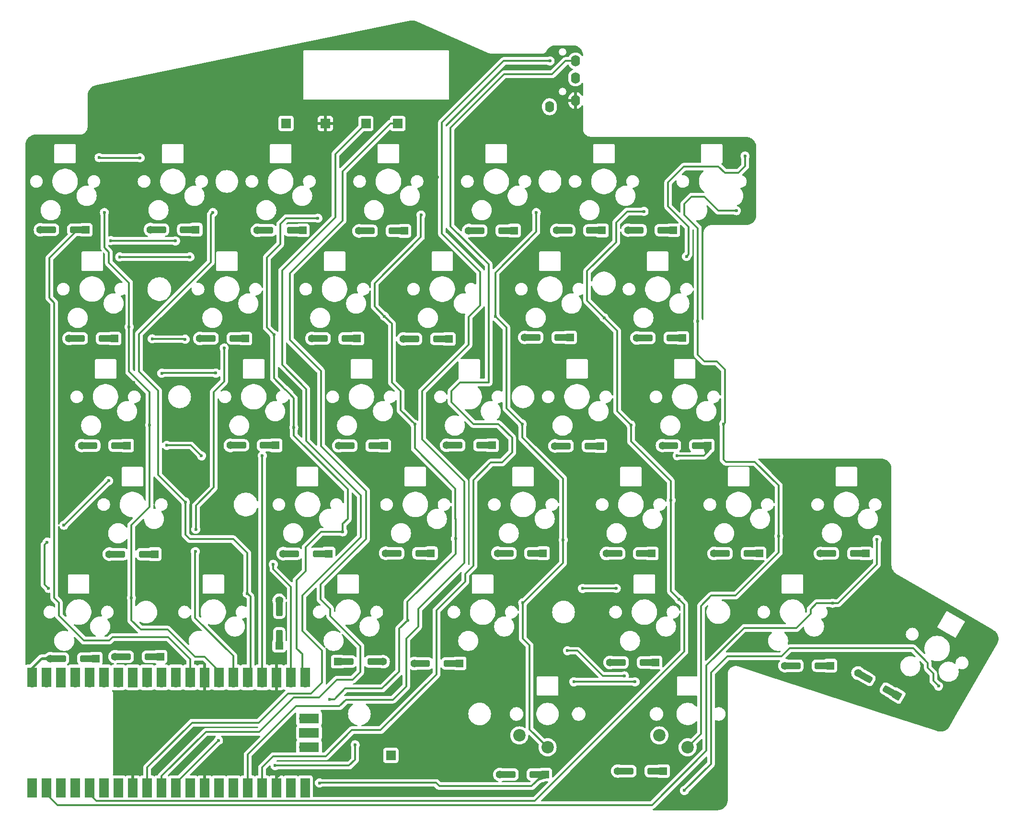
<source format=gbr>
%TF.GenerationSoftware,KiCad,Pcbnew,8.0.7*%
%TF.CreationDate,2025-06-02T16:21:18+02:00*%
%TF.ProjectId,pcb_keyboard_sx,7063625f-6b65-4796-926f-6172645f7378,rev?*%
%TF.SameCoordinates,Original*%
%TF.FileFunction,Copper,L1,Top*%
%TF.FilePolarity,Positive*%
%FSLAX46Y46*%
G04 Gerber Fmt 4.6, Leading zero omitted, Abs format (unit mm)*
G04 Created by KiCad (PCBNEW 8.0.7) date 2025-06-02 16:21:18*
%MOMM*%
%LPD*%
G01*
G04 APERTURE LIST*
G04 Aperture macros list*
%AMRoundRect*
0 Rectangle with rounded corners*
0 $1 Rounding radius*
0 $2 $3 $4 $5 $6 $7 $8 $9 X,Y pos of 4 corners*
0 Add a 4 corners polygon primitive as box body*
4,1,4,$2,$3,$4,$5,$6,$7,$8,$9,$2,$3,0*
0 Add four circle primitives for the rounded corners*
1,1,$1+$1,$2,$3*
1,1,$1+$1,$4,$5*
1,1,$1+$1,$6,$7*
1,1,$1+$1,$8,$9*
0 Add four rect primitives between the rounded corners*
20,1,$1+$1,$2,$3,$4,$5,0*
20,1,$1+$1,$4,$5,$6,$7,0*
20,1,$1+$1,$6,$7,$8,$9,0*
20,1,$1+$1,$8,$9,$2,$3,0*%
%AMRotRect*
0 Rectangle, with rotation*
0 The origin of the aperture is its center*
0 $1 length*
0 $2 width*
0 $3 Rotation angle, in degrees counterclockwise*
0 Add horizontal line*
21,1,$1,$2,0,0,$3*%
G04 Aperture macros list end*
%TA.AperFunction,ComponentPad*%
%ADD10R,1.700000X1.700000*%
%TD*%
%TA.AperFunction,ComponentPad*%
%ADD11O,1.700000X1.700000*%
%TD*%
%TA.AperFunction,SMDPad,CuDef*%
%ADD12R,1.700000X3.500000*%
%TD*%
%TA.AperFunction,SMDPad,CuDef*%
%ADD13R,3.500000X1.700000*%
%TD*%
%TA.AperFunction,ComponentPad*%
%ADD14O,1.600000X2.000000*%
%TD*%
%TA.AperFunction,ComponentPad*%
%ADD15C,2.200000*%
%TD*%
%TA.AperFunction,ComponentPad*%
%ADD16R,1.400000X1.400000*%
%TD*%
%TA.AperFunction,SMDPad,CuDef*%
%ADD17R,1.600000X1.200000*%
%TD*%
%TA.AperFunction,SMDPad,CuDef*%
%ADD18RoundRect,0.300000X0.450000X0.300000X-0.450000X0.300000X-0.450000X-0.300000X0.450000X-0.300000X0*%
%TD*%
%TA.AperFunction,SMDPad,CuDef*%
%ADD19RoundRect,0.300000X0.400000X0.300000X-0.400000X0.300000X-0.400000X-0.300000X0.400000X-0.300000X0*%
%TD*%
%TA.AperFunction,SMDPad,CuDef*%
%ADD20R,2.120000X1.200000*%
%TD*%
%TA.AperFunction,ComponentPad*%
%ADD21C,1.400000*%
%TD*%
%TA.AperFunction,SMDPad,CuDef*%
%ADD22R,2.140000X1.200000*%
%TD*%
%TA.AperFunction,ComponentPad*%
%ADD23RotRect,1.400000X1.400000X150.000000*%
%TD*%
%TA.AperFunction,SMDPad,CuDef*%
%ADD24RotRect,1.600000X1.200000X150.000000*%
%TD*%
%TA.AperFunction,SMDPad,CuDef*%
%ADD25RoundRect,0.300000X0.496410X0.059808X-0.196410X0.459808X-0.496410X-0.059808X0.196410X-0.459808X0*%
%TD*%
%TA.AperFunction,SMDPad,CuDef*%
%ADD26RotRect,2.140000X1.200000X150.000000*%
%TD*%
%TA.AperFunction,SMDPad,CuDef*%
%ADD27RoundRect,0.300000X-0.400000X-0.300000X0.400000X-0.300000X0.400000X0.300000X-0.400000X0.300000X0*%
%TD*%
%TA.AperFunction,SMDPad,CuDef*%
%ADD28R,1.200000X1.600000*%
%TD*%
%TA.AperFunction,SMDPad,CuDef*%
%ADD29RoundRect,0.300000X0.300000X-0.400000X0.300000X0.400000X-0.300000X0.400000X-0.300000X-0.400000X0*%
%TD*%
%TA.AperFunction,SMDPad,CuDef*%
%ADD30R,1.200000X2.140000*%
%TD*%
%TA.AperFunction,ViaPad*%
%ADD31C,0.600000*%
%TD*%
%TA.AperFunction,Conductor*%
%ADD32C,0.350000*%
%TD*%
%TA.AperFunction,Conductor*%
%ADD33C,0.300000*%
%TD*%
%TA.AperFunction,Conductor*%
%ADD34C,0.450000*%
%TD*%
G04 APERTURE END LIST*
D10*
%TO.P,TP2,1,1*%
%TO.N,+5V*%
X69744000Y-36747000D03*
%TD*%
%TO.P,TP4,1,1*%
%TO.N,SCL*%
X89495000Y-36788000D03*
%TD*%
D11*
%TO.P,U1,1,GPIO0*%
%TO.N,Col 8*%
X24874000Y-153407000D03*
D12*
X24874000Y-154307000D03*
D11*
%TO.P,U1,2,GPIO1*%
%TO.N,Col 7*%
X27414000Y-153407000D03*
D12*
X27414000Y-154307000D03*
D10*
%TO.P,U1,3,GND*%
%TO.N,unconnected-(U1-GND-Pad3)*%
X29954000Y-153407000D03*
D12*
%TO.N,unconnected-(U1-GND-Pad3)_1*%
X29954000Y-154307000D03*
D11*
%TO.P,U1,4,GPIO2*%
%TO.N,Col 6*%
X32494000Y-153407000D03*
D12*
X32494000Y-154307000D03*
D11*
%TO.P,U1,5,GPIO3*%
%TO.N,Col 5*%
X35034000Y-153407000D03*
D12*
X35034000Y-154307000D03*
D11*
%TO.P,U1,6,GPIO4*%
%TO.N,unconnected-(U1-GPIO4-Pad6)_1*%
X37574000Y-153407000D03*
D12*
%TO.N,unconnected-(U1-GPIO4-Pad6)*%
X37574000Y-154307000D03*
D11*
%TO.P,U1,7,GPIO5*%
%TO.N,Row 4*%
X40114000Y-153407000D03*
D12*
X40114000Y-154307000D03*
D10*
%TO.P,U1,8,GND*%
%TO.N,GND*%
X42654000Y-153407000D03*
D12*
X42654000Y-154307000D03*
D11*
%TO.P,U1,9,GPIO6*%
%TO.N,SDA*%
X45194000Y-153407000D03*
D12*
X45194000Y-154307000D03*
D11*
%TO.P,U1,10,GPIO7*%
%TO.N,SCL*%
X47734000Y-153407000D03*
D12*
X47734000Y-154307000D03*
D11*
%TO.P,U1,11,GPIO8*%
%TO.N,Col 3*%
X50274000Y-153407000D03*
D12*
X50274000Y-154307000D03*
D11*
%TO.P,U1,12,GPIO9*%
%TO.N,unconnected-(U1-GPIO9-Pad12)_1*%
X52814000Y-153407000D03*
D12*
%TO.N,unconnected-(U1-GPIO9-Pad12)*%
X52814000Y-154307000D03*
D10*
%TO.P,U1,13,GND*%
%TO.N,GND*%
X55354000Y-153407000D03*
D12*
X55354000Y-154307000D03*
D11*
%TO.P,U1,14,GPIO10*%
%TO.N,SPLIT_HAND_PIN*%
X57894000Y-153407000D03*
D12*
X57894000Y-154307000D03*
D11*
%TO.P,U1,15,GPIO11*%
%TO.N,Col 4*%
X60434000Y-153407000D03*
D12*
X60434000Y-154307000D03*
D11*
%TO.P,U1,16,GPIO12*%
%TO.N,RX*%
X62974000Y-153407000D03*
D12*
X62974000Y-154307000D03*
D11*
%TO.P,U1,17,GPIO13*%
%TO.N,TX*%
X65514000Y-153407000D03*
D12*
X65514000Y-154307000D03*
D10*
%TO.P,U1,18,GND*%
%TO.N,GND*%
X68054000Y-153407000D03*
D12*
X68054000Y-154307000D03*
D11*
%TO.P,U1,19,GPIO14*%
%TO.N,LED_GPIO*%
X70594000Y-153407000D03*
D12*
X70594000Y-154307000D03*
D11*
%TO.P,U1,20,GPIO15*%
%TO.N,Row 5*%
X73134000Y-153407000D03*
D12*
X73134000Y-154307000D03*
D11*
%TO.P,U1,21,GPIO16*%
%TO.N,Col 2*%
X73134000Y-135627000D03*
D12*
X73134000Y-134727000D03*
D11*
%TO.P,U1,22,GPIO17*%
%TO.N,Row 3*%
X70594000Y-135627000D03*
D12*
X70594000Y-134727000D03*
D10*
%TO.P,U1,23,GND*%
%TO.N,GND*%
X68054000Y-135627000D03*
D12*
X68054000Y-134727000D03*
D11*
%TO.P,U1,24,GPIO18*%
%TO.N,Row 2*%
X65514000Y-135627000D03*
D12*
X65514000Y-134727000D03*
D11*
%TO.P,U1,25,GPIO19*%
%TO.N,Col 1*%
X62974000Y-135627000D03*
D12*
X62974000Y-134727000D03*
D11*
%TO.P,U1,26,GPIO20*%
%TO.N,Row 1*%
X60434000Y-135627000D03*
D12*
X60434000Y-134727000D03*
D11*
%TO.P,U1,27,GPIO21*%
%TO.N,Col 0*%
X57894000Y-135627000D03*
D12*
X57894000Y-134727000D03*
D10*
%TO.P,U1,28,GND*%
%TO.N,GND*%
X55354000Y-135627000D03*
D12*
X55354000Y-134727000D03*
D11*
%TO.P,U1,29,GPIO22*%
%TO.N,Row 0*%
X52814000Y-135627000D03*
D12*
X52814000Y-134727000D03*
D11*
%TO.P,U1,30,RUN*%
%TO.N,unconnected-(U1-RUN-Pad30)_1*%
X50274000Y-135627000D03*
D12*
%TO.N,unconnected-(U1-RUN-Pad30)*%
X50274000Y-134727000D03*
D11*
%TO.P,U1,31,GPIO26_ADC0*%
%TO.N,unconnected-(U1-GPIO26_ADC0-Pad31)_1*%
X47734000Y-135627000D03*
D12*
%TO.N,unconnected-(U1-GPIO26_ADC0-Pad31)*%
X47734000Y-134727000D03*
D11*
%TO.P,U1,32,GPIO27_ADC1*%
%TO.N,unconnected-(U1-GPIO27_ADC1-Pad32)_1*%
X45194000Y-135627000D03*
D12*
%TO.N,unconnected-(U1-GPIO27_ADC1-Pad32)*%
X45194000Y-134727000D03*
D10*
%TO.P,U1,33,AGND*%
%TO.N,unconnected-(U1-AGND-Pad33)_1*%
X42654000Y-135627000D03*
D12*
%TO.N,unconnected-(U1-AGND-Pad33)*%
X42654000Y-134727000D03*
D11*
%TO.P,U1,34,GPIO28_ADC2*%
%TO.N,unconnected-(U1-GPIO28_ADC2-Pad34)_1*%
X40114000Y-135627000D03*
D12*
%TO.N,unconnected-(U1-GPIO28_ADC2-Pad34)*%
X40114000Y-134727000D03*
D11*
%TO.P,U1,35,ADC_VREF*%
%TO.N,unconnected-(U1-ADC_VREF-Pad35)*%
X37574000Y-135627000D03*
D12*
%TO.N,unconnected-(U1-ADC_VREF-Pad35)_1*%
X37574000Y-134727000D03*
D11*
%TO.P,U1,36,3V3*%
%TO.N,+3.3V*%
X35034000Y-135627000D03*
D12*
X35034000Y-134727000D03*
D11*
%TO.P,U1,37,3V3_EN*%
%TO.N,unconnected-(U1-3V3_EN-Pad37)*%
X32494000Y-135627000D03*
D12*
%TO.N,unconnected-(U1-3V3_EN-Pad37)_1*%
X32494000Y-134727000D03*
D10*
%TO.P,U1,38,GND*%
%TO.N,unconnected-(U1-GND-Pad38)_1*%
X29954000Y-135627000D03*
D12*
%TO.N,unconnected-(U1-GND-Pad38)*%
X29954000Y-134727000D03*
D11*
%TO.P,U1,39,VSYS*%
%TO.N,+5V*%
X27414000Y-135627000D03*
D12*
X27414000Y-134727000D03*
D11*
%TO.P,U1,40,VBUS*%
%TO.N,Net-(D36-A)*%
X24874000Y-135627000D03*
D12*
X24874000Y-134727000D03*
D11*
%TO.P,U1,41,SWCLK*%
%TO.N,unconnected-(U1-SWCLK-Pad41)*%
X72904000Y-147057000D03*
D13*
%TO.N,unconnected-(U1-SWCLK-Pad41)_1*%
X73804000Y-147057000D03*
D10*
%TO.P,U1,42,GND*%
%TO.N,unconnected-(U1-GND-Pad42)_1*%
X72904000Y-144517000D03*
D13*
%TO.N,unconnected-(U1-GND-Pad42)*%
X73804000Y-144517000D03*
D11*
%TO.P,U1,43,SWDIO*%
%TO.N,unconnected-(U1-SWDIO-Pad43)*%
X72904000Y-141977000D03*
D13*
%TO.N,unconnected-(U1-SWDIO-Pad43)_1*%
X73804000Y-141977000D03*
%TD*%
D14*
%TO.P,U2,1,SLEEVE*%
%TO.N,+5V*%
X116299000Y-33802000D03*
%TO.P,U2,2,TIP*%
%TO.N,GND*%
X120899000Y-32702000D03*
%TO.P,U2,3,RING1*%
%TO.N,RX*%
X120899000Y-28702000D03*
%TO.P,U2,4,RING2*%
%TO.N,TX*%
X120899000Y-25702000D03*
%TD*%
D15*
%TO.P,S29,1,1*%
%TO.N,Col 6*%
X140699000Y-147102000D03*
%TO.P,S29,2,2*%
%TO.N,Net-(D29-A)*%
X135699000Y-145002000D03*
%TD*%
%TO.P,S20,1,1*%
%TO.N,Col 4*%
X115949000Y-147102000D03*
%TO.P,S20,2,2*%
%TO.N,Net-(D20-A)*%
X110949000Y-145002000D03*
%TD*%
D16*
%TO.P,D6,1,K*%
%TO.N,Row 0*%
X53774000Y-55537000D03*
D17*
X52474000Y-55537000D03*
D18*
X51724000Y-55537000D03*
D19*
%TO.P,D6,2,A*%
%TO.N,Net-(D6-A)*%
X47874000Y-55537000D03*
D20*
X46814000Y-55537000D03*
D21*
X45774000Y-55537000D03*
%TD*%
D10*
%TO.P,TP1,1,1*%
%TO.N,GND*%
X76674000Y-36767000D03*
%TD*%
%TO.P,TP3,1,1*%
%TO.N,SDA*%
X83845000Y-36788000D03*
%TD*%
D16*
%TO.P,D36,1,K*%
%TO.N,+5V*%
X36111500Y-131418250D03*
D17*
X34861500Y-131418250D03*
D19*
X34011500Y-131418250D03*
%TO.P,D36,2,A*%
%TO.N,Net-(D36-A)*%
X30211500Y-131418250D03*
D22*
X29141500Y-131418250D03*
D21*
X28111500Y-131418250D03*
%TD*%
D16*
%TO.P,D12,1,K*%
%TO.N,Row 1*%
X82314000Y-74787000D03*
D17*
X81064000Y-74787000D03*
D19*
X80214000Y-74787000D03*
%TO.P,D12,2,A*%
%TO.N,Net-(D12-A)*%
X76414000Y-74787000D03*
D22*
X75344000Y-74787000D03*
D21*
X74314000Y-74787000D03*
%TD*%
D16*
%TO.P,D33,1,K*%
%TO.N,Row 4*%
X165914000Y-132657000D03*
D17*
X164664000Y-132657000D03*
D19*
X163814000Y-132657000D03*
%TO.P,D33,2,A*%
%TO.N,Net-(D33-A)*%
X160014000Y-132657000D03*
D22*
X158944000Y-132657000D03*
D21*
X157914000Y-132657000D03*
%TD*%
D16*
%TO.P,D16,1,K*%
%TO.N,Row 3*%
X95344000Y-112767000D03*
D17*
X94094000Y-112767000D03*
D19*
X93244000Y-112767000D03*
%TO.P,D16,2,A*%
%TO.N,Net-(D16-A)*%
X89444000Y-112767000D03*
D22*
X88374000Y-112767000D03*
D21*
X87344000Y-112767000D03*
%TD*%
D16*
%TO.P,D15,1,K*%
%TO.N,Row 0*%
X90651500Y-55768250D03*
D17*
X89401500Y-55768250D03*
D19*
X88551500Y-55768250D03*
%TO.P,D15,2,A*%
%TO.N,Net-(D15-A)*%
X84751500Y-55768250D03*
D22*
X83681500Y-55768250D03*
D21*
X82651500Y-55768250D03*
%TD*%
D16*
%TO.P,D28,1,K*%
%TO.N,Row 1*%
X139734000Y-74697000D03*
D17*
X138484000Y-74697000D03*
D19*
X137634000Y-74697000D03*
%TO.P,D28,2,A*%
%TO.N,Net-(D28-A)*%
X133834000Y-74697000D03*
D22*
X132764000Y-74697000D03*
D21*
X131734000Y-74697000D03*
%TD*%
D16*
%TO.P,D9,1,K*%
%TO.N,Row 2*%
X67904000Y-93697000D03*
D17*
X66654000Y-93697000D03*
D19*
X65804000Y-93697000D03*
%TO.P,D9,2,A*%
%TO.N,Net-(D9-A)*%
X62004000Y-93697000D03*
D22*
X60934000Y-93697000D03*
D21*
X59904000Y-93697000D03*
%TD*%
D16*
%TO.P,D30,1,K*%
%TO.N,Row 2*%
X144251500Y-93728250D03*
D17*
X143001500Y-93728250D03*
D19*
X142151500Y-93728250D03*
%TO.P,D30,2,A*%
%TO.N,Net-(D30-A)*%
X138351500Y-93728250D03*
D22*
X137281500Y-93728250D03*
D21*
X136251500Y-93728250D03*
%TD*%
D16*
%TO.P,D3,1,K*%
%TO.N,Row 2*%
X41644000Y-93727000D03*
D17*
X40394000Y-93727000D03*
D19*
X39544000Y-93727000D03*
%TO.P,D3,2,A*%
%TO.N,Net-(D3-A)*%
X35744000Y-93727000D03*
D22*
X34674000Y-93727000D03*
D21*
X33644000Y-93727000D03*
%TD*%
D16*
%TO.P,D27,1,K*%
%TO.N,Row 3*%
X134364000Y-112817000D03*
D17*
X133114000Y-112817000D03*
D19*
X132264000Y-112817000D03*
%TO.P,D27,2,A*%
%TO.N,Net-(D27-A)*%
X128464000Y-112817000D03*
D22*
X127394000Y-112817000D03*
D21*
X126364000Y-112817000D03*
%TD*%
D16*
%TO.P,D11,1,K*%
%TO.N,Row 3*%
X77244000Y-112847000D03*
D17*
X75994000Y-112847000D03*
D19*
X75144000Y-112847000D03*
%TO.P,D11,2,A*%
%TO.N,Net-(D11-A)*%
X71344000Y-112847000D03*
D22*
X70274000Y-112847000D03*
D21*
X69244000Y-112847000D03*
%TD*%
D16*
%TO.P,D2,1,K*%
%TO.N,Row 1*%
X39431500Y-74788250D03*
D17*
X38181500Y-74788250D03*
D19*
X37331500Y-74788250D03*
%TO.P,D2,2,A*%
%TO.N,Net-(D2-A)*%
X33531500Y-74788250D03*
D22*
X32461500Y-74788250D03*
D21*
X31431500Y-74788250D03*
%TD*%
D23*
%TO.P,D35,1,K*%
%TO.N,Row 4*%
X177733550Y-137957000D03*
D24*
X176651018Y-137332000D03*
D25*
X175914896Y-136907000D03*
%TO.P,D35,2,A*%
%TO.N,Net-(D35-A)*%
X172624000Y-135007000D03*
D26*
X171697353Y-134472000D03*
D21*
X170805346Y-133957000D03*
%TD*%
D16*
%TO.P,D22,1,K*%
%TO.N,Row 3*%
X115151500Y-112768250D03*
D17*
X113901500Y-112768250D03*
D19*
X113051500Y-112768250D03*
%TO.P,D22,2,A*%
%TO.N,Net-(D22-A)*%
X109251500Y-112768250D03*
D22*
X108181500Y-112768250D03*
D21*
X107151500Y-112768250D03*
%TD*%
D16*
%TO.P,D18,1,K*%
%TO.N,Row 2*%
X106114000Y-93677000D03*
D17*
X104864000Y-93677000D03*
D19*
X104014000Y-93677000D03*
%TO.P,D18,2,A*%
%TO.N,Net-(D18-A)*%
X100214000Y-93677000D03*
D22*
X99144000Y-93677000D03*
D21*
X98114000Y-93677000D03*
%TD*%
D16*
%TO.P,D26,1,K*%
%TO.N,Row 4*%
X135001500Y-132088250D03*
D17*
X133751500Y-132088250D03*
D19*
X132901500Y-132088250D03*
%TO.P,D26,2,A*%
%TO.N,Net-(D26-A)*%
X129101500Y-132088250D03*
D22*
X128031500Y-132088250D03*
D21*
X127001500Y-132088250D03*
%TD*%
D16*
%TO.P,D14,1,K*%
%TO.N,Row 2*%
X87064000Y-93767000D03*
D17*
X85814000Y-93767000D03*
D19*
X84964000Y-93767000D03*
%TO.P,D14,2,A*%
%TO.N,Net-(D14-A)*%
X81164000Y-93767000D03*
D22*
X80094000Y-93767000D03*
D21*
X79064000Y-93767000D03*
%TD*%
D16*
%TO.P,D17,1,K*%
%TO.N,Row 1*%
X98494000Y-74877000D03*
D17*
X97244000Y-74877000D03*
D19*
X96394000Y-74877000D03*
%TO.P,D17,2,A*%
%TO.N,Net-(D17-A)*%
X92594000Y-74877000D03*
D22*
X91524000Y-74877000D03*
D21*
X90494000Y-74877000D03*
%TD*%
D16*
%TO.P,D32,1,K*%
%TO.N,Row 3*%
X153384000Y-112817000D03*
D17*
X152134000Y-112817000D03*
D19*
X151284000Y-112817000D03*
%TO.P,D32,2,A*%
%TO.N,Net-(D32-A)*%
X147484000Y-112817000D03*
D22*
X146414000Y-112817000D03*
D21*
X145384000Y-112817000D03*
%TD*%
D16*
%TO.P,D1,1,K*%
%TO.N,Row 0*%
X34354000Y-55567000D03*
D17*
X33104000Y-55567000D03*
D19*
X32254000Y-55567000D03*
%TO.P,D1,2,A*%
%TO.N,Net-(D1-A)*%
X28454000Y-55567000D03*
D22*
X27384000Y-55567000D03*
D21*
X26354000Y-55567000D03*
%TD*%
D16*
%TO.P,D8,1,K*%
%TO.N,Row 1*%
X62544000Y-74787000D03*
D17*
X61294000Y-74787000D03*
D19*
X60444000Y-74787000D03*
%TO.P,D8,2,A*%
%TO.N,Net-(D8-A)*%
X56644000Y-74787000D03*
D22*
X55574000Y-74787000D03*
D21*
X54544000Y-74787000D03*
%TD*%
D16*
%TO.P,D13,1,K*%
%TO.N,Row 4*%
X78884000Y-131957000D03*
D17*
X80134000Y-131957000D03*
D27*
X80984000Y-131957000D03*
%TO.P,D13,2,A*%
%TO.N,Net-(D13-A)*%
X84784000Y-131957000D03*
D22*
X85854000Y-131957000D03*
D21*
X86884000Y-131957000D03*
%TD*%
D16*
%TO.P,D7,1,K*%
%TO.N,Row 4*%
X68532750Y-129114500D03*
D28*
X68532750Y-127864500D03*
D29*
X68532750Y-127014500D03*
%TO.P,D7,2,A*%
%TO.N,Net-(D7-A)*%
X68532750Y-123214500D03*
D30*
X68532750Y-122144500D03*
D21*
X68532750Y-121114500D03*
%TD*%
D16*
%TO.P,D24,1,K*%
%TO.N,Row 2*%
X125284000Y-93797000D03*
D17*
X124034000Y-93797000D03*
D19*
X123184000Y-93797000D03*
%TO.P,D24,2,A*%
%TO.N,Net-(D24-A)*%
X119384000Y-93797000D03*
D22*
X118314000Y-93797000D03*
D21*
X117284000Y-93797000D03*
%TD*%
D16*
%TO.P,D4,1,K*%
%TO.N,Row 4*%
X47561500Y-131068250D03*
D17*
X46311500Y-131068250D03*
D19*
X45461500Y-131068250D03*
%TO.P,D4,2,A*%
%TO.N,Net-(D4-A)*%
X41661500Y-131068250D03*
D22*
X40591500Y-131068250D03*
D21*
X39561500Y-131068250D03*
%TD*%
D16*
%TO.P,D25,1,K*%
%TO.N,Row 0*%
X125564000Y-55687000D03*
D17*
X124314000Y-55687000D03*
D19*
X123464000Y-55687000D03*
%TO.P,D25,2,A*%
%TO.N,Net-(D25-A)*%
X119664000Y-55687000D03*
D22*
X118594000Y-55687000D03*
D21*
X117564000Y-55687000D03*
%TD*%
D16*
%TO.P,D29,1,K*%
%TO.N,Row 5*%
X136374000Y-151307000D03*
D17*
X135124000Y-151307000D03*
D19*
X134274000Y-151307000D03*
%TO.P,D29,2,A*%
%TO.N,Net-(D29-A)*%
X130474000Y-151307000D03*
D22*
X129404000Y-151307000D03*
D21*
X128374000Y-151307000D03*
%TD*%
D16*
%TO.P,D23,1,K*%
%TO.N,Row 1*%
X119934000Y-74597000D03*
D17*
X118684000Y-74597000D03*
D19*
X117834000Y-74597000D03*
%TO.P,D23,2,A*%
%TO.N,Net-(D23-A)*%
X114034000Y-74597000D03*
D22*
X112964000Y-74597000D03*
D21*
X111934000Y-74597000D03*
%TD*%
D16*
%TO.P,D5,1,K*%
%TO.N,Row 3*%
X46531699Y-112935035D03*
D17*
X45281699Y-112935035D03*
D19*
X44431699Y-112935035D03*
%TO.P,D5,2,A*%
%TO.N,Net-(D5-A)*%
X40631699Y-112935035D03*
D22*
X39561699Y-112935035D03*
D21*
X38531699Y-112935035D03*
%TD*%
D16*
%TO.P,D21,1,K*%
%TO.N,Row 4*%
X100403000Y-132267000D03*
D17*
X99153000Y-132267000D03*
D19*
X98303000Y-132267000D03*
%TO.P,D21,2,A*%
%TO.N,Net-(D21-A)*%
X94503000Y-132267000D03*
D22*
X93433000Y-132267000D03*
D21*
X92403000Y-132267000D03*
%TD*%
D16*
%TO.P,D20,1,K*%
%TO.N,Row 5*%
X115541500Y-151918250D03*
D17*
X114291500Y-151918250D03*
D19*
X113441500Y-151918250D03*
%TO.P,D20,2,A*%
%TO.N,Net-(D20-A)*%
X109641500Y-151918250D03*
D22*
X108571500Y-151918250D03*
D21*
X107541500Y-151918250D03*
%TD*%
D16*
%TO.P,D31,1,K*%
%TO.N,Row 0*%
X138161500Y-55628250D03*
D17*
X136911500Y-55628250D03*
D19*
X136061500Y-55628250D03*
%TO.P,D31,2,A*%
%TO.N,Net-(D31-A)*%
X132261500Y-55628250D03*
D22*
X131191500Y-55628250D03*
D21*
X130161500Y-55628250D03*
%TD*%
D16*
%TO.P,D19,1,K*%
%TO.N,Row 0*%
X110024000Y-55707000D03*
D17*
X108774000Y-55707000D03*
D19*
X107924000Y-55707000D03*
%TO.P,D19,2,A*%
%TO.N,Net-(D19-A)*%
X104124000Y-55707000D03*
D22*
X103054000Y-55707000D03*
D21*
X102024000Y-55707000D03*
%TD*%
D10*
%TO.P,TP5,1,1*%
%TO.N,Net-(SW1-Pad1)*%
X88254000Y-148517000D03*
%TD*%
D16*
%TO.P,D34,1,K*%
%TO.N,Row 3*%
X172181500Y-112818250D03*
D17*
X170931500Y-112818250D03*
D19*
X170081500Y-112818250D03*
%TO.P,D34,2,A*%
%TO.N,Net-(D34-A)*%
X166281500Y-112818250D03*
D22*
X165211500Y-112818250D03*
D21*
X164181500Y-112818250D03*
%TD*%
D16*
%TO.P,D10,1,K*%
%TO.N,Row 0*%
X72704000Y-55667000D03*
D17*
X71454000Y-55667000D03*
D19*
X70604000Y-55667000D03*
%TO.P,D10,2,A*%
%TO.N,Net-(D10-A)*%
X66804000Y-55667000D03*
D22*
X65734000Y-55667000D03*
D21*
X64704000Y-55667000D03*
%TD*%
D31*
%TO.N,Col 7*%
X174174000Y-110347000D03*
X166309000Y-121617000D03*
%TO.N,Col 0*%
X45644000Y-90117000D03*
X42016500Y-72744500D03*
X37644000Y-52517000D03*
X42407750Y-120667000D03*
%TO.N,Col 1*%
X51944000Y-103717000D03*
X62879625Y-119881375D03*
X56829000Y-52517000D03*
%TO.N,Col 2*%
X79764000Y-108997000D03*
X71109000Y-90517000D03*
X75374000Y-53517000D03*
X67604000Y-74117000D03*
%TO.N,Col 3*%
X87144000Y-70867000D03*
X91224000Y-124627000D03*
X92481500Y-89979500D03*
X93594000Y-52947000D03*
X57804000Y-145877000D03*
X99694000Y-110217000D03*
X77464000Y-138607000D03*
%TO.N,Col 4*%
X111570250Y-121517000D03*
X106744000Y-70917000D03*
X113949000Y-52517000D03*
X111451500Y-89909500D03*
X118714000Y-110417000D03*
%TO.N,Col 5*%
X139204000Y-120957000D03*
X125939000Y-71122000D03*
X137754000Y-103417000D03*
X132989000Y-52317000D03*
X130671500Y-90089500D03*
%TO.N,Col 6*%
X147074000Y-89917000D03*
X149324000Y-52197000D03*
X142514000Y-71717000D03*
X156794000Y-109737000D03*
%TO.N,Col 8*%
X185044000Y-136282269D03*
X140114000Y-154747000D03*
%TO.N,GND*%
X96904000Y-82667000D03*
X30994000Y-111377000D03*
X140829000Y-62902000D03*
X58454000Y-53267000D03*
X49974000Y-90127000D03*
X84599000Y-74362000D03*
X88254000Y-136967000D03*
X26124000Y-83177000D03*
X101544000Y-41277000D03*
X54584000Y-147257000D03*
X79514000Y-110927000D03*
X138974000Y-49077000D03*
X96469000Y-46282000D03*
X75259000Y-67332000D03*
X105064000Y-100017000D03*
X41244000Y-32087000D03*
X107149000Y-82242000D03*
X80214000Y-129187000D03*
X131734000Y-84447000D03*
X85404000Y-99907000D03*
X81934000Y-41297000D03*
X47304000Y-117427000D03*
X141719000Y-120512000D03*
X25469000Y-62392000D03*
X72334000Y-79587000D03*
X117944000Y-126717000D03*
X32344000Y-77507000D03*
X141040250Y-113427000D03*
X124979000Y-73662000D03*
X63174000Y-108517000D03*
X125114000Y-143237000D03*
X84824000Y-61927000D03*
X56074000Y-139677000D03*
X64414000Y-61937000D03*
X57504000Y-33947000D03*
X143129000Y-154122000D03*
X91614000Y-19997000D03*
X82314000Y-58237000D03*
X92404000Y-117427000D03*
X77229000Y-120962000D03*
X42404000Y-61917000D03*
X51504000Y-146607000D03*
X123954000Y-58677000D03*
X49379000Y-112262000D03*
X89034000Y-144167000D03*
X113494000Y-30607000D03*
X183974000Y-141787000D03*
X25059000Y-44082000D03*
X130479000Y-44542000D03*
X98724000Y-56207000D03*
X94019000Y-64572000D03*
X57244000Y-105417000D03*
X43914000Y-128887000D03*
X42809000Y-82592000D03*
X148794000Y-117267000D03*
X60084000Y-82847000D03*
X68114000Y-117757000D03*
X148349000Y-125642000D03*
X63374000Y-41387000D03*
X126544000Y-154667000D03*
X77519000Y-82332000D03*
X108684000Y-68427000D03*
X25099000Y-60002000D03*
X63184000Y-96517000D03*
X137594000Y-41437000D03*
X85034000Y-142757000D03*
X164284000Y-120227000D03*
X74354000Y-120817000D03*
X92794000Y-79697000D03*
X114844000Y-121507000D03*
X32959000Y-103092000D03*
X132154000Y-79357000D03*
X43394000Y-143287000D03*
X136129000Y-44956000D03*
X112319000Y-43942000D03*
X60859000Y-120682000D03*
X94454000Y-126107000D03*
X120049000Y-37432000D03*
X107394000Y-132357000D03*
X171604000Y-125557000D03*
X33184000Y-129227000D03*
X51844000Y-99817000D03*
X92284000Y-82227000D03*
X150939000Y-40852000D03*
X105714000Y-25877000D03*
X38689000Y-46392000D03*
X137819000Y-142672000D03*
X169984000Y-131307000D03*
X110274000Y-62357000D03*
X77714000Y-79587000D03*
X120604000Y-133027000D03*
X127429000Y-125322000D03*
X107209000Y-58962000D03*
X70294000Y-146107000D03*
X93804000Y-34567000D03*
X62444000Y-25877000D03*
X191474000Y-131797000D03*
X48314000Y-120977000D03*
X25099000Y-97552000D03*
X121234000Y-62007000D03*
X88484000Y-140237000D03*
X74284000Y-82307000D03*
X75704000Y-45657000D03*
X94324000Y-140977000D03*
X121854000Y-99977000D03*
X59844000Y-100117000D03*
X108544000Y-65347000D03*
X175444000Y-119267000D03*
X120374000Y-41377000D03*
X113534000Y-79307000D03*
X159504000Y-103657000D03*
X101254000Y-97047000D03*
X120339000Y-151782000D03*
X103259000Y-74792000D03*
X165634000Y-135157000D03*
X119084000Y-146687000D03*
X149954000Y-129027000D03*
X163844000Y-98197000D03*
X69784000Y-59607000D03*
X159224000Y-99987000D03*
X139414000Y-97067000D03*
X146149000Y-135742000D03*
X84034000Y-112977000D03*
X141044000Y-132167000D03*
X93914000Y-149077000D03*
X70124000Y-82407000D03*
X83694000Y-97257000D03*
X146789000Y-144222000D03*
X141554000Y-99947000D03*
X44094000Y-150767000D03*
X77914000Y-142947000D03*
X69374000Y-151227000D03*
%TO.N,Net-(LED1-DIN)*%
X43944000Y-42827000D03*
X36714000Y-42797000D03*
%TO.N,Net-(LED2-DOUT)*%
X52754000Y-60367000D03*
X40354000Y-60368000D03*
%TO.N,Net-(LED3-DIN)*%
X47792750Y-80927000D03*
X57335000Y-80908000D03*
%TO.N,Net-(LED4-DOUT)*%
X38383000Y-99968000D03*
X30494000Y-107817000D03*
X27539000Y-110812000D03*
X27775000Y-118998000D03*
%TO.N,Net-(LED28-DOUT)*%
X150844000Y-42517000D03*
X140494000Y-60287000D03*
%TO.N,Net-(LED20-DOUT)*%
X120594000Y-135513000D03*
X131410000Y-135527000D03*
%TO.N,Net-(LED21-DIN)*%
X128084000Y-118998000D03*
X122124000Y-119007000D03*
%TO.N,Row 0*%
X50214000Y-57537000D03*
X38784000Y-57477000D03*
%TO.N,Row 1*%
X51914000Y-74917000D03*
X53790250Y-108557000D03*
X53720250Y-112477000D03*
X58814000Y-76477000D03*
X46094000Y-74857000D03*
%TO.N,Row 2*%
X48674000Y-93687000D03*
X65554000Y-95559297D03*
X138854000Y-95547000D03*
X54801703Y-95559297D03*
%TO.N,Row 4*%
X129534000Y-134457000D03*
X119454000Y-130017000D03*
%TO.N,Row 3*%
X67484000Y-114737000D03*
%TO.N,Row 5*%
X75644000Y-153407000D03*
%TO.N,SPLIT_HAND_PIN*%
X67804000Y-150347000D03*
X81954000Y-146657000D03*
%TO.N,RX*%
X116394000Y-25707000D03*
%TD*%
D32*
%TO.N,Col 7*%
X162414000Y-122687000D02*
X163484000Y-121617000D01*
X150654000Y-125997000D02*
X159904000Y-125997000D01*
X159904000Y-125997000D02*
X162414000Y-123487000D01*
X162414000Y-123487000D02*
X162414000Y-122687000D01*
X163484000Y-121617000D02*
X166309000Y-121617000D01*
X27414000Y-155417000D02*
X29334000Y-157337000D01*
X134404000Y-157337000D02*
X144034000Y-147707000D01*
X167274000Y-121617000D02*
X174174000Y-114717000D01*
X174174000Y-114717000D02*
X174174000Y-110347000D01*
X144034000Y-132617000D02*
X150654000Y-125997000D01*
X144034000Y-147707000D02*
X144034000Y-132617000D01*
X29334000Y-157337000D02*
X134404000Y-157337000D01*
X27414000Y-153407000D02*
X27414000Y-155417000D01*
X166309000Y-121617000D02*
X167274000Y-121617000D01*
%TO.N,Col 0*%
X42016500Y-72744500D02*
X42016500Y-64989500D01*
X38444000Y-61417000D02*
X38444000Y-59517000D01*
X45644000Y-90117000D02*
X45644000Y-104552718D01*
X42016500Y-64989500D02*
X38444000Y-61417000D01*
X53644000Y-131117000D02*
X55394000Y-131117000D01*
X42407750Y-124630750D02*
X44064000Y-126287000D01*
X57894000Y-133617000D02*
X57894000Y-135627000D01*
X48814000Y-126287000D02*
X53644000Y-131117000D01*
X42407750Y-107788968D02*
X42407750Y-124630750D01*
X45644000Y-104552718D02*
X42407750Y-107788968D01*
X37664000Y-52537000D02*
X37644000Y-52517000D01*
X45644000Y-84260273D02*
X42016500Y-80632773D01*
X42016500Y-80632773D02*
X42016500Y-72744500D01*
X45644000Y-90117000D02*
X45644000Y-84260273D01*
X37664000Y-58737000D02*
X37664000Y-52537000D01*
X55394000Y-131117000D02*
X57894000Y-133617000D01*
X44064000Y-126287000D02*
X48814000Y-126287000D01*
X38444000Y-59517000D02*
X37664000Y-58737000D01*
%TO.N,Col 1*%
X60434000Y-110287000D02*
X52724000Y-110287000D01*
X56414000Y-61319500D02*
X56414000Y-52932000D01*
X62879625Y-119881375D02*
X62879625Y-112732625D01*
X47144000Y-84017000D02*
X43746500Y-80619500D01*
X47144000Y-98917000D02*
X47144000Y-84017000D01*
X52724000Y-110287000D02*
X51944000Y-109507000D01*
X63444000Y-120445750D02*
X63444000Y-135157000D01*
X62879625Y-119881375D02*
X63444000Y-120445750D01*
X63444000Y-135157000D02*
X62974000Y-135627000D01*
X62879625Y-112732625D02*
X60434000Y-110287000D01*
X51944000Y-109507000D02*
X51944000Y-103717000D01*
X43746500Y-80619500D02*
X43746500Y-73987000D01*
X56414000Y-52932000D02*
X56829000Y-52517000D01*
X43746500Y-73987000D02*
X56414000Y-61319500D01*
X51944000Y-103717000D02*
X47144000Y-98917000D01*
%TO.N,Col 2*%
X75924000Y-108997000D02*
X73224000Y-111697000D01*
X70404000Y-84568522D02*
X70404000Y-84639233D01*
X68714000Y-58087000D02*
X68714000Y-54547000D01*
X79764000Y-108997000D02*
X75924000Y-108997000D01*
X73224000Y-115897000D02*
X71584000Y-117537000D01*
X72599000Y-135092000D02*
X73134000Y-135627000D01*
X69571767Y-83807000D02*
X69642478Y-83807000D01*
X66354000Y-72867000D02*
X67604000Y-74117000D01*
X69642478Y-83807000D02*
X70404000Y-84568522D01*
X79764000Y-107567000D02*
X80634000Y-106697000D01*
X72599000Y-130622000D02*
X72599000Y-135092000D01*
X73224000Y-111697000D02*
X73224000Y-115897000D01*
X80634000Y-101467000D02*
X71109000Y-91942000D01*
X66354000Y-60447000D02*
X66354000Y-72867000D01*
X79764000Y-108997000D02*
X79764000Y-107567000D01*
X71584000Y-117537000D02*
X71584000Y-129607000D01*
X80634000Y-106697000D02*
X80634000Y-101467000D01*
X71109000Y-85344233D02*
X71109000Y-90517000D01*
X67604000Y-74117000D02*
X67604000Y-81839233D01*
X70404000Y-84639233D02*
X71109000Y-85344233D01*
X68714000Y-54547000D02*
X69744000Y-53517000D01*
X67604000Y-81839233D02*
X69571767Y-83807000D01*
X71584000Y-129607000D02*
X72599000Y-130622000D01*
X66354000Y-60447000D02*
X68714000Y-58087000D01*
X69744000Y-53517000D02*
X75374000Y-53517000D01*
X71109000Y-91942000D02*
X71109000Y-90517000D01*
%TO.N,Col 3*%
X89979000Y-84082000D02*
X89979000Y-87477000D01*
X78264000Y-138607000D02*
X77464000Y-138607000D01*
X99674000Y-101367000D02*
X92481500Y-94174500D01*
X57804000Y-145877000D02*
X50274000Y-153407000D01*
X80154000Y-136717000D02*
X78264000Y-138607000D01*
X99674000Y-106697000D02*
X99674000Y-101367000D01*
X91224000Y-124627000D02*
X91204000Y-124607000D01*
X88464000Y-82567000D02*
X89979000Y-84082000D01*
X88464000Y-72187000D02*
X88464000Y-82567000D01*
X89979000Y-87477000D02*
X92481500Y-89979500D01*
X87144000Y-70867000D02*
X85394000Y-69117000D01*
X91204000Y-121337000D02*
X99694000Y-112847000D01*
X99694000Y-112847000D02*
X99694000Y-110217000D01*
X86704000Y-136717000D02*
X80154000Y-136717000D01*
X89734000Y-126117000D02*
X89734000Y-133687000D01*
X99694000Y-110217000D02*
X99694000Y-106717000D01*
X93574000Y-52967000D02*
X93594000Y-52947000D01*
X85394000Y-65017000D02*
X93574000Y-56837000D01*
X89734000Y-133687000D02*
X86704000Y-136717000D01*
X91204000Y-124607000D02*
X91204000Y-121337000D01*
X87144000Y-70867000D02*
X88464000Y-72187000D01*
X99694000Y-106717000D02*
X99674000Y-106697000D01*
X92481500Y-94174500D02*
X92481500Y-89979500D01*
X85394000Y-69117000D02*
X85394000Y-65017000D01*
X91224000Y-124627000D02*
X89734000Y-126117000D01*
X93574000Y-56837000D02*
X93574000Y-52967000D01*
%TO.N,Col 4*%
X108659000Y-87117000D02*
X111451500Y-89909500D01*
X106744000Y-70917000D02*
X108659000Y-72832000D01*
X118714000Y-110417000D02*
X118714000Y-99607000D01*
X111451500Y-92344500D02*
X111451500Y-89909500D01*
X111570250Y-121517000D02*
X111570250Y-127883250D01*
X112764000Y-129077000D02*
X112764000Y-143917000D01*
X106724000Y-70897000D02*
X106724000Y-63149000D01*
X111570250Y-121517000D02*
X111674000Y-121517000D01*
X106724000Y-63149000D02*
X113949000Y-55924000D01*
X118714000Y-114477000D02*
X118714000Y-110417000D01*
X111570250Y-127883250D02*
X112764000Y-129077000D01*
X108659000Y-72832000D02*
X108659000Y-87117000D01*
X112764000Y-143917000D02*
X115949000Y-147102000D01*
X111674000Y-121517000D02*
X118714000Y-114477000D01*
X118714000Y-99607000D02*
X111451500Y-92344500D01*
X113949000Y-55924000D02*
X113949000Y-52517000D01*
X106744000Y-70917000D02*
X106724000Y-70897000D01*
%TO.N,Col 5*%
X122947750Y-62873250D02*
X122947750Y-68130750D01*
X35034000Y-155407000D02*
X35034000Y-153407000D01*
X113709000Y-156582000D02*
X36209000Y-156582000D01*
X132989000Y-52317000D02*
X130054000Y-52317000D01*
X128094000Y-54277000D02*
X128094000Y-57727000D01*
X140132750Y-130158250D02*
X113709000Y-156582000D01*
X139204000Y-120957000D02*
X140132750Y-121885750D01*
X139204000Y-120957000D02*
X137749000Y-119502000D01*
X130054000Y-52317000D02*
X128094000Y-54277000D01*
X137749000Y-119502000D02*
X137749000Y-103422000D01*
X130671500Y-92954500D02*
X130671500Y-90089500D01*
X137749000Y-103422000D02*
X137754000Y-103417000D01*
X128229000Y-87647000D02*
X130671500Y-90089500D01*
X125939000Y-71122000D02*
X128229000Y-73412000D01*
X140132750Y-121885750D02*
X140132750Y-130158250D01*
X137754000Y-103417000D02*
X137754000Y-100037000D01*
X36209000Y-156582000D02*
X35034000Y-155407000D01*
X128094000Y-57727000D02*
X122947750Y-62873250D01*
X137754000Y-100037000D02*
X130671500Y-92954500D01*
X128229000Y-73412000D02*
X128229000Y-87647000D01*
X122947750Y-68130750D02*
X125939000Y-71122000D01*
%TO.N,Col 6*%
X142514000Y-77677000D02*
X142514000Y-71717000D01*
X143074000Y-122087000D02*
X143074000Y-144727000D01*
X146114000Y-52197000D02*
X149324000Y-52197000D01*
X147074000Y-89917000D02*
X147269000Y-89722000D01*
X147438900Y-96591900D02*
X152588900Y-96591900D01*
X143664000Y-78827000D02*
X142514000Y-77677000D01*
X145844000Y-78827000D02*
X143664000Y-78827000D01*
X144884000Y-120277000D02*
X143074000Y-122087000D01*
X143074000Y-144727000D02*
X140699000Y-147102000D01*
X147269000Y-89722000D02*
X147269000Y-80252000D01*
X152588900Y-96591900D02*
X156794000Y-100797000D01*
X156794000Y-109737000D02*
X156794000Y-112647000D01*
X141374000Y-49717000D02*
X143634000Y-49717000D01*
X142514000Y-71717000D02*
X142514000Y-55327000D01*
X156794000Y-100797000D02*
X156794000Y-109737000D01*
X147074000Y-89917000D02*
X147054000Y-89937000D01*
X142514000Y-55327000D02*
X140124000Y-52937000D01*
X149164000Y-120277000D02*
X144884000Y-120277000D01*
X140124000Y-52937000D02*
X140124000Y-50967000D01*
X147054000Y-89937000D02*
X147054000Y-96207000D01*
X147054000Y-96207000D02*
X147438900Y-96591900D01*
X143634000Y-49717000D02*
X146114000Y-52197000D01*
X140124000Y-50967000D02*
X141374000Y-49717000D01*
X147269000Y-80252000D02*
X145844000Y-78827000D01*
X156794000Y-112647000D02*
X149164000Y-120277000D01*
%TO.N,Col 8*%
X184114000Y-135352269D02*
X185044000Y-136282269D01*
X140114000Y-154747000D02*
X144819000Y-150042000D01*
X180534000Y-129587000D02*
X183144000Y-132197000D01*
X184114000Y-134047000D02*
X184114000Y-135352269D01*
X157314000Y-130977000D02*
X158704000Y-129587000D01*
X183144000Y-133077000D02*
X184114000Y-134047000D01*
X158704000Y-129587000D02*
X180534000Y-129587000D01*
X147707313Y-130977000D02*
X157314000Y-130977000D01*
X144819000Y-150042000D02*
X144819000Y-133865313D01*
X183144000Y-132197000D02*
X183144000Y-133077000D01*
X144819000Y-133865313D02*
X147707313Y-130977000D01*
%TO.N,GND*%
X69374000Y-151227000D02*
X68054000Y-152547000D01*
X68054000Y-152547000D02*
X68054000Y-153407000D01*
%TO.N,Net-(LED1-DIN)*%
X36714000Y-42797000D02*
X36744000Y-42827000D01*
X36744000Y-42827000D02*
X43944000Y-42827000D01*
%TO.N,Net-(LED2-DOUT)*%
X52744000Y-60377000D02*
X52754000Y-60367000D01*
X40363000Y-60377000D02*
X52744000Y-60377000D01*
X40354000Y-60368000D02*
X40363000Y-60377000D01*
%TO.N,Net-(LED3-DIN)*%
X57326000Y-80917000D02*
X57335000Y-80908000D01*
X47792750Y-80927000D02*
X47802750Y-80917000D01*
X47802750Y-80917000D02*
X57326000Y-80917000D01*
%TO.N,Net-(LED4-DOUT)*%
X27064000Y-111287000D02*
X27539000Y-110812000D01*
X38383000Y-99968000D02*
X30534000Y-107817000D01*
X27064000Y-118287000D02*
X27064000Y-111287000D01*
X30534000Y-107817000D02*
X30494000Y-107817000D01*
X27775000Y-118998000D02*
X27064000Y-118287000D01*
%TO.N,Net-(LED28-DOUT)*%
X147258734Y-45517000D02*
X149674000Y-45517000D01*
X140884000Y-59897000D02*
X140494000Y-60287000D01*
X137254000Y-47177000D02*
X137254000Y-51457000D01*
X137254000Y-47177000D02*
X140024000Y-44407000D01*
X140884000Y-55087000D02*
X140884000Y-59897000D01*
X149674000Y-45517000D02*
X150844000Y-44347000D01*
X146148734Y-44407000D02*
X147258734Y-45517000D01*
X150844000Y-44347000D02*
X150844000Y-42517000D01*
X140024000Y-44407000D02*
X146148734Y-44407000D01*
X137254000Y-51457000D02*
X140884000Y-55087000D01*
%TO.N,Net-(LED20-DOUT)*%
X120610000Y-135497000D02*
X120594000Y-135513000D01*
X131380000Y-135497000D02*
X120610000Y-135497000D01*
X131410000Y-135527000D02*
X131380000Y-135497000D01*
%TO.N,Net-(LED21-DIN)*%
X122124000Y-119007000D02*
X122144000Y-118987000D01*
X122144000Y-118987000D02*
X128073000Y-118987000D01*
X128073000Y-118987000D02*
X128084000Y-118998000D01*
%TO.N,Row 0*%
X48899000Y-127602000D02*
X39099000Y-127602000D01*
D33*
X32844000Y-55657000D02*
X27899000Y-60602000D01*
D32*
X28799000Y-120702000D02*
X28799000Y-68502000D01*
X38499000Y-128202000D02*
X33999000Y-128202000D01*
D33*
X50194000Y-57517000D02*
X50214000Y-57537000D01*
D32*
X52814000Y-131517000D02*
X48899000Y-127602000D01*
X27899000Y-67602000D02*
X27899000Y-60602000D01*
X52814000Y-135627000D02*
X52814000Y-131517000D01*
X33999000Y-128202000D02*
X29599000Y-123802000D01*
D33*
X38824000Y-57517000D02*
X50194000Y-57517000D01*
X38784000Y-57477000D02*
X38824000Y-57517000D01*
D32*
X39099000Y-127602000D02*
X38499000Y-128202000D01*
X29599000Y-123802000D02*
X29599000Y-121502000D01*
X28799000Y-68502000D02*
X27899000Y-67602000D01*
D33*
X34414000Y-55657000D02*
X32844000Y-55657000D01*
D32*
X29599000Y-121502000D02*
X28799000Y-120702000D01*
%TO.N,Row 1*%
X53810250Y-104310750D02*
X53810250Y-108537000D01*
D33*
X46124000Y-74887000D02*
X46094000Y-74857000D01*
D32*
X53699000Y-112498250D02*
X53699000Y-124202000D01*
X56964000Y-101157000D02*
X53810250Y-104310750D01*
X58784000Y-76507000D02*
X58784000Y-82417000D01*
X58814000Y-76477000D02*
X58784000Y-76507000D01*
D33*
X51914000Y-74917000D02*
X51884000Y-74887000D01*
D32*
X60434000Y-130937000D02*
X60434000Y-135627000D01*
X58784000Y-82417000D02*
X56964000Y-84237000D01*
X56964000Y-84237000D02*
X56964000Y-101157000D01*
X53699000Y-124202000D02*
X60434000Y-130937000D01*
X53720250Y-112477000D02*
X53699000Y-112498250D01*
X53790250Y-108557000D02*
X53855250Y-108622000D01*
D33*
X51884000Y-74887000D02*
X46124000Y-74887000D01*
D32*
X53810250Y-108537000D02*
X53790250Y-108557000D01*
D33*
%TO.N,Row 2*%
X65514000Y-135627000D02*
X65514000Y-95599297D01*
X54801703Y-95559297D02*
X52929406Y-93687000D01*
X65514000Y-95599297D02*
X65554000Y-95559297D01*
X144344000Y-94777000D02*
X144344000Y-93657000D01*
X143574000Y-95547000D02*
X144344000Y-94777000D01*
X138854000Y-95547000D02*
X143574000Y-95547000D01*
X52929406Y-93687000D02*
X48674000Y-93687000D01*
%TO.N,Row 4*%
X125684000Y-134457000D02*
X129534000Y-134457000D01*
X121244000Y-130017000D02*
X125684000Y-134457000D01*
X119454000Y-130017000D02*
X121244000Y-130017000D01*
%TO.N,Row 3*%
X67484000Y-115587000D02*
X70594000Y-118697000D01*
X67484000Y-114737000D02*
X67484000Y-115587000D01*
X70594000Y-118697000D02*
X70594000Y-135627000D01*
D32*
%TO.N,Row 5*%
X96834000Y-153977000D02*
X113114000Y-153977000D01*
X113114000Y-153977000D02*
X115174000Y-151917000D01*
X96254000Y-153397000D02*
X96834000Y-153977000D01*
X75654000Y-153397000D02*
X96254000Y-153397000D01*
X75644000Y-153407000D02*
X75654000Y-153397000D01*
%TO.N,SCL*%
X75904000Y-80517000D02*
X75904000Y-93797000D01*
X70405000Y-63248000D02*
X70405000Y-75018000D01*
X79714000Y-53939000D02*
X70405000Y-63248000D01*
X77514000Y-122593250D02*
X77514000Y-123857000D01*
X75827750Y-120907000D02*
X77514000Y-122593250D01*
X77514000Y-123857000D02*
X82874000Y-129217000D01*
X55574000Y-144357000D02*
X47734000Y-152197000D01*
X89495000Y-36788000D02*
X88163000Y-36788000D01*
X83915000Y-101808000D02*
X83915000Y-110229750D01*
X71109222Y-138267000D02*
X65019222Y-144357000D01*
X70405000Y-75018000D02*
X75904000Y-80517000D01*
X82874000Y-129217000D02*
X82874000Y-133757000D01*
X88163000Y-36788000D02*
X79714000Y-45237000D01*
X89495000Y-36788000D02*
X88959406Y-36788000D01*
X83915000Y-110229750D02*
X75827750Y-118317000D01*
X75827750Y-118317000D02*
X75827750Y-120907000D01*
X47734000Y-152197000D02*
X47734000Y-153407000D01*
X78714000Y-135137000D02*
X75584000Y-138267000D01*
X75584000Y-138267000D02*
X71109222Y-138267000D01*
X75904000Y-93797000D02*
X83915000Y-101808000D01*
X79714000Y-45237000D02*
X79714000Y-53939000D01*
X81494000Y-135137000D02*
X78714000Y-135137000D01*
X65019222Y-144357000D02*
X55574000Y-144357000D01*
X82874000Y-133757000D02*
X81494000Y-135137000D01*
D34*
%TO.N,Net-(D36-A)*%
X26512750Y-131418250D02*
X24874000Y-133057000D01*
X24874000Y-133057000D02*
X24874000Y-135627000D01*
X28111500Y-131418250D02*
X26512750Y-131418250D01*
D32*
%TO.N,SPLIT_HAND_PIN*%
X81954000Y-149267000D02*
X80874000Y-150347000D01*
X81954000Y-146657000D02*
X81954000Y-149267000D01*
X80874000Y-150347000D02*
X67804000Y-150347000D01*
%TO.N,TX*%
X76764000Y-148697000D02*
X81384000Y-144077000D01*
X86454000Y-144077000D02*
X96334000Y-134197000D01*
X102864000Y-89917000D02*
X98974000Y-86027000D01*
X109684000Y-94957000D02*
X109684000Y-92317000D01*
X116774000Y-28047000D02*
X119119000Y-25702000D01*
X81384000Y-144077000D02*
X86454000Y-144077000D01*
X109684000Y-92317000D02*
X107284000Y-89917000D01*
X105934000Y-96747000D02*
X107894000Y-96747000D01*
X101414000Y-116457000D02*
X102864000Y-115007000D01*
X96334000Y-134197000D02*
X96334000Y-122877000D01*
X96334000Y-122877000D02*
X101414000Y-117797000D01*
X102864000Y-115007000D02*
X102864000Y-99817000D01*
X65514000Y-150627000D02*
X67444000Y-148697000D01*
X67444000Y-148697000D02*
X76764000Y-148697000D01*
X119119000Y-25702000D02*
X120899000Y-25702000D01*
X98974000Y-86027000D02*
X98974000Y-84087000D01*
X108294000Y-28047000D02*
X116774000Y-28047000D01*
X98824000Y-37517000D02*
X108294000Y-28047000D01*
X98824000Y-54987000D02*
X98824000Y-37517000D01*
X107894000Y-96747000D02*
X109684000Y-94957000D01*
X100494000Y-82567000D02*
X105524000Y-82567000D01*
X101414000Y-117797000D02*
X101414000Y-116457000D01*
X98974000Y-84087000D02*
X100494000Y-82567000D01*
X107284000Y-89917000D02*
X102864000Y-89917000D01*
X105524000Y-61687000D02*
X98824000Y-54987000D01*
X102864000Y-99817000D02*
X105934000Y-96747000D01*
X65514000Y-153407000D02*
X65514000Y-150627000D01*
X105524000Y-82567000D02*
X105524000Y-61687000D01*
%TO.N,RX*%
X90964000Y-127867000D02*
X90964000Y-136317000D01*
X103994000Y-68907000D02*
X101964000Y-70937000D01*
X101964000Y-75927000D02*
X93794000Y-84097000D01*
X101964000Y-70937000D02*
X101964000Y-75927000D01*
X108224000Y-25707000D02*
X97294000Y-36637000D01*
X116394000Y-25707000D02*
X108224000Y-25707000D01*
X103994000Y-62977000D02*
X103994000Y-68907000D01*
X97294000Y-56277000D02*
X103994000Y-62977000D01*
X101254000Y-114457000D02*
X93074000Y-122637000D01*
X90964000Y-136317000D02*
X88594000Y-138687000D01*
X93794000Y-84097000D02*
X93794000Y-92647000D01*
X93074000Y-122637000D02*
X93074000Y-125757000D01*
X62974000Y-148377000D02*
X62974000Y-153407000D01*
X97294000Y-36637000D02*
X97294000Y-56277000D01*
X88594000Y-138687000D02*
X80334000Y-138687000D01*
X71514000Y-139837000D02*
X62974000Y-148377000D01*
X93074000Y-125757000D02*
X90964000Y-127867000D01*
X93794000Y-92647000D02*
X101254000Y-100107000D01*
X101254000Y-100107000D02*
X101254000Y-114457000D01*
X79184000Y-139837000D02*
X71514000Y-139837000D01*
X80334000Y-138687000D02*
X79184000Y-139837000D01*
%TO.N,SDA*%
X76094000Y-129997000D02*
X72599000Y-126502000D01*
X78474000Y-53349000D02*
X78474000Y-42159000D01*
X82925000Y-109946000D02*
X82925000Y-102538000D01*
X45194000Y-150677000D02*
X53124000Y-142747000D01*
X78474000Y-42159000D02*
X83845000Y-36788000D01*
X73325000Y-92938000D02*
X73325000Y-83728000D01*
X69055000Y-79458000D02*
X69055000Y-62768000D01*
X64949222Y-142747000D02*
X70079222Y-137617000D01*
X53124000Y-142747000D02*
X64949222Y-142747000D01*
X70079222Y-137617000D02*
X74164000Y-137617000D01*
X82925000Y-102538000D02*
X73325000Y-92938000D01*
X72599000Y-120272000D02*
X82925000Y-109946000D01*
X73325000Y-83728000D02*
X69055000Y-79458000D01*
X74164000Y-137617000D02*
X76094000Y-135687000D01*
X69055000Y-62768000D02*
X78474000Y-53349000D01*
X72599000Y-126502000D02*
X72599000Y-120272000D01*
X76094000Y-135687000D02*
X76094000Y-129997000D01*
X45194000Y-153407000D02*
X45194000Y-150677000D01*
%TD*%
%TA.AperFunction,Conductor*%
%TO.N,GND*%
G36*
X174912830Y-96031879D02*
G01*
X174923662Y-96032588D01*
X175135577Y-96046476D01*
X175151634Y-96048591D01*
X175366555Y-96091341D01*
X175382221Y-96095538D01*
X175431543Y-96112280D01*
X175589737Y-96165978D01*
X175604714Y-96172182D01*
X175785563Y-96261366D01*
X175801253Y-96269104D01*
X175815299Y-96277214D01*
X175997494Y-96398952D01*
X176010363Y-96408826D01*
X176175118Y-96553312D01*
X176186587Y-96564781D01*
X176331073Y-96729536D01*
X176340947Y-96742405D01*
X176462685Y-96924600D01*
X176470795Y-96938646D01*
X176567714Y-97135178D01*
X176573922Y-97150165D01*
X176644361Y-97357678D01*
X176648558Y-97373344D01*
X176691306Y-97588251D01*
X176693424Y-97604333D01*
X176708021Y-97827069D01*
X176708286Y-97835178D01*
X176708286Y-97883198D01*
X176708309Y-97883429D01*
X176708309Y-114732590D01*
X176708318Y-114732689D01*
X176708316Y-114809076D01*
X176708316Y-114809084D01*
X176738064Y-115063662D01*
X176738067Y-115063682D01*
X176797167Y-115313076D01*
X176797174Y-115313098D01*
X176884830Y-115553952D01*
X176884833Y-115553959D01*
X176999862Y-115783012D01*
X177118587Y-115963533D01*
X177140712Y-115997173D01*
X177305471Y-116193531D01*
X177491913Y-116369433D01*
X177697515Y-116522500D01*
X177761584Y-116559490D01*
X177761592Y-116559496D01*
X177773966Y-116566640D01*
X177773967Y-116566641D01*
X177808506Y-116586582D01*
X177843044Y-116606523D01*
X177843043Y-116606523D01*
X188588590Y-122810467D01*
X194693703Y-126335255D01*
X194693708Y-126335259D01*
X194693709Y-126335259D01*
X194698290Y-126337904D01*
X194704016Y-126342298D01*
X194709163Y-126345813D01*
X194709168Y-126345817D01*
X194708952Y-126346086D01*
X194717246Y-126352450D01*
X194721955Y-126355596D01*
X194721961Y-126355602D01*
X194731312Y-126359475D01*
X194752746Y-126370932D01*
X194924244Y-126485525D01*
X194937107Y-126495395D01*
X194990115Y-126541883D01*
X195101859Y-126639882D01*
X195113327Y-126651350D01*
X195257814Y-126816106D01*
X195267688Y-126828975D01*
X195389426Y-127011170D01*
X195397536Y-127025216D01*
X195494458Y-127221753D01*
X195500665Y-127236738D01*
X195571104Y-127444240D01*
X195575302Y-127459907D01*
X195618054Y-127674829D01*
X195620171Y-127690910D01*
X195634504Y-127909565D01*
X195634505Y-127925784D01*
X195620176Y-128144453D01*
X195618059Y-128160535D01*
X195575310Y-128375461D01*
X195571112Y-128391127D01*
X195500680Y-128598625D01*
X195494473Y-128613611D01*
X195395884Y-128813538D01*
X195392058Y-128820696D01*
X188314649Y-141079129D01*
X186985193Y-143381815D01*
X186973671Y-143401771D01*
X186973670Y-143401773D01*
X186955839Y-143432656D01*
X186951376Y-143439812D01*
X186821917Y-143632476D01*
X186811579Y-143645804D01*
X186659990Y-143815952D01*
X186647938Y-143827755D01*
X186474653Y-143975759D01*
X186461112Y-143985816D01*
X186358264Y-144051845D01*
X186269349Y-144108929D01*
X186254572Y-144117054D01*
X186047866Y-144213006D01*
X186032120Y-144219051D01*
X185814315Y-144286060D01*
X185797892Y-144289912D01*
X185572999Y-144326741D01*
X185556206Y-144328328D01*
X185328407Y-144334295D01*
X185311553Y-144333589D01*
X185085044Y-144308583D01*
X185068443Y-144305596D01*
X184893405Y-144261630D01*
X184843905Y-144249196D01*
X184835806Y-144246866D01*
X175244314Y-141130402D01*
X162244810Y-136906607D01*
X174615172Y-136906607D01*
X174615172Y-136906609D01*
X174621917Y-137086865D01*
X174621917Y-137086868D01*
X174621918Y-137086871D01*
X174668606Y-137261113D01*
X174752896Y-137420598D01*
X174870562Y-137557329D01*
X174979305Y-137637584D01*
X174979313Y-137637589D01*
X174979315Y-137637590D01*
X175109610Y-137712816D01*
X175564039Y-137975181D01*
X175753157Y-138084368D01*
X175753193Y-138084388D01*
X176281386Y-138389340D01*
X176329602Y-138439907D01*
X176333374Y-138447913D01*
X176345569Y-138476391D01*
X176391386Y-138531881D01*
X176437204Y-138587373D01*
X176485614Y-138622721D01*
X176485629Y-138622731D01*
X177063777Y-138956524D01*
X177780977Y-139370599D01*
X177780979Y-139370600D01*
X177780981Y-139370601D01*
X177796877Y-139377633D01*
X177835805Y-139394855D01*
X177977735Y-139418722D01*
X178120639Y-139401635D01*
X178136475Y-139394854D01*
X178176690Y-139377633D01*
X178252941Y-139344981D01*
X178363922Y-139253346D01*
X178399277Y-139204927D01*
X179147149Y-137909573D01*
X179171405Y-137854745D01*
X179195272Y-137712815D01*
X179178185Y-137569911D01*
X179178184Y-137569908D01*
X179178183Y-137569905D01*
X179121532Y-137437611D01*
X179121531Y-137437610D01*
X179121531Y-137437609D01*
X179062852Y-137366542D01*
X179029895Y-137326626D01*
X178981485Y-137291278D01*
X178981470Y-137291268D01*
X177686118Y-136543398D01*
X177631295Y-136519145D01*
X177631292Y-136519144D01*
X177489366Y-136495278D01*
X177489362Y-136495277D01*
X177458606Y-136498955D01*
X177389704Y-136487368D01*
X177381886Y-136483219D01*
X177209221Y-136383531D01*
X176850489Y-136176417D01*
X176850487Y-136176416D01*
X176850484Y-136176414D01*
X176079810Y-135731464D01*
X176079806Y-135731462D01*
X175955936Y-135677417D01*
X175955926Y-135677414D01*
X175778684Y-135643879D01*
X175598427Y-135650624D01*
X175598423Y-135650624D01*
X175598422Y-135650625D01*
X175424180Y-135697313D01*
X175424179Y-135697313D01*
X175424177Y-135697314D01*
X175264698Y-135781601D01*
X175264692Y-135781605D01*
X175127965Y-135899268D01*
X175047706Y-136008017D01*
X175047703Y-136008021D01*
X174702760Y-136605479D01*
X174702759Y-136605482D01*
X174648707Y-136729369D01*
X174615172Y-136906607D01*
X162244810Y-136906607D01*
X153166851Y-133956999D01*
X169599703Y-133956999D01*
X169599703Y-133957000D01*
X169620230Y-134178535D01*
X169620231Y-134178537D01*
X169681115Y-134392523D01*
X169681121Y-134392538D01*
X169780284Y-134591683D01*
X169780289Y-134591691D01*
X169914366Y-134769238D01*
X170078783Y-134919123D01*
X170078785Y-134919125D01*
X170267941Y-135036245D01*
X170267942Y-135036245D01*
X170267945Y-135036247D01*
X170475406Y-135116618D01*
X170657835Y-135150720D01*
X170697050Y-135165222D01*
X171013190Y-135347745D01*
X171685808Y-135736081D01*
X171685832Y-135736096D01*
X171688407Y-135737583D01*
X171688409Y-135737584D01*
X171773203Y-135786540D01*
X172459085Y-136182535D01*
X172459089Y-136182537D01*
X172582959Y-136236582D01*
X172582969Y-136236585D01*
X172760211Y-136270120D01*
X172940474Y-136263375D01*
X173114716Y-136216687D01*
X173274201Y-136132397D01*
X173410931Y-136014731D01*
X173491186Y-135905989D01*
X173758194Y-135443517D01*
X173836135Y-135308520D01*
X173836135Y-135308519D01*
X173836140Y-135308511D01*
X173890186Y-135184637D01*
X173890186Y-135184632D01*
X173890188Y-135184630D01*
X173923723Y-135007392D01*
X173923723Y-135007390D01*
X173919813Y-134902886D01*
X173916978Y-134827129D01*
X173870290Y-134652887D01*
X173786000Y-134493402D01*
X173668334Y-134356671D01*
X173559591Y-134276416D01*
X173559583Y-134276411D01*
X173559580Y-134276409D01*
X173000316Y-133953518D01*
X172788909Y-133831462D01*
X172788901Y-133831458D01*
X172787299Y-133830533D01*
X172787296Y-133830531D01*
X172036343Y-133396969D01*
X171792956Y-133256449D01*
X171756006Y-133223793D01*
X171696327Y-133144764D01*
X171696322Y-133144759D01*
X171696320Y-133144757D01*
X171531908Y-132994876D01*
X171531906Y-132994874D01*
X171342750Y-132877754D01*
X171342744Y-132877752D01*
X171135286Y-132797382D01*
X170916589Y-132756500D01*
X170694103Y-132756500D01*
X170475406Y-132797382D01*
X170357183Y-132843182D01*
X170267947Y-132877752D01*
X170267941Y-132877754D01*
X170078785Y-132994874D01*
X170078783Y-132994876D01*
X169914366Y-133144761D01*
X169780289Y-133322308D01*
X169780284Y-133322316D01*
X169681121Y-133521461D01*
X169681115Y-133521476D01*
X169620231Y-133735462D01*
X169620230Y-133735464D01*
X169599703Y-133956999D01*
X153166851Y-133956999D01*
X149663758Y-132818775D01*
X149653587Y-132814463D01*
X149615323Y-132802983D01*
X149612640Y-132802144D01*
X149510451Y-132768942D01*
X149292719Y-132734458D01*
X149292714Y-132734458D01*
X149292709Y-132734458D01*
X149072264Y-132734459D01*
X148854532Y-132768946D01*
X148801250Y-132786259D01*
X148644867Y-132837072D01*
X148644865Y-132837072D01*
X148644865Y-132837073D01*
X148644861Y-132837074D01*
X148448446Y-132937156D01*
X148270098Y-133066735D01*
X148114220Y-133222616D01*
X147984641Y-133400970D01*
X147884559Y-133597397D01*
X147816442Y-133807046D01*
X147816440Y-133807054D01*
X147781957Y-134024785D01*
X147781959Y-134107478D01*
X147781959Y-156427161D01*
X147781693Y-156435272D01*
X147767094Y-156657985D01*
X147764977Y-156674065D01*
X147722225Y-156888992D01*
X147718027Y-156904660D01*
X147647590Y-157112160D01*
X147641383Y-157127145D01*
X147544463Y-157323680D01*
X147536354Y-157337726D01*
X147414609Y-157519933D01*
X147404735Y-157532801D01*
X147260252Y-157697556D01*
X147248783Y-157709025D01*
X147084032Y-157853512D01*
X147071164Y-157863386D01*
X146888965Y-157985132D01*
X146874919Y-157993242D01*
X146678381Y-158090168D01*
X146663396Y-158096375D01*
X146455901Y-158166815D01*
X146440234Y-158171014D01*
X146225304Y-158213771D01*
X146209224Y-158215888D01*
X145987196Y-158230448D01*
X145979082Y-158230714D01*
X134632046Y-158230714D01*
X134565007Y-158211029D01*
X134519252Y-158158225D01*
X134509308Y-158089067D01*
X134538333Y-158025511D01*
X134596048Y-157988054D01*
X134601026Y-157986542D01*
X134601036Y-157986541D01*
X134723969Y-157935620D01*
X134834606Y-157861695D01*
X143931819Y-148764482D01*
X143993142Y-148730997D01*
X144062834Y-148735981D01*
X144118767Y-148777853D01*
X144143184Y-148843317D01*
X144143500Y-148852163D01*
X144143500Y-149710836D01*
X144123815Y-149777875D01*
X144107181Y-149798517D01*
X139969096Y-153936601D01*
X139922370Y-153965961D01*
X139764480Y-154021209D01*
X139611737Y-154117184D01*
X139484184Y-154244737D01*
X139388211Y-154397476D01*
X139328631Y-154567745D01*
X139328630Y-154567750D01*
X139308435Y-154746996D01*
X139308435Y-154747003D01*
X139328630Y-154926249D01*
X139328631Y-154926254D01*
X139388211Y-155096523D01*
X139484184Y-155249262D01*
X139611738Y-155376816D01*
X139764478Y-155472789D01*
X139934745Y-155532368D01*
X139934750Y-155532369D01*
X140113996Y-155552565D01*
X140114000Y-155552565D01*
X140114004Y-155552565D01*
X140293249Y-155532369D01*
X140293252Y-155532368D01*
X140293255Y-155532368D01*
X140463522Y-155472789D01*
X140616262Y-155376816D01*
X140743816Y-155249262D01*
X140839789Y-155096522D01*
X140895039Y-154938623D01*
X140924397Y-154891902D01*
X145343695Y-150472606D01*
X145417620Y-150361969D01*
X145468541Y-150239036D01*
X145494500Y-150108531D01*
X145494500Y-149975469D01*
X145494500Y-142392741D01*
X145514185Y-142325702D01*
X145566989Y-142279947D01*
X145636147Y-142270003D01*
X145674793Y-142282256D01*
X145703027Y-142296642D01*
X145738161Y-142314544D01*
X145738164Y-142314544D01*
X145738168Y-142314547D01*
X145862291Y-142354877D01*
X145917881Y-142372940D01*
X146104514Y-142402500D01*
X146104519Y-142402500D01*
X146293486Y-142402500D01*
X146480118Y-142372940D01*
X146659832Y-142314547D01*
X146828199Y-142228760D01*
X146981073Y-142117690D01*
X147114690Y-141984073D01*
X147225760Y-141831199D01*
X147311547Y-141662832D01*
X147369940Y-141483118D01*
X147374834Y-141452217D01*
X147399500Y-141296486D01*
X147399500Y-141107513D01*
X147369940Y-140920881D01*
X147320738Y-140769456D01*
X147311547Y-140741168D01*
X147311545Y-140741165D01*
X147311545Y-140741163D01*
X147266290Y-140652347D01*
X147225760Y-140572801D01*
X147114690Y-140419927D01*
X146981073Y-140286310D01*
X146828199Y-140175240D01*
X146659836Y-140089454D01*
X146480118Y-140031059D01*
X146293486Y-140001500D01*
X146293481Y-140001500D01*
X146104519Y-140001500D01*
X146104514Y-140001500D01*
X145917881Y-140031059D01*
X145738163Y-140089454D01*
X145674795Y-140121743D01*
X145606126Y-140134639D01*
X145541385Y-140108363D01*
X145501128Y-140051256D01*
X145494500Y-140011258D01*
X145494500Y-134196476D01*
X145514185Y-134129437D01*
X145530819Y-134108795D01*
X147950795Y-131688819D01*
X148012118Y-131655334D01*
X148038476Y-131652500D01*
X156919184Y-131652500D01*
X156986223Y-131672185D01*
X157031978Y-131724989D01*
X157041922Y-131794147D01*
X157018138Y-131851227D01*
X156888943Y-132022308D01*
X156888938Y-132022316D01*
X156789775Y-132221461D01*
X156789769Y-132221476D01*
X156728885Y-132435462D01*
X156728884Y-132435464D01*
X156708357Y-132656999D01*
X156708357Y-132657000D01*
X156728884Y-132878535D01*
X156728885Y-132878537D01*
X156789769Y-133092523D01*
X156789775Y-133092538D01*
X156888938Y-133291683D01*
X156888943Y-133291691D01*
X157023020Y-133469238D01*
X157187437Y-133619123D01*
X157187439Y-133619125D01*
X157376595Y-133736245D01*
X157376596Y-133736245D01*
X157376599Y-133736247D01*
X157584060Y-133816618D01*
X157802757Y-133857500D01*
X157802759Y-133857500D01*
X158025241Y-133857500D01*
X158025243Y-133857500D01*
X158243940Y-133816618D01*
X158243948Y-133816615D01*
X158374927Y-133765873D01*
X158419721Y-133757499D01*
X159564631Y-133757499D01*
X159564659Y-133757500D01*
X159569046Y-133757500D01*
X160458957Y-133757500D01*
X160458958Y-133757499D01*
X160526104Y-133749934D01*
X160593249Y-133742369D01*
X160593252Y-133742368D01*
X160593255Y-133742368D01*
X160763522Y-133682789D01*
X160916262Y-133586816D01*
X161043816Y-133459262D01*
X161139789Y-133306522D01*
X161199368Y-133136255D01*
X161203281Y-133101531D01*
X161208206Y-133057815D01*
X161214500Y-133001954D01*
X161214500Y-132312046D01*
X161214499Y-132312039D01*
X162613500Y-132312039D01*
X162613500Y-133001960D01*
X162628630Y-133136249D01*
X162628631Y-133136254D01*
X162688211Y-133306523D01*
X162766046Y-133430396D01*
X162784184Y-133459262D01*
X162911738Y-133586816D01*
X163002080Y-133643582D01*
X163046721Y-133671632D01*
X163064478Y-133682789D01*
X163217252Y-133736247D01*
X163234745Y-133742368D01*
X163234750Y-133742369D01*
X163325246Y-133752565D01*
X163369040Y-133757499D01*
X163369043Y-133757500D01*
X163369046Y-133757500D01*
X164273388Y-133757500D01*
X164273396Y-133757499D01*
X164872561Y-133757499D01*
X164939600Y-133777184D01*
X164946874Y-133782234D01*
X164971667Y-133800795D01*
X164971671Y-133800797D01*
X165106517Y-133851091D01*
X165106516Y-133851091D01*
X165113444Y-133851835D01*
X165166127Y-133857500D01*
X166661872Y-133857499D01*
X166721483Y-133851091D01*
X166856331Y-133800796D01*
X166971546Y-133714546D01*
X167057796Y-133599331D01*
X167108091Y-133464483D01*
X167114500Y-133404873D01*
X167114499Y-131909128D01*
X167108091Y-131849517D01*
X167106318Y-131844764D01*
X167057797Y-131714671D01*
X167057793Y-131714664D01*
X166971547Y-131599455D01*
X166971544Y-131599452D01*
X166856335Y-131513206D01*
X166856328Y-131513202D01*
X166721482Y-131462908D01*
X166721483Y-131462908D01*
X166661883Y-131456501D01*
X166661881Y-131456500D01*
X166661873Y-131456500D01*
X166661864Y-131456500D01*
X165166129Y-131456500D01*
X165166123Y-131456501D01*
X165106516Y-131462908D01*
X164971672Y-131513202D01*
X164971669Y-131513203D01*
X164971669Y-131513204D01*
X164946870Y-131531768D01*
X164881409Y-131556184D01*
X164872562Y-131556500D01*
X163369039Y-131556500D01*
X163234750Y-131571630D01*
X163234745Y-131571631D01*
X163064476Y-131631211D01*
X162911737Y-131727184D01*
X162784184Y-131854737D01*
X162688211Y-132007476D01*
X162628631Y-132177745D01*
X162628630Y-132177750D01*
X162613500Y-132312039D01*
X161214499Y-132312039D01*
X161207912Y-132253578D01*
X161199369Y-132177750D01*
X161199368Y-132177745D01*
X161199150Y-132177123D01*
X161139789Y-132007478D01*
X161136456Y-132002174D01*
X161077992Y-131909129D01*
X161043816Y-131854738D01*
X160916262Y-131727184D01*
X160906653Y-131721146D01*
X160763523Y-131631211D01*
X160593254Y-131571631D01*
X160593249Y-131571630D01*
X160458960Y-131556500D01*
X160458954Y-131556500D01*
X159569046Y-131556500D01*
X159569044Y-131556500D01*
X158419723Y-131556500D01*
X158374929Y-131548127D01*
X158300060Y-131519123D01*
X158243940Y-131497382D01*
X158058117Y-131462645D01*
X157995838Y-131430978D01*
X157960565Y-131370665D01*
X157963499Y-131300857D01*
X157993221Y-131253079D01*
X158947482Y-130298819D01*
X159008805Y-130265334D01*
X159035163Y-130262500D01*
X180202837Y-130262500D01*
X180269876Y-130282185D01*
X180290518Y-130298819D01*
X180933663Y-130941964D01*
X180967148Y-131003287D01*
X180962164Y-131072979D01*
X180920292Y-131128912D01*
X180854828Y-131153329D01*
X180798530Y-131144206D01*
X180618242Y-131069529D01*
X180609602Y-131067214D01*
X180393421Y-131009288D01*
X180393420Y-131009287D01*
X180393417Y-131009287D01*
X180162677Y-130978910D01*
X180162672Y-130978909D01*
X180162667Y-130978909D01*
X179929923Y-130978909D01*
X179929917Y-130978909D01*
X179929912Y-130978910D01*
X179699172Y-131009287D01*
X179474347Y-131069529D01*
X179259334Y-131158589D01*
X179259318Y-131158597D01*
X179057770Y-131274962D01*
X179057754Y-131274973D01*
X178873115Y-131416651D01*
X178873108Y-131416657D01*
X178708543Y-131581222D01*
X178708537Y-131581229D01*
X178566859Y-131765868D01*
X178566848Y-131765884D01*
X178450483Y-131967432D01*
X178450475Y-131967448D01*
X178361415Y-132182461D01*
X178301173Y-132407286D01*
X178270796Y-132638026D01*
X178270795Y-132638043D01*
X178270795Y-132870774D01*
X178270796Y-132870791D01*
X178301076Y-133100797D01*
X178301174Y-133101535D01*
X178336144Y-133232046D01*
X178361415Y-133326356D01*
X178450475Y-133541369D01*
X178450483Y-133541385D01*
X178566848Y-133742933D01*
X178566859Y-133742949D01*
X178708537Y-133927588D01*
X178708543Y-133927595D01*
X178873108Y-134092160D01*
X178873115Y-134092166D01*
X178947013Y-134148870D01*
X179057763Y-134233851D01*
X179057770Y-134233855D01*
X179259318Y-134350220D01*
X179259334Y-134350228D01*
X179474347Y-134439288D01*
X179474349Y-134439288D01*
X179474355Y-134439291D01*
X179699169Y-134499530D01*
X179929923Y-134529909D01*
X179929930Y-134529909D01*
X180162660Y-134529909D01*
X180162667Y-134529909D01*
X180393421Y-134499530D01*
X180618235Y-134439291D01*
X180676248Y-134415261D01*
X180833255Y-134350228D01*
X180833258Y-134350226D01*
X180833264Y-134350224D01*
X181034827Y-134233851D01*
X181219476Y-134092165D01*
X181384051Y-133927590D01*
X181525737Y-133742941D01*
X181642110Y-133541378D01*
X181656098Y-133507609D01*
X181731174Y-133326356D01*
X181731173Y-133326356D01*
X181731177Y-133326349D01*
X181791416Y-133101535D01*
X181821795Y-132870781D01*
X181821795Y-132638037D01*
X181791416Y-132407283D01*
X181731177Y-132182469D01*
X181730211Y-132180138D01*
X181683668Y-132067772D01*
X181656496Y-132002173D01*
X181649028Y-131932704D01*
X181680303Y-131870225D01*
X181740392Y-131834573D01*
X181810217Y-131837067D01*
X181858739Y-131867040D01*
X182432181Y-132440482D01*
X182465666Y-132501805D01*
X182468500Y-132528163D01*
X182468500Y-133143535D01*
X182494457Y-133274028D01*
X182494459Y-133274036D01*
X182545378Y-133396965D01*
X182545383Y-133396975D01*
X182619304Y-133507605D01*
X182619307Y-133507609D01*
X183402181Y-134290482D01*
X183435666Y-134351805D01*
X183438500Y-134378163D01*
X183438500Y-135418804D01*
X183464457Y-135549297D01*
X183464459Y-135549305D01*
X183515378Y-135672234D01*
X183515383Y-135672244D01*
X183589304Y-135782874D01*
X183589307Y-135782878D01*
X184233601Y-136427171D01*
X184262961Y-136473897D01*
X184267675Y-136487368D01*
X184318210Y-136631790D01*
X184379523Y-136729369D01*
X184414184Y-136784531D01*
X184541738Y-136912085D01*
X184588552Y-136941500D01*
X184669717Y-136992500D01*
X184694478Y-137008058D01*
X184723977Y-137018380D01*
X184864745Y-137067637D01*
X184864750Y-137067638D01*
X185043996Y-137087834D01*
X185044000Y-137087834D01*
X185044004Y-137087834D01*
X185223249Y-137067638D01*
X185223252Y-137067637D01*
X185223255Y-137067637D01*
X185393522Y-137008058D01*
X185546262Y-136912085D01*
X185673816Y-136784531D01*
X185769789Y-136631791D01*
X185829368Y-136461524D01*
X185833239Y-136427171D01*
X185849565Y-136282272D01*
X185849565Y-136282265D01*
X185829369Y-136103019D01*
X185829368Y-136103014D01*
X185811824Y-136052876D01*
X185769789Y-135932747D01*
X185767866Y-135929687D01*
X185709185Y-135836297D01*
X185673816Y-135780007D01*
X185546262Y-135652453D01*
X185495360Y-135620469D01*
X185393521Y-135556479D01*
X185246986Y-135505205D01*
X185235628Y-135501230D01*
X185188902Y-135471870D01*
X184825819Y-135108787D01*
X184792334Y-135047464D01*
X184789500Y-135021106D01*
X184789500Y-133980466D01*
X184763541Y-133849969D01*
X184763540Y-133849968D01*
X184763540Y-133849964D01*
X184755875Y-133831458D01*
X184712623Y-133727038D01*
X184712622Y-133727037D01*
X184712620Y-133727031D01*
X184704278Y-133714547D01*
X184638698Y-133616398D01*
X184638697Y-133616397D01*
X184638695Y-133616394D01*
X184635640Y-133613339D01*
X185040057Y-133613339D01*
X185040057Y-133846070D01*
X185040058Y-133846087D01*
X185069931Y-134072999D01*
X185070436Y-134076831D01*
X185120463Y-134263535D01*
X185130677Y-134301652D01*
X185219737Y-134516665D01*
X185219745Y-134516681D01*
X185336110Y-134718229D01*
X185336121Y-134718245D01*
X185477799Y-134902884D01*
X185477805Y-134902891D01*
X185642370Y-135067456D01*
X185642377Y-135067462D01*
X185750881Y-135150720D01*
X185827025Y-135209147D01*
X185827032Y-135209151D01*
X186028580Y-135325516D01*
X186028596Y-135325524D01*
X186243609Y-135414584D01*
X186243611Y-135414584D01*
X186243617Y-135414587D01*
X186468431Y-135474826D01*
X186699185Y-135505205D01*
X186699192Y-135505205D01*
X186931922Y-135505205D01*
X186931929Y-135505205D01*
X187162683Y-135474826D01*
X187387497Y-135414587D01*
X187529336Y-135355836D01*
X187602517Y-135325524D01*
X187602520Y-135325522D01*
X187602526Y-135325520D01*
X187804089Y-135209147D01*
X187988738Y-135067461D01*
X188153313Y-134902886D01*
X188294999Y-134718237D01*
X188411372Y-134516674D01*
X188421012Y-134493402D01*
X188500436Y-134301652D01*
X188500435Y-134301652D01*
X188500439Y-134301645D01*
X188560678Y-134076831D01*
X188591057Y-133846077D01*
X188591057Y-133613333D01*
X188560678Y-133382579D01*
X188548132Y-133335757D01*
X188549795Y-133265910D01*
X188588957Y-133208048D01*
X188653185Y-133180543D01*
X188722088Y-133192129D01*
X188724150Y-133193155D01*
X188753367Y-133208042D01*
X188753368Y-133208042D01*
X188753369Y-133208043D01*
X188822770Y-133230592D01*
X188921854Y-133262786D01*
X189096830Y-133290500D01*
X189096831Y-133290500D01*
X189273987Y-133290500D01*
X189273988Y-133290500D01*
X189448964Y-133262786D01*
X189617451Y-133208042D01*
X189775299Y-133127614D01*
X189918623Y-133023483D01*
X190043892Y-132898214D01*
X190148023Y-132754890D01*
X190228451Y-132597042D01*
X190283195Y-132428555D01*
X190310909Y-132253579D01*
X190310909Y-132076421D01*
X190283195Y-131901445D01*
X190246252Y-131787745D01*
X190228452Y-131732960D01*
X190228451Y-131732957D01*
X190176608Y-131631211D01*
X190148023Y-131575110D01*
X190043892Y-131431786D01*
X189918623Y-131306517D01*
X189775299Y-131202386D01*
X189617451Y-131121957D01*
X189617448Y-131121956D01*
X189448965Y-131067214D01*
X189361476Y-131053357D01*
X189273988Y-131039500D01*
X189096830Y-131039500D01*
X189038504Y-131048738D01*
X188921852Y-131067214D01*
X188753369Y-131121956D01*
X188753366Y-131121957D01*
X188595518Y-131202386D01*
X188542081Y-131241211D01*
X188452195Y-131306517D01*
X188452193Y-131306519D01*
X188452192Y-131306519D01*
X188326928Y-131431783D01*
X188326928Y-131431784D01*
X188326926Y-131431786D01*
X188304505Y-131462646D01*
X188222795Y-131575109D01*
X188142366Y-131732957D01*
X188142365Y-131732960D01*
X188087623Y-131901443D01*
X188059909Y-132076421D01*
X188059909Y-132195113D01*
X188040224Y-132262152D01*
X187987420Y-132307907D01*
X187918262Y-132317851D01*
X187860423Y-132293489D01*
X187804097Y-132250269D01*
X187804095Y-132250267D01*
X187804089Y-132250263D01*
X187804084Y-132250260D01*
X187804081Y-132250258D01*
X187602533Y-132133893D01*
X187602517Y-132133885D01*
X187387504Y-132044825D01*
X187333576Y-132030375D01*
X187162683Y-131984584D01*
X187162682Y-131984583D01*
X187162679Y-131984583D01*
X186931939Y-131954206D01*
X186931934Y-131954205D01*
X186931929Y-131954205D01*
X186699185Y-131954205D01*
X186699179Y-131954205D01*
X186699174Y-131954206D01*
X186468434Y-131984583D01*
X186243609Y-132044825D01*
X186028596Y-132133885D01*
X186028580Y-132133893D01*
X185827032Y-132250258D01*
X185827016Y-132250269D01*
X185642377Y-132391947D01*
X185642370Y-132391953D01*
X185477805Y-132556518D01*
X185477799Y-132556525D01*
X185336121Y-132741164D01*
X185336110Y-132741180D01*
X185219745Y-132942728D01*
X185219737Y-132942744D01*
X185130677Y-133157757D01*
X185070435Y-133382582D01*
X185040058Y-133613322D01*
X185040057Y-133613339D01*
X184635640Y-133613339D01*
X184544606Y-133522305D01*
X183855819Y-132833518D01*
X183822334Y-132772195D01*
X183819500Y-132745837D01*
X183819500Y-132130466D01*
X183793541Y-131999969D01*
X183793540Y-131999968D01*
X183793540Y-131999964D01*
X183792753Y-131998065D01*
X183742623Y-131877038D01*
X183742622Y-131877037D01*
X183742620Y-131877031D01*
X183741597Y-131875500D01*
X183740332Y-131873606D01*
X183719455Y-131806929D01*
X183737940Y-131739549D01*
X183789920Y-131692859D01*
X183858890Y-131681684D01*
X183890885Y-131690155D01*
X184061048Y-131760639D01*
X184346007Y-131836993D01*
X184638494Y-131875500D01*
X184638501Y-131875500D01*
X184933499Y-131875500D01*
X184933506Y-131875500D01*
X185225993Y-131836993D01*
X185510952Y-131760639D01*
X185783507Y-131647743D01*
X186038994Y-131500238D01*
X186273042Y-131320646D01*
X186481646Y-131112042D01*
X186661238Y-130877994D01*
X186808743Y-130622507D01*
X186921639Y-130349952D01*
X186997993Y-130064993D01*
X187036500Y-129772506D01*
X187036500Y-129477494D01*
X186997993Y-129185007D01*
X186921639Y-128900048D01*
X186920388Y-128897029D01*
X186888770Y-128820696D01*
X186808743Y-128627493D01*
X186801023Y-128614122D01*
X186661238Y-128372006D01*
X186481647Y-128137959D01*
X186481641Y-128137952D01*
X186273047Y-127929358D01*
X186273040Y-127929352D01*
X186038993Y-127749761D01*
X185783510Y-127602258D01*
X185783500Y-127602254D01*
X185510961Y-127489364D01*
X185510954Y-127489362D01*
X185510952Y-127489361D01*
X185225993Y-127413007D01*
X185177113Y-127406571D01*
X184933513Y-127374500D01*
X184933506Y-127374500D01*
X184638494Y-127374500D01*
X184638486Y-127374500D01*
X184360085Y-127411153D01*
X184346007Y-127413007D01*
X184092252Y-127481000D01*
X184061048Y-127489361D01*
X184061038Y-127489364D01*
X183788499Y-127602254D01*
X183788489Y-127602258D01*
X183533006Y-127749761D01*
X183298959Y-127929352D01*
X183298952Y-127929358D01*
X183090358Y-128137952D01*
X183090352Y-128137959D01*
X182910761Y-128372006D01*
X182763258Y-128627489D01*
X182763254Y-128627499D01*
X182650364Y-128900038D01*
X182650361Y-128900048D01*
X182583262Y-129150469D01*
X182574008Y-129185004D01*
X182574006Y-129185015D01*
X182535500Y-129477486D01*
X182535500Y-129772513D01*
X182564003Y-129989003D01*
X182574007Y-130064993D01*
X182647428Y-130339004D01*
X182650361Y-130349951D01*
X182650364Y-130349961D01*
X182693304Y-130453626D01*
X182700773Y-130523095D01*
X182669498Y-130585575D01*
X182609409Y-130621227D01*
X182539584Y-130618733D01*
X182491062Y-130588760D01*
X180964609Y-129062307D01*
X180964605Y-129062304D01*
X180853975Y-128988383D01*
X180853965Y-128988378D01*
X180731036Y-128937459D01*
X180731028Y-128937457D01*
X180600535Y-128911500D01*
X180600531Y-128911500D01*
X158770531Y-128911500D01*
X158637469Y-128911500D01*
X158637464Y-128911500D01*
X158528800Y-128933115D01*
X158459209Y-128926888D01*
X158404031Y-128884025D01*
X158380787Y-128818135D01*
X158384833Y-128779408D01*
X158429121Y-128614126D01*
X158459500Y-128383372D01*
X158459500Y-128150628D01*
X158429121Y-127919874D01*
X158368882Y-127695060D01*
X158366918Y-127690318D01*
X158279819Y-127480039D01*
X158279811Y-127480023D01*
X158163446Y-127278475D01*
X158163442Y-127278468D01*
X158077784Y-127166836D01*
X158021757Y-127093820D01*
X158021751Y-127093813D01*
X157857186Y-126929248D01*
X157857179Y-126929242D01*
X157812392Y-126894876D01*
X157771189Y-126838449D01*
X157767034Y-126768703D01*
X157801246Y-126707782D01*
X157862963Y-126675029D01*
X157887878Y-126672500D01*
X159970532Y-126672500D01*
X159970533Y-126672499D01*
X160101036Y-126646541D01*
X160223969Y-126595620D01*
X160334606Y-126521695D01*
X161052131Y-125804168D01*
X161113454Y-125770684D01*
X161183145Y-125775668D01*
X161239079Y-125817539D01*
X161262751Y-125875665D01*
X161288878Y-126074122D01*
X161349120Y-126298947D01*
X161438180Y-126513960D01*
X161438188Y-126513976D01*
X161554553Y-126715524D01*
X161554564Y-126715540D01*
X161696242Y-126900179D01*
X161696248Y-126900186D01*
X161860813Y-127064751D01*
X161860820Y-127064757D01*
X161898696Y-127093820D01*
X162045468Y-127206442D01*
X162045475Y-127206446D01*
X162247023Y-127322811D01*
X162247039Y-127322819D01*
X162462052Y-127411879D01*
X162462054Y-127411879D01*
X162462060Y-127411882D01*
X162686874Y-127472121D01*
X162917628Y-127502500D01*
X162917635Y-127502500D01*
X163150365Y-127502500D01*
X163150372Y-127502500D01*
X163381126Y-127472121D01*
X163605940Y-127411882D01*
X163758824Y-127348556D01*
X163820960Y-127322819D01*
X163820963Y-127322817D01*
X163820969Y-127322815D01*
X164022532Y-127206442D01*
X164207181Y-127064756D01*
X164275516Y-126996421D01*
X179261091Y-126996421D01*
X179261091Y-127173579D01*
X179273911Y-127254517D01*
X179288805Y-127348556D01*
X179343547Y-127517039D01*
X179343548Y-127517042D01*
X179401882Y-127631526D01*
X179423977Y-127674890D01*
X179528108Y-127818214D01*
X179653377Y-127943483D01*
X179796701Y-128047614D01*
X179874120Y-128087061D01*
X179954548Y-128128042D01*
X179954551Y-128128043D01*
X180024081Y-128150634D01*
X180123036Y-128182786D01*
X180298012Y-128210500D01*
X180298013Y-128210500D01*
X180475169Y-128210500D01*
X180475170Y-128210500D01*
X180650146Y-128182786D01*
X180818633Y-128128042D01*
X180976481Y-128047614D01*
X181119805Y-127943483D01*
X181245074Y-127818214D01*
X181349205Y-127674890D01*
X181429633Y-127517042D01*
X181484377Y-127348555D01*
X181512091Y-127173579D01*
X181512091Y-126996421D01*
X181484377Y-126821445D01*
X181447446Y-126707782D01*
X181429634Y-126652960D01*
X181429633Y-126652957D01*
X181371045Y-126537974D01*
X181349205Y-126495110D01*
X181245074Y-126351786D01*
X181119805Y-126226517D01*
X180976481Y-126122386D01*
X180956563Y-126112237D01*
X180818633Y-126041957D01*
X180818630Y-126041956D01*
X180650147Y-125987214D01*
X180562658Y-125973357D01*
X180475170Y-125959500D01*
X180298012Y-125959500D01*
X180239686Y-125968738D01*
X180123034Y-125987214D01*
X179954551Y-126041956D01*
X179954548Y-126041957D01*
X179796700Y-126122386D01*
X179730014Y-126170837D01*
X179653377Y-126226517D01*
X179653375Y-126226519D01*
X179653374Y-126226519D01*
X179528110Y-126351783D01*
X179528110Y-126351784D01*
X179528108Y-126351786D01*
X179495403Y-126396801D01*
X179423977Y-126495109D01*
X179343548Y-126652957D01*
X179343547Y-126652960D01*
X179288805Y-126821443D01*
X179271731Y-126929242D01*
X179261091Y-126996421D01*
X164275516Y-126996421D01*
X164371756Y-126900181D01*
X164513442Y-126715532D01*
X164629815Y-126513969D01*
X164637508Y-126495398D01*
X164718879Y-126298947D01*
X164718878Y-126298947D01*
X164718882Y-126298940D01*
X164779121Y-126074126D01*
X164809500Y-125843372D01*
X164809500Y-125810107D01*
X184829266Y-125810107D01*
X184829266Y-125810110D01*
X184838181Y-125843382D01*
X184849911Y-125887156D01*
X184875085Y-125919963D01*
X184898469Y-125950437D01*
X186407100Y-126821445D01*
X187835913Y-127646370D01*
X187835921Y-127646376D01*
X187912032Y-127690318D01*
X187912030Y-127690318D01*
X187932854Y-127693059D01*
X187991113Y-127700730D01*
X188068160Y-127680085D01*
X188131440Y-127631528D01*
X189671322Y-124964374D01*
X189681734Y-124885293D01*
X189661089Y-124808246D01*
X189612532Y-124744966D01*
X189612531Y-124744965D01*
X189543454Y-124705084D01*
X186598967Y-123005083D01*
X186519888Y-122994672D01*
X186519885Y-122994672D01*
X186442841Y-123015316D01*
X186442838Y-123015318D01*
X186404201Y-123044966D01*
X186404200Y-123044967D01*
X186379559Y-123063874D01*
X184871397Y-125676087D01*
X184871396Y-125676090D01*
X184839677Y-125731027D01*
X184829266Y-125810107D01*
X164809500Y-125810107D01*
X164809500Y-125610628D01*
X164779121Y-125379874D01*
X164718882Y-125155060D01*
X164718879Y-125155052D01*
X164629819Y-124940039D01*
X164629811Y-124940023D01*
X164513446Y-124738475D01*
X164513442Y-124738468D01*
X164427907Y-124626996D01*
X164371757Y-124553820D01*
X164371751Y-124553813D01*
X164338363Y-124520425D01*
X164304878Y-124459102D01*
X164309862Y-124389410D01*
X164351734Y-124333477D01*
X164406643Y-124310272D01*
X164567555Y-124284786D01*
X164711666Y-124237962D01*
X164736039Y-124230043D01*
X164736042Y-124230042D01*
X164737551Y-124229273D01*
X164893890Y-124149614D01*
X165037214Y-124045483D01*
X165162483Y-123920214D01*
X165266614Y-123776890D01*
X165347042Y-123619042D01*
X165401786Y-123450555D01*
X165429500Y-123275579D01*
X165429500Y-123098421D01*
X165401786Y-122923445D01*
X165353991Y-122776344D01*
X165347043Y-122754960D01*
X165347042Y-122754957D01*
X165287765Y-122638621D01*
X165266614Y-122597110D01*
X165188346Y-122489383D01*
X165164867Y-122423580D01*
X165180692Y-122355526D01*
X165230798Y-122306831D01*
X165288665Y-122292500D01*
X165843720Y-122292500D01*
X165909693Y-122311507D01*
X165959475Y-122342788D01*
X166129745Y-122402368D01*
X166129750Y-122402369D01*
X166308996Y-122422565D01*
X166309000Y-122422565D01*
X166309004Y-122422565D01*
X166488249Y-122402369D01*
X166488252Y-122402368D01*
X166488255Y-122402368D01*
X166658522Y-122342789D01*
X166675082Y-122332384D01*
X166708307Y-122311507D01*
X166774280Y-122292500D01*
X167340532Y-122292500D01*
X167340533Y-122292499D01*
X167471036Y-122266541D01*
X167593969Y-122215620D01*
X167704606Y-122141695D01*
X174698695Y-115147606D01*
X174754779Y-115063670D01*
X174772620Y-115036969D01*
X174795515Y-114981695D01*
X174823541Y-114914036D01*
X174849500Y-114783531D01*
X174849500Y-114650469D01*
X174849500Y-110812280D01*
X174868507Y-110746307D01*
X174899788Y-110696524D01*
X174904772Y-110682280D01*
X174959368Y-110526255D01*
X174966554Y-110462478D01*
X174979565Y-110347003D01*
X174979565Y-110346996D01*
X174959369Y-110167750D01*
X174959368Y-110167745D01*
X174940733Y-110114490D01*
X174899789Y-109997478D01*
X174803816Y-109844738D01*
X174676262Y-109717184D01*
X174655337Y-109704036D01*
X174523523Y-109621211D01*
X174353254Y-109561631D01*
X174353249Y-109561630D01*
X174174004Y-109541435D01*
X174173996Y-109541435D01*
X173994750Y-109561630D01*
X173994745Y-109561631D01*
X173824476Y-109621211D01*
X173671737Y-109717184D01*
X173544184Y-109844737D01*
X173448211Y-109997476D01*
X173388631Y-110167745D01*
X173388630Y-110167750D01*
X173368435Y-110346996D01*
X173368435Y-110347003D01*
X173388630Y-110526249D01*
X173388631Y-110526254D01*
X173448211Y-110696524D01*
X173479493Y-110746307D01*
X173498500Y-110812280D01*
X173498500Y-111734733D01*
X173478815Y-111801772D01*
X173426011Y-111847527D01*
X173356853Y-111857471D01*
X173293297Y-111828446D01*
X173275234Y-111809044D01*
X173239047Y-111760705D01*
X173239044Y-111760702D01*
X173123835Y-111674456D01*
X173123828Y-111674452D01*
X172988982Y-111624158D01*
X172988983Y-111624158D01*
X172929383Y-111617751D01*
X172929381Y-111617750D01*
X172929373Y-111617750D01*
X172929364Y-111617750D01*
X171433629Y-111617750D01*
X171433623Y-111617751D01*
X171374016Y-111624158D01*
X171239172Y-111674452D01*
X171239169Y-111674453D01*
X171239169Y-111674454D01*
X171214370Y-111693018D01*
X171148909Y-111717434D01*
X171140062Y-111717750D01*
X169636539Y-111717750D01*
X169502250Y-111732880D01*
X169502245Y-111732881D01*
X169331976Y-111792461D01*
X169179237Y-111888434D01*
X169051684Y-112015987D01*
X168955711Y-112168726D01*
X168896131Y-112338995D01*
X168896130Y-112339000D01*
X168881000Y-112473289D01*
X168881000Y-113163210D01*
X168896130Y-113297499D01*
X168896131Y-113297504D01*
X168955711Y-113467773D01*
X169025750Y-113579238D01*
X169051684Y-113620512D01*
X169179238Y-113748066D01*
X169250413Y-113792788D01*
X169329988Y-113842789D01*
X169331978Y-113844039D01*
X169484752Y-113897497D01*
X169502245Y-113903618D01*
X169502250Y-113903619D01*
X169592746Y-113913815D01*
X169636540Y-113918749D01*
X169636543Y-113918750D01*
X169636546Y-113918750D01*
X170540888Y-113918750D01*
X170540896Y-113918749D01*
X171140061Y-113918749D01*
X171207100Y-113938434D01*
X171214374Y-113943484D01*
X171239167Y-113962045D01*
X171239171Y-113962047D01*
X171374017Y-114012341D01*
X171374016Y-114012341D01*
X171380944Y-114013085D01*
X171433627Y-114018750D01*
X172929372Y-114018749D01*
X172988983Y-114012341D01*
X173123831Y-113962046D01*
X173239046Y-113875796D01*
X173275235Y-113827453D01*
X173331167Y-113785584D01*
X173400858Y-113780600D01*
X173462181Y-113814085D01*
X173495666Y-113875408D01*
X173498500Y-113901766D01*
X173498500Y-114385837D01*
X173478815Y-114452876D01*
X173462181Y-114473518D01*
X167030518Y-120905181D01*
X166969195Y-120938666D01*
X166942837Y-120941500D01*
X166774280Y-120941500D01*
X166708307Y-120922493D01*
X166658524Y-120891211D01*
X166488254Y-120831631D01*
X166488249Y-120831630D01*
X166309004Y-120811435D01*
X166308996Y-120811435D01*
X166129750Y-120831630D01*
X166129745Y-120831631D01*
X165959475Y-120891211D01*
X165909693Y-120922493D01*
X165843720Y-120941500D01*
X163417464Y-120941500D01*
X163286970Y-120967457D01*
X163286960Y-120967460D01*
X163226981Y-120992305D01*
X163164029Y-121018380D01*
X163062085Y-121086496D01*
X163062086Y-121086497D01*
X163053396Y-121092303D01*
X163053391Y-121092307D01*
X161889307Y-122256390D01*
X161889304Y-122256394D01*
X161815383Y-122367024D01*
X161815378Y-122367034D01*
X161764459Y-122489963D01*
X161764457Y-122489969D01*
X161740245Y-122611688D01*
X161740246Y-122611689D01*
X161738500Y-122620468D01*
X161738500Y-123155836D01*
X161718815Y-123222875D01*
X161702181Y-123243517D01*
X161686181Y-123259517D01*
X161624858Y-123293002D01*
X161555166Y-123288018D01*
X161499233Y-123246146D01*
X161474816Y-123180682D01*
X161474500Y-123171836D01*
X161474500Y-123039500D01*
X161474499Y-123039486D01*
X161465109Y-122968163D01*
X161435993Y-122747007D01*
X161359639Y-122462048D01*
X161359139Y-122460842D01*
X161305930Y-122332384D01*
X161246743Y-122189493D01*
X161225237Y-122152244D01*
X161099238Y-121934006D01*
X160919647Y-121699959D01*
X160919641Y-121699952D01*
X160711047Y-121491358D01*
X160711040Y-121491352D01*
X160476993Y-121311761D01*
X160221510Y-121164258D01*
X160221500Y-121164254D01*
X159948961Y-121051364D01*
X159948954Y-121051362D01*
X159948952Y-121051361D01*
X159663993Y-120975007D01*
X159615113Y-120968571D01*
X159371513Y-120936500D01*
X159371506Y-120936500D01*
X159076494Y-120936500D01*
X159076486Y-120936500D01*
X158805442Y-120972185D01*
X158784007Y-120975007D01*
X158499048Y-121051361D01*
X158499038Y-121051364D01*
X158226499Y-121164254D01*
X158226489Y-121164258D01*
X157971006Y-121311761D01*
X157736959Y-121491352D01*
X157736952Y-121491358D01*
X157528358Y-121699952D01*
X157528352Y-121699959D01*
X157348761Y-121934006D01*
X157201258Y-122189489D01*
X157201254Y-122189499D01*
X157088364Y-122462038D01*
X157088361Y-122462048D01*
X157045513Y-122621962D01*
X157012008Y-122747004D01*
X157012006Y-122747015D01*
X156973500Y-123039486D01*
X156973500Y-123334513D01*
X156994918Y-123497194D01*
X157012007Y-123626993D01*
X157084407Y-123897195D01*
X157088361Y-123911951D01*
X157088364Y-123911961D01*
X157201254Y-124184500D01*
X157201258Y-124184510D01*
X157348761Y-124439993D01*
X157528352Y-124674040D01*
X157528358Y-124674047D01*
X157736952Y-124882641D01*
X157736959Y-124882647D01*
X157971004Y-125062237D01*
X157971006Y-125062238D01*
X158019286Y-125090112D01*
X158067502Y-125140679D01*
X158080726Y-125209286D01*
X158054758Y-125274151D01*
X157997844Y-125314680D01*
X157957287Y-125321500D01*
X150587464Y-125321500D01*
X150456971Y-125347457D01*
X150456963Y-125347459D01*
X150378708Y-125379873D01*
X150378709Y-125379874D01*
X150334031Y-125398380D01*
X150334025Y-125398383D01*
X150230645Y-125467460D01*
X150230643Y-125467461D01*
X150223395Y-125472303D01*
X150223390Y-125472307D01*
X143961181Y-131734517D01*
X143899858Y-131768002D01*
X143830166Y-131763018D01*
X143774233Y-131721146D01*
X143749816Y-131655682D01*
X143749500Y-131646836D01*
X143749500Y-122418163D01*
X143769185Y-122351124D01*
X143785819Y-122330482D01*
X143926812Y-122189489D01*
X144111166Y-122005134D01*
X144172487Y-121971651D01*
X144242178Y-121976635D01*
X144298112Y-122018506D01*
X144322529Y-122083971D01*
X144307677Y-122152244D01*
X144306232Y-122154817D01*
X144247830Y-122255971D01*
X144247825Y-122255982D01*
X144142454Y-122510369D01*
X144108090Y-122638621D01*
X144073010Y-122769544D01*
X144071191Y-122776331D01*
X144071188Y-122776344D01*
X144035251Y-123049315D01*
X144035250Y-123049332D01*
X144035250Y-123324667D01*
X144035251Y-123324684D01*
X144071188Y-123597655D01*
X144071189Y-123597660D01*
X144071190Y-123597666D01*
X144087748Y-123659460D01*
X144142454Y-123863630D01*
X144247825Y-124118017D01*
X144247830Y-124118028D01*
X144322612Y-124247553D01*
X144385501Y-124356479D01*
X144385503Y-124356482D01*
X144385504Y-124356483D01*
X144553120Y-124574926D01*
X144553126Y-124574933D01*
X144747816Y-124769623D01*
X144747823Y-124769629D01*
X144823605Y-124827778D01*
X144966271Y-124937249D01*
X145094642Y-125011364D01*
X145204721Y-125074919D01*
X145204726Y-125074921D01*
X145204729Y-125074923D01*
X145459118Y-125180295D01*
X145725084Y-125251560D01*
X145998076Y-125287500D01*
X145998083Y-125287500D01*
X146273417Y-125287500D01*
X146273424Y-125287500D01*
X146546416Y-125251560D01*
X146812382Y-125180295D01*
X147066771Y-125074923D01*
X147305229Y-124937249D01*
X147523678Y-124769628D01*
X147718378Y-124574928D01*
X147885999Y-124356479D01*
X148023673Y-124118021D01*
X148129045Y-123863632D01*
X148200310Y-123597666D01*
X148236250Y-123324674D01*
X148236250Y-123098421D01*
X153018500Y-123098421D01*
X153018500Y-123275578D01*
X153046214Y-123450556D01*
X153100956Y-123619039D01*
X153100957Y-123619042D01*
X153132666Y-123681273D01*
X153181386Y-123776890D01*
X153285517Y-123920214D01*
X153410786Y-124045483D01*
X153554110Y-124149614D01*
X153585510Y-124165613D01*
X153711957Y-124230042D01*
X153711960Y-124230043D01*
X153755886Y-124244315D01*
X153880445Y-124284786D01*
X154055421Y-124312500D01*
X154055422Y-124312500D01*
X154232578Y-124312500D01*
X154232579Y-124312500D01*
X154407555Y-124284786D01*
X154576042Y-124230042D01*
X154733890Y-124149614D01*
X154877214Y-124045483D01*
X155002483Y-123920214D01*
X155106614Y-123776890D01*
X155187042Y-123619042D01*
X155241786Y-123450555D01*
X155269500Y-123275579D01*
X155269500Y-123098421D01*
X155241786Y-122923445D01*
X155193991Y-122776344D01*
X155187043Y-122754960D01*
X155187042Y-122754957D01*
X155127765Y-122638621D01*
X155106614Y-122597110D01*
X155002483Y-122453786D01*
X154877214Y-122328517D01*
X154733890Y-122224386D01*
X154723072Y-122218874D01*
X154576042Y-122143957D01*
X154576039Y-122143956D01*
X154407556Y-122089214D01*
X154320067Y-122075357D01*
X154232579Y-122061500D01*
X154055421Y-122061500D01*
X154010872Y-122068556D01*
X153880443Y-122089214D01*
X153711960Y-122143956D01*
X153711957Y-122143957D01*
X153554109Y-122224386D01*
X153496087Y-122266542D01*
X153410786Y-122328517D01*
X153410784Y-122328519D01*
X153410783Y-122328519D01*
X153285519Y-122453783D01*
X153285519Y-122453784D01*
X153285517Y-122453786D01*
X153259652Y-122489386D01*
X153181386Y-122597109D01*
X153100957Y-122754957D01*
X153100956Y-122754960D01*
X153046214Y-122923443D01*
X153018500Y-123098421D01*
X148236250Y-123098421D01*
X148236250Y-123049326D01*
X148200310Y-122776334D01*
X148129045Y-122510368D01*
X148023673Y-122255979D01*
X148023671Y-122255976D01*
X148023669Y-122255971D01*
X147963781Y-122152244D01*
X147885999Y-122017521D01*
X147807837Y-121915658D01*
X147718379Y-121799073D01*
X147718373Y-121799066D01*
X147523683Y-121604376D01*
X147523676Y-121604370D01*
X147305233Y-121436754D01*
X147305232Y-121436753D01*
X147305229Y-121436751D01*
X147202605Y-121377501D01*
X147066778Y-121299080D01*
X147066767Y-121299075D01*
X146892678Y-121226965D01*
X146812382Y-121193705D01*
X146812379Y-121193704D01*
X146808632Y-121192152D01*
X146809053Y-121191134D01*
X146755858Y-121153730D01*
X146729505Y-121089021D01*
X146742319Y-121020337D01*
X146790233Y-120969484D01*
X146852871Y-120952500D01*
X149230532Y-120952500D01*
X149230533Y-120952499D01*
X149361036Y-120926541D01*
X149483969Y-120875620D01*
X149594606Y-120801695D01*
X153688185Y-116708116D01*
X157323500Y-116708116D01*
X157323500Y-119787883D01*
X157354024Y-119861574D01*
X157410426Y-119917976D01*
X157484118Y-119948500D01*
X157484120Y-119948500D01*
X160963880Y-119948500D01*
X160963882Y-119948500D01*
X161037574Y-119917976D01*
X161093976Y-119861574D01*
X161124500Y-119787882D01*
X161124500Y-116708118D01*
X161093976Y-116634426D01*
X161037574Y-116578024D01*
X161010086Y-116566638D01*
X160963883Y-116547500D01*
X160963882Y-116547500D01*
X157563882Y-116547500D01*
X157484118Y-116547500D01*
X157484116Y-116547500D01*
X157410425Y-116578024D01*
X157354024Y-116634425D01*
X157323500Y-116708116D01*
X153688185Y-116708116D01*
X157318695Y-113077606D01*
X157340982Y-113044251D01*
X157392620Y-112966969D01*
X157443540Y-112844036D01*
X157448670Y-112818249D01*
X162975857Y-112818249D01*
X162975857Y-112818250D01*
X162996384Y-113039785D01*
X162996385Y-113039787D01*
X163057269Y-113253773D01*
X163057275Y-113253788D01*
X163156438Y-113452933D01*
X163156443Y-113452941D01*
X163290520Y-113630488D01*
X163454937Y-113780373D01*
X163454939Y-113780375D01*
X163644095Y-113897495D01*
X163644096Y-113897495D01*
X163644099Y-113897497D01*
X163851560Y-113977868D01*
X164070257Y-114018750D01*
X164070259Y-114018750D01*
X164292741Y-114018750D01*
X164292743Y-114018750D01*
X164511440Y-113977868D01*
X164514669Y-113976617D01*
X164642427Y-113927123D01*
X164687221Y-113918749D01*
X165832131Y-113918749D01*
X165832159Y-113918750D01*
X165836546Y-113918750D01*
X166726457Y-113918750D01*
X166726458Y-113918749D01*
X166797075Y-113910793D01*
X166860749Y-113903619D01*
X166860752Y-113903618D01*
X166860755Y-113903618D01*
X167031022Y-113844039D01*
X167183762Y-113748066D01*
X167311316Y-113620512D01*
X167407289Y-113467772D01*
X167466868Y-113297505D01*
X167467376Y-113293003D01*
X167477570Y-113202523D01*
X167482000Y-113163204D01*
X167482000Y-112473296D01*
X167471794Y-112382711D01*
X167466869Y-112339000D01*
X167466868Y-112338995D01*
X167453931Y-112302023D01*
X167407289Y-112168728D01*
X167406502Y-112167476D01*
X167363553Y-112099123D01*
X167311316Y-112015988D01*
X167183762Y-111888434D01*
X167181773Y-111887184D01*
X167031023Y-111792461D01*
X166860754Y-111732881D01*
X166860749Y-111732880D01*
X166726460Y-111717750D01*
X166726454Y-111717750D01*
X165836546Y-111717750D01*
X165836544Y-111717750D01*
X164687223Y-111717750D01*
X164642429Y-111709377D01*
X164570810Y-111681632D01*
X164511440Y-111658632D01*
X164292743Y-111617750D01*
X164070257Y-111617750D01*
X163851560Y-111658632D01*
X163736512Y-111703202D01*
X163644101Y-111739002D01*
X163644095Y-111739004D01*
X163454939Y-111856124D01*
X163454937Y-111856126D01*
X163290520Y-112006011D01*
X163156443Y-112183558D01*
X163156438Y-112183566D01*
X163057275Y-112382711D01*
X163057269Y-112382726D01*
X162996385Y-112596712D01*
X162996384Y-112596714D01*
X162975857Y-112818249D01*
X157448670Y-112818249D01*
X157469500Y-112713531D01*
X157469500Y-110202280D01*
X157488507Y-110136307D01*
X157519788Y-110086524D01*
X157519898Y-110086211D01*
X157579368Y-109916255D01*
X157587426Y-109844737D01*
X157599565Y-109737003D01*
X157599565Y-109736996D01*
X157579369Y-109557750D01*
X157579366Y-109557737D01*
X157519790Y-109387479D01*
X157488506Y-109337690D01*
X157469500Y-109271719D01*
X157469500Y-109120634D01*
X164433500Y-109120634D01*
X164433500Y-109353365D01*
X164433501Y-109353382D01*
X164462484Y-109573535D01*
X164463879Y-109584126D01*
X164504842Y-109737003D01*
X164524120Y-109808947D01*
X164613180Y-110023960D01*
X164613188Y-110023976D01*
X164729553Y-110225524D01*
X164729564Y-110225540D01*
X164871242Y-110410179D01*
X164871248Y-110410186D01*
X165035813Y-110574751D01*
X165035819Y-110574756D01*
X165220468Y-110716442D01*
X165220475Y-110716446D01*
X165422023Y-110832811D01*
X165422039Y-110832819D01*
X165637052Y-110921879D01*
X165637054Y-110921879D01*
X165637060Y-110921882D01*
X165861874Y-110982121D01*
X166092628Y-111012500D01*
X166092635Y-111012500D01*
X166325365Y-111012500D01*
X166325372Y-111012500D01*
X166556126Y-110982121D01*
X166780940Y-110921882D01*
X166939044Y-110856394D01*
X166995960Y-110832819D01*
X166995963Y-110832817D01*
X166995969Y-110832815D01*
X167197532Y-110716442D01*
X167382181Y-110574756D01*
X167546756Y-110410181D01*
X167688442Y-110225532D01*
X167804815Y-110023969D01*
X167819945Y-109987443D01*
X167893879Y-109808947D01*
X167893878Y-109808947D01*
X167893882Y-109808940D01*
X167954121Y-109584126D01*
X167984500Y-109353372D01*
X167984500Y-109120628D01*
X167954121Y-108889874D01*
X167893882Y-108665060D01*
X167886600Y-108647479D01*
X167804819Y-108450039D01*
X167804811Y-108450023D01*
X167695754Y-108261133D01*
X167688442Y-108248468D01*
X167594362Y-108125860D01*
X167546757Y-108063820D01*
X167546751Y-108063813D01*
X167382186Y-107899248D01*
X167382179Y-107899242D01*
X167197540Y-107757564D01*
X167197538Y-107757562D01*
X167197532Y-107757558D01*
X167197527Y-107757555D01*
X167197524Y-107757553D01*
X166995976Y-107641188D01*
X166995960Y-107641180D01*
X166780947Y-107552120D01*
X166556122Y-107491878D01*
X166325382Y-107461501D01*
X166325377Y-107461500D01*
X166325372Y-107461500D01*
X166092628Y-107461500D01*
X166092622Y-107461500D01*
X166092617Y-107461501D01*
X165861877Y-107491878D01*
X165637052Y-107552120D01*
X165422039Y-107641180D01*
X165422023Y-107641188D01*
X165220475Y-107757553D01*
X165220459Y-107757564D01*
X165035820Y-107899242D01*
X165035813Y-107899248D01*
X164871248Y-108063813D01*
X164871242Y-108063820D01*
X164729564Y-108248459D01*
X164729553Y-108248475D01*
X164613188Y-108450023D01*
X164613180Y-108450039D01*
X164524120Y-108665052D01*
X164463878Y-108889877D01*
X164433501Y-109120617D01*
X164433500Y-109120634D01*
X157469500Y-109120634D01*
X157469500Y-106580634D01*
X170783500Y-106580634D01*
X170783500Y-106813365D01*
X170783501Y-106813382D01*
X170812233Y-107031630D01*
X170813879Y-107044126D01*
X170868247Y-107247031D01*
X170874120Y-107268947D01*
X170963180Y-107483960D01*
X170963188Y-107483976D01*
X171073346Y-107674773D01*
X171079557Y-107685531D01*
X171079559Y-107685533D01*
X171221242Y-107870179D01*
X171221248Y-107870186D01*
X171385813Y-108034751D01*
X171385820Y-108034757D01*
X171431957Y-108070159D01*
X171570468Y-108176442D01*
X171570475Y-108176446D01*
X171772023Y-108292811D01*
X171772039Y-108292819D01*
X171987052Y-108381879D01*
X171987054Y-108381879D01*
X171987060Y-108381882D01*
X172211874Y-108442121D01*
X172442628Y-108472500D01*
X172442635Y-108472500D01*
X172675365Y-108472500D01*
X172675372Y-108472500D01*
X172906126Y-108442121D01*
X173130940Y-108381882D01*
X173282120Y-108319262D01*
X173345960Y-108292819D01*
X173345963Y-108292817D01*
X173345969Y-108292815D01*
X173547532Y-108176442D01*
X173732181Y-108034756D01*
X173896756Y-107870181D01*
X174038442Y-107685532D01*
X174154815Y-107483969D01*
X174161015Y-107469002D01*
X174243879Y-107268947D01*
X174243878Y-107268947D01*
X174243882Y-107268940D01*
X174304121Y-107044126D01*
X174334500Y-106813372D01*
X174334500Y-106580628D01*
X174304121Y-106349874D01*
X174243882Y-106125060D01*
X174210687Y-106044919D01*
X174154819Y-105910039D01*
X174154811Y-105910023D01*
X174038446Y-105708475D01*
X174038442Y-105708468D01*
X173989005Y-105644040D01*
X173896757Y-105523820D01*
X173896751Y-105523813D01*
X173863363Y-105490425D01*
X173829878Y-105429102D01*
X173834862Y-105359410D01*
X173876734Y-105303477D01*
X173931643Y-105280272D01*
X174092555Y-105254786D01*
X174261042Y-105200042D01*
X174418890Y-105119614D01*
X174562214Y-105015483D01*
X174687483Y-104890214D01*
X174791614Y-104746890D01*
X174872042Y-104589042D01*
X174926786Y-104420555D01*
X174954500Y-104245579D01*
X174954500Y-104068421D01*
X174926786Y-103893445D01*
X174878991Y-103746344D01*
X174872043Y-103724960D01*
X174872042Y-103724957D01*
X174806464Y-103596255D01*
X174791614Y-103567110D01*
X174687483Y-103423786D01*
X174562214Y-103298517D01*
X174418890Y-103194386D01*
X174261042Y-103113957D01*
X174261039Y-103113956D01*
X174092556Y-103059214D01*
X174005067Y-103045357D01*
X173917579Y-103031500D01*
X173740421Y-103031500D01*
X173682095Y-103040738D01*
X173565443Y-103059214D01*
X173396960Y-103113956D01*
X173396957Y-103113957D01*
X173239109Y-103194386D01*
X173157338Y-103253796D01*
X173095786Y-103298517D01*
X173095784Y-103298519D01*
X173095783Y-103298519D01*
X172970519Y-103423783D01*
X172970519Y-103423784D01*
X172970517Y-103423786D01*
X172929408Y-103480368D01*
X172866386Y-103567109D01*
X172785957Y-103724957D01*
X172785956Y-103724960D01*
X172731214Y-103893443D01*
X172703500Y-104068421D01*
X172703500Y-104245578D01*
X172731214Y-104420556D01*
X172785956Y-104589039D01*
X172785957Y-104589042D01*
X172868487Y-104751013D01*
X172881383Y-104819682D01*
X172855107Y-104884422D01*
X172798001Y-104924680D01*
X172741817Y-104930247D01*
X172675382Y-104921501D01*
X172675377Y-104921500D01*
X172675372Y-104921500D01*
X172442628Y-104921500D01*
X172442622Y-104921500D01*
X172442617Y-104921501D01*
X172211877Y-104951878D01*
X171987052Y-105012120D01*
X171772039Y-105101180D01*
X171772023Y-105101188D01*
X171570475Y-105217553D01*
X171570459Y-105217564D01*
X171385820Y-105359242D01*
X171385813Y-105359248D01*
X171221248Y-105523813D01*
X171221242Y-105523820D01*
X171079564Y-105708459D01*
X171079553Y-105708475D01*
X170963188Y-105910023D01*
X170963180Y-105910039D01*
X170874120Y-106125052D01*
X170813878Y-106349877D01*
X170783501Y-106580617D01*
X170783500Y-106580634D01*
X157469500Y-106580634D01*
X157469500Y-104068421D01*
X162543500Y-104068421D01*
X162543500Y-104245578D01*
X162571214Y-104420556D01*
X162625956Y-104589039D01*
X162625957Y-104589042D01*
X162641351Y-104619253D01*
X162706386Y-104746890D01*
X162810517Y-104890214D01*
X162935786Y-105015483D01*
X163079110Y-105119614D01*
X163147577Y-105154500D01*
X163236957Y-105200042D01*
X163236960Y-105200043D01*
X163290852Y-105217553D01*
X163405445Y-105254786D01*
X163580421Y-105282500D01*
X163580422Y-105282500D01*
X163757578Y-105282500D01*
X163757579Y-105282500D01*
X163932555Y-105254786D01*
X164101042Y-105200042D01*
X164258890Y-105119614D01*
X164402214Y-105015483D01*
X164527483Y-104890214D01*
X164631614Y-104746890D01*
X164712042Y-104589042D01*
X164766786Y-104420555D01*
X164794500Y-104245579D01*
X164794500Y-104068421D01*
X164785165Y-104009486D01*
X166498500Y-104009486D01*
X166498500Y-104304513D01*
X166517918Y-104452001D01*
X166537007Y-104596993D01*
X166613361Y-104881951D01*
X166613364Y-104881961D01*
X166726254Y-105154500D01*
X166726258Y-105154510D01*
X166873761Y-105409993D01*
X167053352Y-105644040D01*
X167053358Y-105644047D01*
X167261952Y-105852641D01*
X167261959Y-105852647D01*
X167496006Y-106032238D01*
X167751489Y-106179741D01*
X167751490Y-106179741D01*
X167751493Y-106179743D01*
X168024048Y-106292639D01*
X168309007Y-106368993D01*
X168601494Y-106407500D01*
X168601501Y-106407500D01*
X168896499Y-106407500D01*
X168896506Y-106407500D01*
X169188993Y-106368993D01*
X169473952Y-106292639D01*
X169746507Y-106179743D01*
X170001994Y-106032238D01*
X170236042Y-105852646D01*
X170444646Y-105644042D01*
X170624238Y-105409994D01*
X170771743Y-105154507D01*
X170884639Y-104881952D01*
X170960993Y-104596993D01*
X170999500Y-104304506D01*
X170999500Y-104009494D01*
X170960993Y-103717007D01*
X170884639Y-103432048D01*
X170868688Y-103393540D01*
X170829329Y-103298519D01*
X170771743Y-103159493D01*
X170745453Y-103113958D01*
X170624238Y-102904006D01*
X170444647Y-102669959D01*
X170444641Y-102669952D01*
X170236047Y-102461358D01*
X170236040Y-102461352D01*
X170001993Y-102281761D01*
X169746510Y-102134258D01*
X169746500Y-102134254D01*
X169473961Y-102021364D01*
X169473954Y-102021362D01*
X169473952Y-102021361D01*
X169188993Y-101945007D01*
X169140113Y-101938571D01*
X168896513Y-101906500D01*
X168896506Y-101906500D01*
X168601494Y-101906500D01*
X168601486Y-101906500D01*
X168323085Y-101943153D01*
X168309007Y-101945007D01*
X168024048Y-102021361D01*
X168024038Y-102021364D01*
X167751499Y-102134254D01*
X167751489Y-102134258D01*
X167496006Y-102281761D01*
X167261959Y-102461352D01*
X167261952Y-102461358D01*
X167053358Y-102669952D01*
X167053352Y-102669959D01*
X166873761Y-102904006D01*
X166726258Y-103159489D01*
X166726254Y-103159499D01*
X166613364Y-103432038D01*
X166613361Y-103432048D01*
X166550862Y-103665301D01*
X166537008Y-103717004D01*
X166537006Y-103717015D01*
X166498500Y-104009486D01*
X164785165Y-104009486D01*
X164766786Y-103893445D01*
X164718991Y-103746344D01*
X164712043Y-103724960D01*
X164712042Y-103724957D01*
X164646464Y-103596255D01*
X164631614Y-103567110D01*
X164527483Y-103423786D01*
X164402214Y-103298517D01*
X164258890Y-103194386D01*
X164101042Y-103113957D01*
X164101039Y-103113956D01*
X163932556Y-103059214D01*
X163845067Y-103045357D01*
X163757579Y-103031500D01*
X163580421Y-103031500D01*
X163522095Y-103040738D01*
X163405443Y-103059214D01*
X163236960Y-103113956D01*
X163236957Y-103113957D01*
X163079109Y-103194386D01*
X162997338Y-103253796D01*
X162935786Y-103298517D01*
X162935784Y-103298519D01*
X162935783Y-103298519D01*
X162810519Y-103423783D01*
X162810519Y-103423784D01*
X162810517Y-103423786D01*
X162769408Y-103480368D01*
X162706386Y-103567109D01*
X162625957Y-103724957D01*
X162625956Y-103724960D01*
X162571214Y-103893443D01*
X162543500Y-104068421D01*
X157469500Y-104068421D01*
X157469500Y-100730466D01*
X157443541Y-100599969D01*
X157443540Y-100599968D01*
X157443540Y-100599964D01*
X157392620Y-100477031D01*
X157366649Y-100438163D01*
X157318698Y-100366398D01*
X157318697Y-100366397D01*
X157318695Y-100366394D01*
X157224606Y-100272305D01*
X155538138Y-98585837D01*
X154630417Y-97678116D01*
X166848500Y-97678116D01*
X166848500Y-97678118D01*
X166848500Y-100678118D01*
X166848500Y-100757882D01*
X166879024Y-100831574D01*
X166935426Y-100887976D01*
X167009118Y-100918500D01*
X167009120Y-100918500D01*
X170488880Y-100918500D01*
X170488882Y-100918500D01*
X170562574Y-100887976D01*
X170618976Y-100831574D01*
X170649500Y-100757882D01*
X170649500Y-97678118D01*
X170618976Y-97604426D01*
X170562574Y-97548024D01*
X170488883Y-97517500D01*
X170488882Y-97517500D01*
X167088882Y-97517500D01*
X167009118Y-97517500D01*
X167009116Y-97517500D01*
X166935425Y-97548024D01*
X166879024Y-97604425D01*
X166848500Y-97678116D01*
X154630417Y-97678116D01*
X153195597Y-96243295D01*
X153162112Y-96181972D01*
X153167096Y-96112280D01*
X153208968Y-96056347D01*
X153274432Y-96031930D01*
X153283278Y-96031614D01*
X174868905Y-96031614D01*
X174904722Y-96031614D01*
X174912830Y-96031879D01*
G37*
%TD.AperFunction*%
%TA.AperFunction,Conductor*%
G36*
X119672747Y-26397185D02*
G01*
X119716193Y-26445206D01*
X119786713Y-26583611D01*
X119907028Y-26749213D01*
X120051786Y-26893971D01*
X120206749Y-27006556D01*
X120217390Y-27014287D01*
X120351252Y-27082493D01*
X120368958Y-27091515D01*
X120419754Y-27139490D01*
X120436549Y-27207311D01*
X120414012Y-27273446D01*
X120368958Y-27312485D01*
X120217386Y-27389715D01*
X120051786Y-27510028D01*
X119907028Y-27654786D01*
X119786715Y-27820386D01*
X119693781Y-28002776D01*
X119630522Y-28197465D01*
X119598500Y-28399648D01*
X119598500Y-29004351D01*
X119630522Y-29206534D01*
X119693781Y-29401223D01*
X119757691Y-29526653D01*
X119782962Y-29576249D01*
X119786715Y-29583613D01*
X119907028Y-29749213D01*
X120051786Y-29893971D01*
X120198182Y-30000332D01*
X120217390Y-30014287D01*
X120313350Y-30063181D01*
X120399776Y-30107218D01*
X120399778Y-30107218D01*
X120399781Y-30107220D01*
X120504137Y-30141127D01*
X120594465Y-30170477D01*
X120695557Y-30186488D01*
X120796648Y-30202500D01*
X120796649Y-30202500D01*
X121001351Y-30202500D01*
X121001352Y-30202500D01*
X121203534Y-30170477D01*
X121398219Y-30107220D01*
X121580610Y-30014287D01*
X121673590Y-29946732D01*
X121746213Y-29893971D01*
X121746215Y-29893968D01*
X121746219Y-29893966D01*
X121890966Y-29749219D01*
X122004981Y-29592288D01*
X122060311Y-29549623D01*
X122129925Y-29543644D01*
X122191720Y-29576249D01*
X122226077Y-29637088D01*
X122229300Y-29665174D01*
X122229300Y-31739674D01*
X122209615Y-31806713D01*
X122156811Y-31852468D01*
X122087653Y-31862412D01*
X122024097Y-31833387D01*
X122004982Y-31812560D01*
X121890583Y-31655105D01*
X121745895Y-31510417D01*
X121580349Y-31390140D01*
X121398029Y-31297244D01*
X121203413Y-31234009D01*
X121149000Y-31225390D01*
X121149000Y-32126722D01*
X121072694Y-32082667D01*
X120958244Y-32052000D01*
X120839756Y-32052000D01*
X120725306Y-32082667D01*
X120649000Y-32126722D01*
X120649000Y-31225390D01*
X120594586Y-31234009D01*
X120399970Y-31297244D01*
X120217650Y-31390140D01*
X120052105Y-31510417D01*
X120052104Y-31510417D01*
X119907417Y-31655104D01*
X119907417Y-31655105D01*
X119787140Y-31820650D01*
X119694244Y-32002968D01*
X119631009Y-32197582D01*
X119599000Y-32399682D01*
X119599000Y-32452000D01*
X120449000Y-32452000D01*
X120449000Y-32952000D01*
X119599000Y-32952000D01*
X119599000Y-33004317D01*
X119631009Y-33206417D01*
X119694244Y-33401031D01*
X119787140Y-33583349D01*
X119907417Y-33748894D01*
X119907417Y-33748895D01*
X120052104Y-33893582D01*
X120217650Y-34013859D01*
X120399968Y-34106754D01*
X120594578Y-34169988D01*
X120649000Y-34178607D01*
X120649000Y-33277277D01*
X120725306Y-33321333D01*
X120839756Y-33352000D01*
X120958244Y-33352000D01*
X121072694Y-33321333D01*
X121149000Y-33277277D01*
X121149000Y-34178606D01*
X121203421Y-34169988D01*
X121398031Y-34106754D01*
X121580349Y-34013859D01*
X121745894Y-33893582D01*
X121745895Y-33893582D01*
X121890582Y-33748895D01*
X121890582Y-33748894D01*
X122004982Y-33591439D01*
X122060312Y-33548774D01*
X122129926Y-33542795D01*
X122191720Y-33575401D01*
X122226078Y-33636240D01*
X122229300Y-33664325D01*
X122229300Y-37724471D01*
X122229299Y-37725059D01*
X122228779Y-37834787D01*
X122262391Y-38053354D01*
X122262393Y-38053363D01*
X122329891Y-38263954D01*
X122429594Y-38461334D01*
X122429597Y-38461340D01*
X122550738Y-38629130D01*
X122559044Y-38640634D01*
X122715024Y-38797396D01*
X122893672Y-38927739D01*
X123090560Y-39028431D01*
X123300810Y-39096980D01*
X123477549Y-39125065D01*
X123519205Y-39131685D01*
X123519206Y-39131685D01*
X123519212Y-39131686D01*
X123576977Y-39131699D01*
X123577105Y-39131714D01*
X123589904Y-39131714D01*
X123629784Y-39131714D01*
X123669666Y-39131714D01*
X150989905Y-39131714D01*
X151025722Y-39131714D01*
X151033830Y-39131979D01*
X151044662Y-39132688D01*
X151256577Y-39146576D01*
X151272634Y-39148691D01*
X151487555Y-39191441D01*
X151503221Y-39195638D01*
X151613028Y-39232911D01*
X151710737Y-39266078D01*
X151725714Y-39272282D01*
X151895308Y-39355916D01*
X151922253Y-39369204D01*
X151936299Y-39377314D01*
X152118494Y-39499052D01*
X152131363Y-39508926D01*
X152296118Y-39653412D01*
X152307587Y-39664881D01*
X152452073Y-39829636D01*
X152461947Y-39842505D01*
X152583685Y-40024700D01*
X152591795Y-40038746D01*
X152688714Y-40235278D01*
X152694922Y-40250265D01*
X152765361Y-40457778D01*
X152769558Y-40473444D01*
X152812306Y-40688351D01*
X152814424Y-40704433D01*
X152829021Y-40927169D01*
X152829286Y-40935278D01*
X152829286Y-40983506D01*
X152829300Y-40983644D01*
X152829300Y-52927159D01*
X152829036Y-52935251D01*
X152814505Y-53157452D01*
X152812397Y-53173495D01*
X152769848Y-53387917D01*
X152765670Y-53403550D01*
X152695560Y-53610613D01*
X152689382Y-53625568D01*
X152592904Y-53821743D01*
X152584830Y-53835767D01*
X152463635Y-54017697D01*
X152453805Y-54030549D01*
X152309941Y-54195161D01*
X152298520Y-54206625D01*
X152134452Y-54351096D01*
X152121636Y-54360974D01*
X151940157Y-54482847D01*
X151926164Y-54490973D01*
X151730349Y-54588183D01*
X151715416Y-54594417D01*
X151508623Y-54665295D01*
X151493007Y-54669532D01*
X151278733Y-54712883D01*
X151262697Y-54715050D01*
X151139794Y-54723547D01*
X151040392Y-54730419D01*
X151031847Y-54730714D01*
X144960179Y-54730714D01*
X144960161Y-54730708D01*
X144798583Y-54730708D01*
X144580856Y-54765192D01*
X144580849Y-54765193D01*
X144371206Y-54833309D01*
X144371200Y-54833311D01*
X144174782Y-54933392D01*
X144091961Y-54993566D01*
X143996440Y-55062966D01*
X143996438Y-55062968D01*
X143996437Y-55062968D01*
X143840564Y-55218841D01*
X143710987Y-55397191D01*
X143610909Y-55593607D01*
X143610907Y-55593611D01*
X143542791Y-55803255D01*
X143542789Y-55803263D01*
X143508307Y-56020988D01*
X143508309Y-56107505D01*
X143508309Y-71405051D01*
X143488624Y-71472090D01*
X143435820Y-71517845D01*
X143366662Y-71527789D01*
X143303106Y-71498764D01*
X143267268Y-71446006D01*
X143239790Y-71367479D01*
X143208506Y-71317690D01*
X143189500Y-71251719D01*
X143189500Y-55260466D01*
X143163541Y-55129969D01*
X143163540Y-55129968D01*
X143163540Y-55129964D01*
X143146055Y-55087750D01*
X143112623Y-55007038D01*
X143112622Y-55007037D01*
X143112620Y-55007031D01*
X143093707Y-54978726D01*
X143038698Y-54896398D01*
X143038697Y-54896397D01*
X143038695Y-54896394D01*
X142944606Y-54802305D01*
X142226482Y-54084181D01*
X142192997Y-54022858D01*
X142197981Y-53953166D01*
X142239853Y-53897233D01*
X142305317Y-53872816D01*
X142314163Y-53872500D01*
X142520365Y-53872500D01*
X142520372Y-53872500D01*
X142751126Y-53842121D01*
X142975940Y-53781882D01*
X143033953Y-53757852D01*
X143190960Y-53692819D01*
X143190963Y-53692817D01*
X143190969Y-53692815D01*
X143392532Y-53576442D01*
X143577181Y-53434756D01*
X143741756Y-53270181D01*
X143883442Y-53085532D01*
X143999815Y-52883969D01*
X144006655Y-52867457D01*
X144088879Y-52668947D01*
X144088878Y-52668947D01*
X144088882Y-52668940D01*
X144149121Y-52444126D01*
X144179500Y-52213372D01*
X144179500Y-51980628D01*
X144149121Y-51749874D01*
X144088882Y-51525060D01*
X144046101Y-51421778D01*
X144038633Y-51352309D01*
X144069908Y-51289830D01*
X144129997Y-51254178D01*
X144199822Y-51256672D01*
X144248344Y-51286645D01*
X145589305Y-52627606D01*
X145683394Y-52721695D01*
X145683397Y-52721697D01*
X145683398Y-52721698D01*
X145794020Y-52795613D01*
X145794024Y-52795615D01*
X145794031Y-52795620D01*
X145828012Y-52809695D01*
X145828013Y-52809696D01*
X145851108Y-52819262D01*
X145916964Y-52846541D01*
X146047464Y-52872499D01*
X146047468Y-52872500D01*
X146047469Y-52872500D01*
X146180531Y-52872500D01*
X148858720Y-52872500D01*
X148924693Y-52891507D01*
X148974475Y-52922788D01*
X149144745Y-52982368D01*
X149144750Y-52982369D01*
X149323996Y-53002565D01*
X149324000Y-53002565D01*
X149324004Y-53002565D01*
X149503249Y-52982369D01*
X149503252Y-52982368D01*
X149503255Y-52982368D01*
X149673522Y-52922789D01*
X149826262Y-52826816D01*
X149953816Y-52699262D01*
X150049789Y-52546522D01*
X150109368Y-52376255D01*
X150109837Y-52372095D01*
X150129565Y-52197003D01*
X150129565Y-52196996D01*
X150109369Y-52017750D01*
X150109368Y-52017745D01*
X150049788Y-51847476D01*
X149953815Y-51694737D01*
X149826262Y-51567184D01*
X149673523Y-51471211D01*
X149496682Y-51409332D01*
X149497157Y-51407972D01*
X149443028Y-51377693D01*
X149410171Y-51316031D01*
X149415867Y-51246394D01*
X149458307Y-51190891D01*
X149484142Y-51176352D01*
X149540969Y-51152815D01*
X149742532Y-51036442D01*
X149927181Y-50894756D01*
X150091756Y-50730181D01*
X150233442Y-50545532D01*
X150349815Y-50343969D01*
X150359122Y-50321501D01*
X150438879Y-50128947D01*
X150438878Y-50128947D01*
X150438882Y-50128940D01*
X150499121Y-49904126D01*
X150529500Y-49673372D01*
X150529500Y-49440628D01*
X150499121Y-49209874D01*
X150438882Y-48985060D01*
X150438879Y-48985052D01*
X150349819Y-48770039D01*
X150349811Y-48770023D01*
X150233446Y-48568475D01*
X150233442Y-48568468D01*
X150184005Y-48504040D01*
X150091757Y-48383820D01*
X150091751Y-48383813D01*
X150058363Y-48350425D01*
X150024878Y-48289102D01*
X150029862Y-48219410D01*
X150071734Y-48163477D01*
X150126643Y-48140272D01*
X150287555Y-48114786D01*
X150456042Y-48060042D01*
X150613890Y-47979614D01*
X150757214Y-47875483D01*
X150882483Y-47750214D01*
X150986614Y-47606890D01*
X151067042Y-47449042D01*
X151121786Y-47280555D01*
X151149500Y-47105579D01*
X151149500Y-46928421D01*
X151121786Y-46753445D01*
X151067042Y-46584958D01*
X151067042Y-46584957D01*
X151026061Y-46504529D01*
X150986614Y-46427110D01*
X150882483Y-46283786D01*
X150757214Y-46158517D01*
X150613890Y-46054386D01*
X150456042Y-45973957D01*
X150456039Y-45973956D01*
X150434361Y-45966913D01*
X150376685Y-45927475D01*
X150349487Y-45863117D01*
X150361402Y-45794270D01*
X150384995Y-45761304D01*
X151368695Y-44777606D01*
X151442620Y-44666969D01*
X151493541Y-44544036D01*
X151519500Y-44413531D01*
X151519500Y-44280469D01*
X151519500Y-42982280D01*
X151538507Y-42916307D01*
X151569788Y-42866524D01*
X151583618Y-42827000D01*
X151629368Y-42696255D01*
X151634834Y-42647745D01*
X151649565Y-42517003D01*
X151649565Y-42516996D01*
X151629369Y-42337750D01*
X151629368Y-42337745D01*
X151614319Y-42294737D01*
X151569789Y-42167478D01*
X151569604Y-42167184D01*
X151509300Y-42071211D01*
X151473816Y-42014738D01*
X151346262Y-41887184D01*
X151269632Y-41839034D01*
X151193523Y-41791211D01*
X151023254Y-41731631D01*
X151023249Y-41731630D01*
X150844004Y-41711435D01*
X150843996Y-41711435D01*
X150664750Y-41731630D01*
X150664745Y-41731631D01*
X150494476Y-41791211D01*
X150341737Y-41887184D01*
X150214184Y-42014737D01*
X150118211Y-42167476D01*
X150058631Y-42337745D01*
X150058630Y-42337750D01*
X150038435Y-42516996D01*
X150038435Y-42517003D01*
X150058630Y-42696249D01*
X150058631Y-42696254D01*
X150118211Y-42866524D01*
X150149493Y-42916307D01*
X150168500Y-42982280D01*
X150168500Y-44015837D01*
X150148815Y-44082876D01*
X150132181Y-44103518D01*
X149430518Y-44805181D01*
X149369195Y-44838666D01*
X149342837Y-44841500D01*
X147589897Y-44841500D01*
X147522858Y-44821815D01*
X147502216Y-44805181D01*
X146667783Y-43970747D01*
X146634298Y-43909424D01*
X146639282Y-43839732D01*
X146681154Y-43783799D01*
X146708012Y-43768505D01*
X146757574Y-43747976D01*
X146813976Y-43691574D01*
X146844500Y-43617882D01*
X146844500Y-40538118D01*
X146813976Y-40464426D01*
X146757574Y-40408024D01*
X146734675Y-40398539D01*
X146683883Y-40377500D01*
X146683882Y-40377500D01*
X143283882Y-40377500D01*
X143204118Y-40377500D01*
X143204116Y-40377500D01*
X143130425Y-40408024D01*
X143074024Y-40464425D01*
X143043500Y-40538116D01*
X143043500Y-43607500D01*
X143023815Y-43674539D01*
X142971011Y-43720294D01*
X142919500Y-43731500D01*
X139957464Y-43731500D01*
X139826971Y-43757456D01*
X139826967Y-43757458D01*
X139826965Y-43757458D01*
X139826964Y-43757459D01*
X139815431Y-43762235D01*
X139740038Y-43793463D01*
X139740039Y-43793464D01*
X139704028Y-43808381D01*
X139683192Y-43822304D01*
X139683190Y-43822306D01*
X139593391Y-43882306D01*
X136729307Y-46746390D01*
X136729304Y-46746394D01*
X136655383Y-46857024D01*
X136655378Y-46857034D01*
X136604459Y-46979963D01*
X136604457Y-46979971D01*
X136579474Y-47105571D01*
X136579473Y-47105576D01*
X136578500Y-47110466D01*
X136578500Y-51523535D01*
X136604457Y-51654028D01*
X136604459Y-51654036D01*
X136655378Y-51776965D01*
X136655383Y-51776975D01*
X136729304Y-51887605D01*
X136729307Y-51887609D01*
X139064281Y-54222582D01*
X139097766Y-54283905D01*
X139092782Y-54353597D01*
X139050910Y-54409530D01*
X138985446Y-54433947D01*
X138963346Y-54433553D01*
X138909373Y-54427750D01*
X138909365Y-54427750D01*
X137413629Y-54427750D01*
X137413623Y-54427751D01*
X137354016Y-54434158D01*
X137219172Y-54484452D01*
X137219169Y-54484453D01*
X137219169Y-54484454D01*
X137194370Y-54503018D01*
X137128909Y-54527434D01*
X137120062Y-54527750D01*
X135616539Y-54527750D01*
X135482250Y-54542880D01*
X135482245Y-54542881D01*
X135311976Y-54602461D01*
X135159237Y-54698434D01*
X135031684Y-54825987D01*
X134935711Y-54978726D01*
X134876131Y-55148995D01*
X134876130Y-55149000D01*
X134861000Y-55283289D01*
X134861000Y-55973210D01*
X134876130Y-56107499D01*
X134876131Y-56107504D01*
X134935711Y-56277773D01*
X135031684Y-56430512D01*
X135159238Y-56558066D01*
X135221152Y-56596969D01*
X135309318Y-56652368D01*
X135311978Y-56654039D01*
X135464752Y-56707497D01*
X135482245Y-56713618D01*
X135482250Y-56713619D01*
X135572746Y-56723815D01*
X135616540Y-56728749D01*
X135616543Y-56728750D01*
X135616546Y-56728750D01*
X136520888Y-56728750D01*
X136520896Y-56728749D01*
X137120061Y-56728749D01*
X137187100Y-56748434D01*
X137194374Y-56753484D01*
X137219167Y-56772045D01*
X137219171Y-56772047D01*
X137354017Y-56822341D01*
X137354016Y-56822341D01*
X137360944Y-56823085D01*
X137413627Y-56828750D01*
X138909372Y-56828749D01*
X138968983Y-56822341D01*
X139103831Y-56772046D01*
X139219046Y-56685796D01*
X139305296Y-56570581D01*
X139355591Y-56435733D01*
X139362000Y-56376123D01*
X139361999Y-54880378D01*
X139356940Y-54833312D01*
X139356197Y-54826403D01*
X139368604Y-54757644D01*
X139416215Y-54706507D01*
X139483915Y-54689229D01*
X139550208Y-54711295D01*
X139567168Y-54725469D01*
X140172181Y-55330482D01*
X140205666Y-55391805D01*
X140208500Y-55418163D01*
X140208500Y-59452464D01*
X140188815Y-59519503D01*
X140148854Y-59555087D01*
X140150374Y-59557506D01*
X139991737Y-59657184D01*
X139864184Y-59784737D01*
X139768211Y-59937476D01*
X139708631Y-60107745D01*
X139708630Y-60107750D01*
X139688435Y-60286996D01*
X139688435Y-60287003D01*
X139708630Y-60466249D01*
X139708631Y-60466254D01*
X139768211Y-60636523D01*
X139819107Y-60717523D01*
X139864184Y-60789262D01*
X139991738Y-60916816D01*
X140082080Y-60973582D01*
X140120648Y-60997816D01*
X140144478Y-61012789D01*
X140257966Y-61052500D01*
X140314745Y-61072368D01*
X140314750Y-61072369D01*
X140493996Y-61092565D01*
X140494000Y-61092565D01*
X140494004Y-61092565D01*
X140673249Y-61072369D01*
X140673252Y-61072368D01*
X140673255Y-61072368D01*
X140843522Y-61012789D01*
X140996262Y-60916816D01*
X141123816Y-60789262D01*
X141219789Y-60636522D01*
X141275039Y-60478624D01*
X141304399Y-60431901D01*
X141355832Y-60380469D01*
X141408695Y-60327606D01*
X141482620Y-60216969D01*
X141533540Y-60094036D01*
X141548570Y-60018478D01*
X141559500Y-59963533D01*
X141559500Y-55627163D01*
X141579185Y-55560124D01*
X141631989Y-55514369D01*
X141701147Y-55504425D01*
X141764703Y-55533450D01*
X141771181Y-55539482D01*
X141802181Y-55570482D01*
X141835666Y-55631805D01*
X141838500Y-55658163D01*
X141838500Y-65733680D01*
X141818815Y-65800719D01*
X141766011Y-65846474D01*
X141696853Y-65856418D01*
X141633297Y-65827393D01*
X141596569Y-65771998D01*
X141552043Y-65634960D01*
X141552042Y-65634957D01*
X141505336Y-65543292D01*
X141471614Y-65477110D01*
X141367483Y-65333786D01*
X141242214Y-65208517D01*
X141098890Y-65104386D01*
X141079264Y-65094386D01*
X140941042Y-65023957D01*
X140941039Y-65023956D01*
X140772556Y-64969214D01*
X140654206Y-64950469D01*
X140597579Y-64941500D01*
X140420421Y-64941500D01*
X140377779Y-64948254D01*
X140245443Y-64969214D01*
X140076960Y-65023956D01*
X140076957Y-65023957D01*
X139919109Y-65104386D01*
X139865373Y-65143428D01*
X139775786Y-65208517D01*
X139775784Y-65208519D01*
X139775783Y-65208519D01*
X139650519Y-65333783D01*
X139650519Y-65333784D01*
X139650517Y-65333786D01*
X139605796Y-65395338D01*
X139546386Y-65477109D01*
X139465957Y-65634957D01*
X139465956Y-65634960D01*
X139411214Y-65803443D01*
X139383500Y-65978421D01*
X139383500Y-66155578D01*
X139411214Y-66330556D01*
X139465956Y-66499039D01*
X139465957Y-66499042D01*
X139548487Y-66661013D01*
X139561383Y-66729682D01*
X139535107Y-66794422D01*
X139478001Y-66834680D01*
X139421817Y-66840247D01*
X139355382Y-66831501D01*
X139355377Y-66831500D01*
X139355372Y-66831500D01*
X139122628Y-66831500D01*
X139122622Y-66831500D01*
X139122617Y-66831501D01*
X138891877Y-66861878D01*
X138667052Y-66922120D01*
X138452039Y-67011180D01*
X138452023Y-67011188D01*
X138250475Y-67127553D01*
X138250459Y-67127564D01*
X138065820Y-67269242D01*
X138065813Y-67269248D01*
X137901248Y-67433813D01*
X137901242Y-67433820D01*
X137759564Y-67618459D01*
X137759553Y-67618475D01*
X137643188Y-67820023D01*
X137643180Y-67820039D01*
X137554120Y-68035052D01*
X137493878Y-68259877D01*
X137463501Y-68490617D01*
X137463500Y-68490634D01*
X137463500Y-68723365D01*
X137463501Y-68723382D01*
X137492561Y-68944122D01*
X137493879Y-68954126D01*
X137551438Y-69168940D01*
X137554120Y-69178947D01*
X137643180Y-69393960D01*
X137643188Y-69393976D01*
X137759553Y-69595524D01*
X137759564Y-69595540D01*
X137901242Y-69780179D01*
X137901248Y-69780186D01*
X138065813Y-69944751D01*
X138065820Y-69944757D01*
X138103696Y-69973820D01*
X138250468Y-70086442D01*
X138250475Y-70086446D01*
X138452023Y-70202811D01*
X138452039Y-70202819D01*
X138667052Y-70291879D01*
X138667054Y-70291879D01*
X138667060Y-70291882D01*
X138891874Y-70352121D01*
X139122628Y-70382500D01*
X139122635Y-70382500D01*
X139355365Y-70382500D01*
X139355372Y-70382500D01*
X139586126Y-70352121D01*
X139810940Y-70291882D01*
X139942994Y-70237184D01*
X140025960Y-70202819D01*
X140025963Y-70202817D01*
X140025969Y-70202815D01*
X140227532Y-70086442D01*
X140412181Y-69944756D01*
X140576756Y-69780181D01*
X140718442Y-69595532D01*
X140834815Y-69393969D01*
X140844122Y-69371501D01*
X140923879Y-69178947D01*
X140923878Y-69178947D01*
X140923882Y-69178940D01*
X140984121Y-68954126D01*
X141014500Y-68723372D01*
X141014500Y-68490628D01*
X140984121Y-68259874D01*
X140923882Y-68035060D01*
X140899960Y-67977306D01*
X140834819Y-67820039D01*
X140834811Y-67820023D01*
X140718446Y-67618475D01*
X140718442Y-67618468D01*
X140576756Y-67433819D01*
X140576751Y-67433813D01*
X140543363Y-67400425D01*
X140509878Y-67339102D01*
X140514862Y-67269410D01*
X140556734Y-67213477D01*
X140611643Y-67190272D01*
X140772555Y-67164786D01*
X140917925Y-67117553D01*
X140941039Y-67110043D01*
X140941042Y-67110042D01*
X140960668Y-67100042D01*
X141098890Y-67029614D01*
X141242214Y-66925483D01*
X141367483Y-66800214D01*
X141471614Y-66656890D01*
X141552042Y-66499042D01*
X141596569Y-66362001D01*
X141636006Y-66304326D01*
X141700365Y-66277127D01*
X141769211Y-66289041D01*
X141820687Y-66336285D01*
X141838500Y-66400319D01*
X141838500Y-71251719D01*
X141819494Y-71317690D01*
X141788209Y-71367479D01*
X141728633Y-71537737D01*
X141728630Y-71537750D01*
X141708435Y-71716996D01*
X141708435Y-71717003D01*
X141728630Y-71896249D01*
X141728631Y-71896254D01*
X141788211Y-72066523D01*
X141819493Y-72116307D01*
X141838500Y-72182280D01*
X141838500Y-77743535D01*
X141864457Y-77874028D01*
X141864459Y-77874036D01*
X141915378Y-77996965D01*
X141915383Y-77996975D01*
X141989304Y-78107605D01*
X141989307Y-78107609D01*
X143139305Y-79257606D01*
X143233394Y-79351695D01*
X143233397Y-79351697D01*
X143233398Y-79351698D01*
X143344020Y-79425613D01*
X143344022Y-79425614D01*
X143344031Y-79425620D01*
X143363630Y-79433738D01*
X143466964Y-79476541D01*
X143597464Y-79502499D01*
X143597468Y-79502500D01*
X143597469Y-79502500D01*
X145512837Y-79502500D01*
X145579876Y-79522185D01*
X145600518Y-79538819D01*
X146557181Y-80495482D01*
X146590666Y-80556805D01*
X146593500Y-80583163D01*
X146593500Y-84773680D01*
X146573815Y-84840719D01*
X146521011Y-84886474D01*
X146451853Y-84896418D01*
X146388297Y-84867393D01*
X146351569Y-84811998D01*
X146307043Y-84674960D01*
X146307042Y-84674957D01*
X146251055Y-84565078D01*
X146226614Y-84517110D01*
X146122483Y-84373786D01*
X145997214Y-84248517D01*
X145853890Y-84144386D01*
X145838203Y-84136393D01*
X145696042Y-84063957D01*
X145696039Y-84063956D01*
X145527556Y-84009214D01*
X145404294Y-83989691D01*
X145352579Y-83981500D01*
X145175421Y-83981500D01*
X145123706Y-83989691D01*
X145000443Y-84009214D01*
X144831960Y-84063956D01*
X144831957Y-84063957D01*
X144674109Y-84144386D01*
X144606177Y-84193742D01*
X144530786Y-84248517D01*
X144530784Y-84248519D01*
X144530783Y-84248519D01*
X144405519Y-84373783D01*
X144405519Y-84373784D01*
X144405517Y-84373786D01*
X144373275Y-84418163D01*
X144301386Y-84517109D01*
X144220957Y-84674957D01*
X144220956Y-84674960D01*
X144166214Y-84843443D01*
X144138500Y-85018421D01*
X144138500Y-85195578D01*
X144166214Y-85370556D01*
X144220956Y-85539039D01*
X144220957Y-85539042D01*
X144303487Y-85701013D01*
X144316383Y-85769682D01*
X144290107Y-85834422D01*
X144233001Y-85874680D01*
X144176817Y-85880247D01*
X144110382Y-85871501D01*
X144110377Y-85871500D01*
X144110372Y-85871500D01*
X143877628Y-85871500D01*
X143877622Y-85871500D01*
X143877617Y-85871501D01*
X143646877Y-85901878D01*
X143422052Y-85962120D01*
X143207039Y-86051180D01*
X143207023Y-86051188D01*
X143005475Y-86167553D01*
X143005459Y-86167564D01*
X142820820Y-86309242D01*
X142820813Y-86309248D01*
X142656248Y-86473813D01*
X142656242Y-86473820D01*
X142514564Y-86658459D01*
X142514553Y-86658475D01*
X142398188Y-86860023D01*
X142398180Y-86860039D01*
X142309120Y-87075052D01*
X142248878Y-87299877D01*
X142218501Y-87530617D01*
X142218500Y-87530634D01*
X142218500Y-87763365D01*
X142218501Y-87763382D01*
X142245304Y-87966975D01*
X142248879Y-87994126D01*
X142271247Y-88077606D01*
X142309120Y-88218947D01*
X142398180Y-88433960D01*
X142398188Y-88433976D01*
X142514553Y-88635524D01*
X142514564Y-88635540D01*
X142656242Y-88820179D01*
X142656248Y-88820186D01*
X142820813Y-88984751D01*
X142820820Y-88984757D01*
X142939145Y-89075551D01*
X143005468Y-89126442D01*
X143005475Y-89126446D01*
X143207023Y-89242811D01*
X143207039Y-89242819D01*
X143422052Y-89331879D01*
X143422054Y-89331879D01*
X143422060Y-89331882D01*
X143646874Y-89392121D01*
X143877628Y-89422500D01*
X143877635Y-89422500D01*
X144110365Y-89422500D01*
X144110372Y-89422500D01*
X144341126Y-89392121D01*
X144565940Y-89331882D01*
X144673852Y-89287184D01*
X144780960Y-89242819D01*
X144780963Y-89242817D01*
X144780969Y-89242815D01*
X144982532Y-89126442D01*
X145167181Y-88984756D01*
X145331756Y-88820181D01*
X145473442Y-88635532D01*
X145589815Y-88433969D01*
X145599122Y-88411501D01*
X145678879Y-88218947D01*
X145678878Y-88218947D01*
X145678882Y-88218940D01*
X145739121Y-87994126D01*
X145769500Y-87763372D01*
X145769500Y-87530628D01*
X145739121Y-87299874D01*
X145678882Y-87075060D01*
X145678879Y-87075052D01*
X145589819Y-86860039D01*
X145589811Y-86860023D01*
X145473446Y-86658475D01*
X145473442Y-86658468D01*
X145424005Y-86594040D01*
X145331757Y-86473820D01*
X145331751Y-86473813D01*
X145298363Y-86440425D01*
X145264878Y-86379102D01*
X145269862Y-86309410D01*
X145311734Y-86253477D01*
X145366643Y-86230272D01*
X145527555Y-86204786D01*
X145696042Y-86150042D01*
X145853890Y-86069614D01*
X145997214Y-85965483D01*
X146122483Y-85840214D01*
X146226614Y-85696890D01*
X146307042Y-85539042D01*
X146322958Y-85490056D01*
X146351569Y-85402001D01*
X146391006Y-85344326D01*
X146455365Y-85317127D01*
X146524211Y-85329041D01*
X146575687Y-85376285D01*
X146593500Y-85440319D01*
X146593500Y-89214060D01*
X146573815Y-89281099D01*
X146557181Y-89301741D01*
X146444184Y-89414737D01*
X146348211Y-89567476D01*
X146288631Y-89737745D01*
X146288630Y-89737750D01*
X146268435Y-89916996D01*
X146268435Y-89917003D01*
X146288630Y-90096249D01*
X146288631Y-90096254D01*
X146345587Y-90259024D01*
X146348211Y-90266522D01*
X146359493Y-90284477D01*
X146378500Y-90350449D01*
X146378500Y-96273535D01*
X146404457Y-96404028D01*
X146404459Y-96404036D01*
X146455378Y-96526965D01*
X146455383Y-96526975D01*
X146529304Y-96637605D01*
X146529307Y-96637609D01*
X147008290Y-97116592D01*
X147008294Y-97116595D01*
X147118924Y-97190516D01*
X147118928Y-97190518D01*
X147118931Y-97190520D01*
X147241864Y-97241441D01*
X147372364Y-97267399D01*
X147372368Y-97267400D01*
X147372369Y-97267400D01*
X147505431Y-97267400D01*
X152257737Y-97267400D01*
X152324776Y-97287085D01*
X152345418Y-97303719D01*
X156082181Y-101040482D01*
X156115666Y-101101805D01*
X156118500Y-101128163D01*
X156118500Y-103823680D01*
X156098815Y-103890719D01*
X156046011Y-103936474D01*
X155976853Y-103946418D01*
X155913297Y-103917393D01*
X155876569Y-103861998D01*
X155832043Y-103724960D01*
X155832042Y-103724957D01*
X155766464Y-103596255D01*
X155751614Y-103567110D01*
X155647483Y-103423786D01*
X155522214Y-103298517D01*
X155378890Y-103194386D01*
X155221042Y-103113957D01*
X155221039Y-103113956D01*
X155052556Y-103059214D01*
X154965067Y-103045357D01*
X154877579Y-103031500D01*
X154700421Y-103031500D01*
X154642095Y-103040738D01*
X154525443Y-103059214D01*
X154356960Y-103113956D01*
X154356957Y-103113957D01*
X154199109Y-103194386D01*
X154117338Y-103253796D01*
X154055786Y-103298517D01*
X154055784Y-103298519D01*
X154055783Y-103298519D01*
X153930519Y-103423783D01*
X153930519Y-103423784D01*
X153930517Y-103423786D01*
X153889408Y-103480368D01*
X153826386Y-103567109D01*
X153745957Y-103724957D01*
X153745956Y-103724960D01*
X153691214Y-103893443D01*
X153663500Y-104068421D01*
X153663500Y-104245578D01*
X153691214Y-104420556D01*
X153745956Y-104589039D01*
X153745957Y-104589042D01*
X153828487Y-104751013D01*
X153841383Y-104819682D01*
X153815107Y-104884422D01*
X153758001Y-104924680D01*
X153701817Y-104930247D01*
X153635382Y-104921501D01*
X153635377Y-104921500D01*
X153635372Y-104921500D01*
X153402628Y-104921500D01*
X153402622Y-104921500D01*
X153402617Y-104921501D01*
X153171877Y-104951878D01*
X152947052Y-105012120D01*
X152732039Y-105101180D01*
X152732023Y-105101188D01*
X152530475Y-105217553D01*
X152530459Y-105217564D01*
X152345820Y-105359242D01*
X152345813Y-105359248D01*
X152181248Y-105523813D01*
X152181242Y-105523820D01*
X152039564Y-105708459D01*
X152039553Y-105708475D01*
X151923188Y-105910023D01*
X151923180Y-105910039D01*
X151834120Y-106125052D01*
X151773878Y-106349877D01*
X151743501Y-106580617D01*
X151743500Y-106580634D01*
X151743500Y-106813365D01*
X151743501Y-106813382D01*
X151772233Y-107031630D01*
X151773879Y-107044126D01*
X151828247Y-107247031D01*
X151834120Y-107268947D01*
X151923180Y-107483960D01*
X151923188Y-107483976D01*
X152033346Y-107674773D01*
X152039557Y-107685531D01*
X152039559Y-107685533D01*
X152181242Y-107870179D01*
X152181248Y-107870186D01*
X152345813Y-108034751D01*
X152345820Y-108034757D01*
X152391957Y-108070159D01*
X152530468Y-108176442D01*
X152530475Y-108176446D01*
X152732023Y-108292811D01*
X152732039Y-108292819D01*
X152947052Y-108381879D01*
X152947054Y-108381879D01*
X152947060Y-108381882D01*
X153171874Y-108442121D01*
X153402628Y-108472500D01*
X153402635Y-108472500D01*
X153635365Y-108472500D01*
X153635372Y-108472500D01*
X153866126Y-108442121D01*
X154090940Y-108381882D01*
X154242120Y-108319262D01*
X154305960Y-108292819D01*
X154305963Y-108292817D01*
X154305969Y-108292815D01*
X154507532Y-108176442D01*
X154692181Y-108034756D01*
X154856756Y-107870181D01*
X154998442Y-107685532D01*
X155114815Y-107483969D01*
X155121015Y-107469002D01*
X155203879Y-107268947D01*
X155203878Y-107268947D01*
X155203882Y-107268940D01*
X155264121Y-107044126D01*
X155294500Y-106813372D01*
X155294500Y-106580628D01*
X155264121Y-106349874D01*
X155203882Y-106125060D01*
X155170687Y-106044919D01*
X155114819Y-105910039D01*
X155114811Y-105910023D01*
X154998446Y-105708475D01*
X154998442Y-105708468D01*
X154949005Y-105644040D01*
X154856757Y-105523820D01*
X154856751Y-105523813D01*
X154823363Y-105490425D01*
X154789878Y-105429102D01*
X154794862Y-105359410D01*
X154836734Y-105303477D01*
X154891643Y-105280272D01*
X155052555Y-105254786D01*
X155221042Y-105200042D01*
X155378890Y-105119614D01*
X155522214Y-105015483D01*
X155647483Y-104890214D01*
X155751614Y-104746890D01*
X155832042Y-104589042D01*
X155876569Y-104452001D01*
X155916006Y-104394326D01*
X155980365Y-104367127D01*
X156049211Y-104379041D01*
X156100687Y-104426285D01*
X156118500Y-104490319D01*
X156118500Y-109271719D01*
X156099494Y-109337690D01*
X156068209Y-109387479D01*
X156008633Y-109557737D01*
X156008630Y-109557750D01*
X155988435Y-109736996D01*
X155988435Y-109737003D01*
X156008630Y-109916249D01*
X156008631Y-109916254D01*
X156068211Y-110086524D01*
X156099493Y-110136307D01*
X156118500Y-110202280D01*
X156118500Y-112315837D01*
X156098815Y-112382876D01*
X156082181Y-112403518D01*
X154792528Y-113693170D01*
X154731205Y-113726655D01*
X154661513Y-113721671D01*
X154605580Y-113679799D01*
X154581163Y-113614335D01*
X154581558Y-113592232D01*
X154582384Y-113584557D01*
X154584500Y-113564873D01*
X154584499Y-112069128D01*
X154578091Y-112009517D01*
X154576784Y-112006014D01*
X154527797Y-111874671D01*
X154527793Y-111874664D01*
X154441547Y-111759455D01*
X154441544Y-111759452D01*
X154326335Y-111673206D01*
X154326328Y-111673202D01*
X154191482Y-111622908D01*
X154191483Y-111622908D01*
X154131883Y-111616501D01*
X154131881Y-111616500D01*
X154131873Y-111616500D01*
X154131864Y-111616500D01*
X152636129Y-111616500D01*
X152636123Y-111616501D01*
X152576516Y-111622908D01*
X152441672Y-111673202D01*
X152441669Y-111673203D01*
X152441669Y-111673204D01*
X152416870Y-111691768D01*
X152351409Y-111716184D01*
X152342562Y-111716500D01*
X150839039Y-111716500D01*
X150704750Y-111731630D01*
X150704745Y-111731631D01*
X150534476Y-111791211D01*
X150381737Y-111887184D01*
X150254184Y-112014737D01*
X150158211Y-112167476D01*
X150098631Y-112337745D01*
X150098630Y-112337750D01*
X150083500Y-112472039D01*
X150083500Y-113161960D01*
X150098630Y-113296249D01*
X150098631Y-113296254D01*
X150158211Y-113466523D01*
X150232377Y-113584557D01*
X150254184Y-113619262D01*
X150381738Y-113746816D01*
X150435144Y-113780373D01*
X150507430Y-113825794D01*
X150534478Y-113842789D01*
X150702184Y-113901472D01*
X150704745Y-113902368D01*
X150704750Y-113902369D01*
X150790631Y-113912045D01*
X150839040Y-113917499D01*
X150839043Y-113917500D01*
X150839046Y-113917500D01*
X151743388Y-113917500D01*
X151743396Y-113917499D01*
X152342561Y-113917499D01*
X152409600Y-113937184D01*
X152416867Y-113942229D01*
X152423907Y-113947499D01*
X152441667Y-113960795D01*
X152441671Y-113960797D01*
X152576517Y-114011091D01*
X152576516Y-114011091D01*
X152583444Y-114011835D01*
X152636127Y-114017500D01*
X154131872Y-114017499D01*
X154131874Y-114017498D01*
X154131887Y-114017498D01*
X154159233Y-114014558D01*
X154227993Y-114026963D01*
X154279130Y-114074573D01*
X154296410Y-114142272D01*
X154274346Y-114208566D01*
X154260170Y-114225528D01*
X148920518Y-119565181D01*
X148859195Y-119598666D01*
X148832837Y-119601500D01*
X144817464Y-119601500D01*
X144686971Y-119627457D01*
X144686963Y-119627459D01*
X144614439Y-119657500D01*
X144564031Y-119678379D01*
X144494922Y-119724557D01*
X144494921Y-119724558D01*
X144453391Y-119752306D01*
X142549307Y-121656390D01*
X142549304Y-121656394D01*
X142475383Y-121767024D01*
X142475378Y-121767034D01*
X142424459Y-121889963D01*
X142424457Y-121889971D01*
X142410229Y-121961500D01*
X142398500Y-122020464D01*
X142398500Y-134438500D01*
X142378815Y-134505539D01*
X142326011Y-134551294D01*
X142274500Y-134562500D01*
X138959116Y-134562500D01*
X138885425Y-134593024D01*
X138829024Y-134649425D01*
X138798500Y-134723116D01*
X138798500Y-137802883D01*
X138819981Y-137854742D01*
X138829024Y-137876574D01*
X138885426Y-137932976D01*
X138959118Y-137963500D01*
X142274500Y-137963500D01*
X142341539Y-137983185D01*
X142387294Y-138035989D01*
X142398500Y-138087500D01*
X142398500Y-139808357D01*
X142378815Y-139875396D01*
X142326011Y-139921151D01*
X142256853Y-139931095D01*
X142193297Y-139902070D01*
X142186819Y-139896038D01*
X142004338Y-139713557D01*
X142004331Y-139713551D01*
X141798883Y-139555906D01*
X141574619Y-139426427D01*
X141574609Y-139426423D01*
X141335364Y-139327324D01*
X141210297Y-139293813D01*
X141085228Y-139260301D01*
X141085222Y-139260300D01*
X141085217Y-139260299D01*
X140828491Y-139226501D01*
X140828486Y-139226500D01*
X140828481Y-139226500D01*
X140569519Y-139226500D01*
X140569513Y-139226500D01*
X140569508Y-139226501D01*
X140312782Y-139260299D01*
X140312775Y-139260300D01*
X140312772Y-139260301D01*
X140259908Y-139274465D01*
X140062635Y-139327324D01*
X139823390Y-139426423D01*
X139823380Y-139426427D01*
X139599116Y-139555906D01*
X139393668Y-139713551D01*
X139393661Y-139713557D01*
X139210557Y-139896661D01*
X139210551Y-139896668D01*
X139052906Y-140102116D01*
X138923427Y-140326380D01*
X138923423Y-140326390D01*
X138824324Y-140565635D01*
X138757302Y-140815769D01*
X138757299Y-140815782D01*
X138723501Y-141072508D01*
X138723500Y-141072525D01*
X138723500Y-141331474D01*
X138723501Y-141331491D01*
X138757299Y-141588217D01*
X138757300Y-141588222D01*
X138757301Y-141588228D01*
X138790813Y-141713297D01*
X138824324Y-141838364D01*
X138923423Y-142077609D01*
X138923427Y-142077619D01*
X139052906Y-142301883D01*
X139210551Y-142507331D01*
X139210557Y-142507338D01*
X139393661Y-142690442D01*
X139393668Y-142690448D01*
X139599116Y-142848093D01*
X139823380Y-142977572D01*
X139823381Y-142977572D01*
X139823384Y-142977574D01*
X140062634Y-143076675D01*
X140312772Y-143143699D01*
X140569519Y-143177500D01*
X140569526Y-143177500D01*
X140828474Y-143177500D01*
X140828481Y-143177500D01*
X141085228Y-143143699D01*
X141335366Y-143076675D01*
X141574616Y-142977574D01*
X141798884Y-142848093D01*
X142004333Y-142690447D01*
X142067615Y-142627165D01*
X142186819Y-142507962D01*
X142248142Y-142474477D01*
X142317834Y-142479461D01*
X142373767Y-142521333D01*
X142398184Y-142586797D01*
X142398500Y-142595643D01*
X142398500Y-144395836D01*
X142378815Y-144462875D01*
X142362181Y-144483517D01*
X141305066Y-145540631D01*
X141243743Y-145574116D01*
X141188439Y-145573524D01*
X140950152Y-145516318D01*
X140950148Y-145516317D01*
X140699000Y-145496551D01*
X140447848Y-145516317D01*
X140202889Y-145575126D01*
X139970140Y-145671533D01*
X139755346Y-145803160D01*
X139755343Y-145803161D01*
X139563776Y-145966776D01*
X139400161Y-146158343D01*
X139400160Y-146158346D01*
X139268533Y-146373140D01*
X139172126Y-146605889D01*
X139113317Y-146850848D01*
X139093551Y-147102000D01*
X139113317Y-147353151D01*
X139172126Y-147598110D01*
X139268533Y-147830859D01*
X139400160Y-148045653D01*
X139400161Y-148045656D01*
X139445192Y-148098380D01*
X139563776Y-148237224D01*
X139649533Y-148310467D01*
X139755343Y-148400838D01*
X139755346Y-148400839D01*
X139970140Y-148532466D01*
X140143559Y-148604298D01*
X140202889Y-148628873D01*
X140447852Y-148687683D01*
X140699000Y-148707449D01*
X140950148Y-148687683D01*
X141195111Y-148628873D01*
X141427859Y-148532466D01*
X141642659Y-148400836D01*
X141834224Y-148237224D01*
X141997836Y-148045659D01*
X142129466Y-147830859D01*
X142225873Y-147598111D01*
X142284683Y-147353148D01*
X142304449Y-147102000D01*
X142284683Y-146850852D01*
X142227474Y-146612558D01*
X142230965Y-146542778D01*
X142260365Y-146495934D01*
X143146820Y-145609480D01*
X143208142Y-145575996D01*
X143277834Y-145580980D01*
X143333767Y-145622852D01*
X143358184Y-145688316D01*
X143358500Y-145697162D01*
X143358500Y-147375837D01*
X143338815Y-147442876D01*
X143322181Y-147463518D01*
X134160518Y-156625181D01*
X134099195Y-156658666D01*
X134072837Y-156661500D01*
X114884163Y-156661500D01*
X114817124Y-156641815D01*
X114771369Y-156589011D01*
X114761425Y-156519853D01*
X114790450Y-156456297D01*
X114796482Y-156449819D01*
X119939302Y-151306999D01*
X127168357Y-151306999D01*
X127168357Y-151307000D01*
X127188884Y-151528535D01*
X127188885Y-151528537D01*
X127249769Y-151742523D01*
X127249775Y-151742538D01*
X127348938Y-151941683D01*
X127348943Y-151941691D01*
X127483020Y-152119238D01*
X127647437Y-152269123D01*
X127647439Y-152269125D01*
X127836595Y-152386245D01*
X127836596Y-152386245D01*
X127836599Y-152386247D01*
X128044060Y-152466618D01*
X128262757Y-152507500D01*
X128262759Y-152507500D01*
X128485241Y-152507500D01*
X128485243Y-152507500D01*
X128703940Y-152466618D01*
X128703948Y-152466615D01*
X128834927Y-152415873D01*
X128879721Y-152407499D01*
X130024631Y-152407499D01*
X130024659Y-152407500D01*
X130029046Y-152407500D01*
X130918957Y-152407500D01*
X130918958Y-152407499D01*
X130986104Y-152399934D01*
X131053249Y-152392369D01*
X131053252Y-152392368D01*
X131053255Y-152392368D01*
X131223522Y-152332789D01*
X131376262Y-152236816D01*
X131503816Y-152109262D01*
X131599789Y-151956522D01*
X131659368Y-151786255D01*
X131674500Y-151651954D01*
X131674500Y-150962046D01*
X131674499Y-150962039D01*
X133073500Y-150962039D01*
X133073500Y-151651960D01*
X133088630Y-151786249D01*
X133088631Y-151786254D01*
X133148211Y-151956523D01*
X133231853Y-152089637D01*
X133244184Y-152109262D01*
X133371738Y-152236816D01*
X133524478Y-152332789D01*
X133677252Y-152386247D01*
X133694745Y-152392368D01*
X133694750Y-152392369D01*
X133785246Y-152402565D01*
X133829040Y-152407499D01*
X133829043Y-152407500D01*
X133829046Y-152407500D01*
X134733388Y-152407500D01*
X134733396Y-152407499D01*
X135332561Y-152407499D01*
X135399600Y-152427184D01*
X135406874Y-152432234D01*
X135431667Y-152450795D01*
X135431671Y-152450797D01*
X135566517Y-152501091D01*
X135566516Y-152501091D01*
X135573444Y-152501835D01*
X135626127Y-152507500D01*
X137121872Y-152507499D01*
X137181483Y-152501091D01*
X137316331Y-152450796D01*
X137431546Y-152364546D01*
X137517796Y-152249331D01*
X137568091Y-152114483D01*
X137574500Y-152054873D01*
X137574499Y-150559128D01*
X137568554Y-150503820D01*
X137568091Y-150499516D01*
X137517797Y-150364671D01*
X137517793Y-150364664D01*
X137431547Y-150249455D01*
X137431544Y-150249452D01*
X137316335Y-150163206D01*
X137316328Y-150163202D01*
X137181482Y-150112908D01*
X137181483Y-150112908D01*
X137121883Y-150106501D01*
X137121881Y-150106500D01*
X137121873Y-150106500D01*
X137121864Y-150106500D01*
X135626129Y-150106500D01*
X135626123Y-150106501D01*
X135566516Y-150112908D01*
X135431672Y-150163202D01*
X135431669Y-150163203D01*
X135431669Y-150163204D01*
X135406870Y-150181768D01*
X135341409Y-150206184D01*
X135332562Y-150206500D01*
X133829039Y-150206500D01*
X133694750Y-150221630D01*
X133694745Y-150221631D01*
X133524476Y-150281211D01*
X133371737Y-150377184D01*
X133244184Y-150504737D01*
X133148211Y-150657476D01*
X133088631Y-150827745D01*
X133088630Y-150827750D01*
X133073500Y-150962039D01*
X131674499Y-150962039D01*
X131663082Y-150860704D01*
X131659369Y-150827750D01*
X131659368Y-150827745D01*
X131599788Y-150657476D01*
X131537992Y-150559129D01*
X131503816Y-150504738D01*
X131376262Y-150377184D01*
X131352057Y-150361975D01*
X131223523Y-150281211D01*
X131053254Y-150221631D01*
X131053249Y-150221630D01*
X130918960Y-150206500D01*
X130918954Y-150206500D01*
X130029046Y-150206500D01*
X130029044Y-150206500D01*
X128879723Y-150206500D01*
X128834929Y-150198127D01*
X128756503Y-150167745D01*
X128703940Y-150147382D01*
X128485243Y-150106500D01*
X128262757Y-150106500D01*
X128044060Y-150147382D01*
X127917556Y-150196390D01*
X127836601Y-150227752D01*
X127836595Y-150227754D01*
X127647439Y-150344874D01*
X127647437Y-150344876D01*
X127483020Y-150494761D01*
X127348943Y-150672308D01*
X127348938Y-150672316D01*
X127249775Y-150871461D01*
X127249769Y-150871476D01*
X127188885Y-151085462D01*
X127188884Y-151085464D01*
X127168357Y-151306999D01*
X119939302Y-151306999D01*
X126244301Y-145002000D01*
X134093551Y-145002000D01*
X134113317Y-145253151D01*
X134172126Y-145498110D01*
X134268533Y-145730859D01*
X134400160Y-145945653D01*
X134400161Y-145945656D01*
X134429837Y-145980402D01*
X134563776Y-146137224D01*
X134646746Y-146208087D01*
X134755343Y-146300838D01*
X134755345Y-146300838D01*
X134766180Y-146307478D01*
X134970140Y-146432466D01*
X135123362Y-146495932D01*
X135202889Y-146528873D01*
X135447852Y-146587683D01*
X135699000Y-146607449D01*
X135950148Y-146587683D01*
X136195111Y-146528873D01*
X136427859Y-146432466D01*
X136642659Y-146300836D01*
X136834224Y-146137224D01*
X136997836Y-145945659D01*
X137129466Y-145730859D01*
X137225873Y-145498111D01*
X137284683Y-145253148D01*
X137304449Y-145002000D01*
X137284683Y-144750852D01*
X137225873Y-144505889D01*
X137154797Y-144334295D01*
X137129466Y-144273140D01*
X136997839Y-144058346D01*
X136997838Y-144058343D01*
X136924413Y-143972374D01*
X136834224Y-143866776D01*
X136656378Y-143714881D01*
X136642656Y-143703161D01*
X136642653Y-143703160D01*
X136427859Y-143571533D01*
X136195110Y-143475126D01*
X135950151Y-143416317D01*
X135699000Y-143396551D01*
X135447848Y-143416317D01*
X135202889Y-143475126D01*
X134970140Y-143571533D01*
X134755346Y-143703160D01*
X134755343Y-143703161D01*
X134563776Y-143866776D01*
X134400161Y-144058343D01*
X134400160Y-144058346D01*
X134268533Y-144273140D01*
X134172126Y-144505889D01*
X134113317Y-144750848D01*
X134093551Y-145002000D01*
X126244301Y-145002000D01*
X127700969Y-143545332D01*
X130138788Y-141107513D01*
X133998500Y-141107513D01*
X133998500Y-141296486D01*
X134028059Y-141483118D01*
X134086454Y-141662836D01*
X134152267Y-141792000D01*
X134172240Y-141831199D01*
X134283310Y-141984073D01*
X134416927Y-142117690D01*
X134569801Y-142228760D01*
X134608151Y-142248300D01*
X134738163Y-142314545D01*
X134738165Y-142314545D01*
X134738168Y-142314547D01*
X134834497Y-142345846D01*
X134917881Y-142372940D01*
X135104514Y-142402500D01*
X135104519Y-142402500D01*
X135293486Y-142402500D01*
X135480118Y-142372940D01*
X135659832Y-142314547D01*
X135828199Y-142228760D01*
X135981073Y-142117690D01*
X136114690Y-141984073D01*
X136225760Y-141831199D01*
X136311547Y-141662832D01*
X136369940Y-141483118D01*
X136374834Y-141452217D01*
X136399500Y-141296486D01*
X136399500Y-141107513D01*
X136369940Y-140920881D01*
X136320738Y-140769456D01*
X136311547Y-140741168D01*
X136311545Y-140741165D01*
X136311545Y-140741163D01*
X136266290Y-140652347D01*
X136225760Y-140572801D01*
X136114690Y-140419927D01*
X135981073Y-140286310D01*
X135828199Y-140175240D01*
X135659836Y-140089454D01*
X135480118Y-140031059D01*
X135293486Y-140001500D01*
X135293481Y-140001500D01*
X135104519Y-140001500D01*
X135104514Y-140001500D01*
X134917881Y-140031059D01*
X134738163Y-140089454D01*
X134569800Y-140175240D01*
X134543128Y-140194619D01*
X134416927Y-140286310D01*
X134416925Y-140286312D01*
X134416924Y-140286312D01*
X134283312Y-140419924D01*
X134283312Y-140419925D01*
X134283310Y-140419927D01*
X134271908Y-140435621D01*
X134172240Y-140572800D01*
X134086454Y-140741163D01*
X134028059Y-140920881D01*
X133998500Y-141107513D01*
X130138788Y-141107513D01*
X140657445Y-130588856D01*
X140666089Y-130575919D01*
X140731370Y-130478219D01*
X140735828Y-130467457D01*
X140749868Y-130433562D01*
X140749868Y-130433561D01*
X140758672Y-130412306D01*
X140782291Y-130355286D01*
X140808250Y-130224781D01*
X140808250Y-130091719D01*
X140808250Y-121819219D01*
X140807219Y-121814036D01*
X140804242Y-121799072D01*
X140792102Y-121738037D01*
X140782291Y-121688714D01*
X140731370Y-121565781D01*
X140731368Y-121565778D01*
X140731366Y-121565774D01*
X140657445Y-121455144D01*
X140657442Y-121455140D01*
X140014398Y-120812097D01*
X139985038Y-120765372D01*
X139929789Y-120607478D01*
X139833816Y-120454738D01*
X139706262Y-120327184D01*
X139581378Y-120248714D01*
X139553521Y-120231210D01*
X139395629Y-120175962D01*
X139348902Y-120146601D01*
X138460819Y-119258518D01*
X138427334Y-119197195D01*
X138424500Y-119170837D01*
X138424500Y-112816999D01*
X144178357Y-112816999D01*
X144178357Y-112817000D01*
X144198884Y-113038535D01*
X144198885Y-113038537D01*
X144259769Y-113252523D01*
X144259775Y-113252538D01*
X144358938Y-113451683D01*
X144358943Y-113451691D01*
X144493020Y-113629238D01*
X144657437Y-113779123D01*
X144657439Y-113779125D01*
X144846595Y-113896245D01*
X144846596Y-113896245D01*
X144846599Y-113896247D01*
X145054060Y-113976618D01*
X145272757Y-114017500D01*
X145272759Y-114017500D01*
X145495241Y-114017500D01*
X145495243Y-114017500D01*
X145713940Y-113976618D01*
X145713948Y-113976615D01*
X145844927Y-113925873D01*
X145889721Y-113917499D01*
X147034631Y-113917499D01*
X147034659Y-113917500D01*
X147039046Y-113917500D01*
X147928957Y-113917500D01*
X147928958Y-113917499D01*
X147996104Y-113909934D01*
X148063249Y-113902369D01*
X148063252Y-113902368D01*
X148063255Y-113902368D01*
X148233522Y-113842789D01*
X148386262Y-113746816D01*
X148513816Y-113619262D01*
X148609789Y-113466522D01*
X148669368Y-113296255D01*
X148669735Y-113293003D01*
X148679786Y-113203788D01*
X148684500Y-113161954D01*
X148684500Y-112472046D01*
X148677807Y-112412645D01*
X148669369Y-112337750D01*
X148669368Y-112337745D01*
X148656283Y-112300351D01*
X148609789Y-112167478D01*
X148513816Y-112014738D01*
X148386262Y-111887184D01*
X148336834Y-111856126D01*
X148233523Y-111791211D01*
X148063254Y-111731631D01*
X148063249Y-111731630D01*
X147928960Y-111716500D01*
X147928954Y-111716500D01*
X147039046Y-111716500D01*
X147039044Y-111716500D01*
X145889723Y-111716500D01*
X145844929Y-111708127D01*
X145758003Y-111674452D01*
X145713940Y-111657382D01*
X145495243Y-111616500D01*
X145272757Y-111616500D01*
X145054060Y-111657382D01*
X144962076Y-111693017D01*
X144846601Y-111737752D01*
X144846595Y-111737754D01*
X144657439Y-111854874D01*
X144657437Y-111854876D01*
X144493020Y-112004761D01*
X144358943Y-112182308D01*
X144358938Y-112182316D01*
X144259775Y-112381461D01*
X144259769Y-112381476D01*
X144198885Y-112595462D01*
X144198884Y-112595464D01*
X144178357Y-112816999D01*
X138424500Y-112816999D01*
X138424500Y-109120634D01*
X145393500Y-109120634D01*
X145393500Y-109353365D01*
X145393501Y-109353382D01*
X145422484Y-109573535D01*
X145423879Y-109584126D01*
X145464842Y-109737003D01*
X145484120Y-109808947D01*
X145573180Y-110023960D01*
X145573188Y-110023976D01*
X145689553Y-110225524D01*
X145689564Y-110225540D01*
X145831242Y-110410179D01*
X145831248Y-110410186D01*
X145995813Y-110574751D01*
X145995819Y-110574756D01*
X146180468Y-110716442D01*
X146180475Y-110716446D01*
X146382023Y-110832811D01*
X146382039Y-110832819D01*
X146597052Y-110921879D01*
X146597054Y-110921879D01*
X146597060Y-110921882D01*
X146821874Y-110982121D01*
X147052628Y-111012500D01*
X147052635Y-111012500D01*
X147285365Y-111012500D01*
X147285372Y-111012500D01*
X147516126Y-110982121D01*
X147740940Y-110921882D01*
X147899044Y-110856394D01*
X147955960Y-110832819D01*
X147955963Y-110832817D01*
X147955969Y-110832815D01*
X148157532Y-110716442D01*
X148342181Y-110574756D01*
X148506756Y-110410181D01*
X148648442Y-110225532D01*
X148764815Y-110023969D01*
X148779945Y-109987443D01*
X148853879Y-109808947D01*
X148853878Y-109808947D01*
X148853882Y-109808940D01*
X148914121Y-109584126D01*
X148944500Y-109353372D01*
X148944500Y-109120628D01*
X148914121Y-108889874D01*
X148853882Y-108665060D01*
X148846600Y-108647479D01*
X148764819Y-108450039D01*
X148764811Y-108450023D01*
X148655754Y-108261133D01*
X148648442Y-108248468D01*
X148554362Y-108125860D01*
X148506757Y-108063820D01*
X148506751Y-108063813D01*
X148342186Y-107899248D01*
X148342179Y-107899242D01*
X148157540Y-107757564D01*
X148157538Y-107757562D01*
X148157532Y-107757558D01*
X148157527Y-107757555D01*
X148157524Y-107757553D01*
X147955976Y-107641188D01*
X147955960Y-107641180D01*
X147740947Y-107552120D01*
X147516122Y-107491878D01*
X147285382Y-107461501D01*
X147285377Y-107461500D01*
X147285372Y-107461500D01*
X147052628Y-107461500D01*
X147052622Y-107461500D01*
X147052617Y-107461501D01*
X146821877Y-107491878D01*
X146597052Y-107552120D01*
X146382039Y-107641180D01*
X146382023Y-107641188D01*
X146180475Y-107757553D01*
X146180459Y-107757564D01*
X145995820Y-107899242D01*
X145995813Y-107899248D01*
X145831248Y-108063813D01*
X145831242Y-108063820D01*
X145689564Y-108248459D01*
X145689553Y-108248475D01*
X145573188Y-108450023D01*
X145573180Y-108450039D01*
X145484120Y-108665052D01*
X145423878Y-108889877D01*
X145393501Y-109120617D01*
X145393500Y-109120634D01*
X138424500Y-109120634D01*
X138424500Y-104068421D01*
X143503500Y-104068421D01*
X143503500Y-104245578D01*
X143531214Y-104420556D01*
X143585956Y-104589039D01*
X143585957Y-104589042D01*
X143601351Y-104619253D01*
X143666386Y-104746890D01*
X143770517Y-104890214D01*
X143895786Y-105015483D01*
X144039110Y-105119614D01*
X144107577Y-105154500D01*
X144196957Y-105200042D01*
X144196960Y-105200043D01*
X144250852Y-105217553D01*
X144365445Y-105254786D01*
X144540421Y-105282500D01*
X144540422Y-105282500D01*
X144717578Y-105282500D01*
X144717579Y-105282500D01*
X144892555Y-105254786D01*
X145061042Y-105200042D01*
X145218890Y-105119614D01*
X145362214Y-105015483D01*
X145487483Y-104890214D01*
X145591614Y-104746890D01*
X145672042Y-104589042D01*
X145726786Y-104420555D01*
X145754500Y-104245579D01*
X145754500Y-104068421D01*
X145745165Y-104009486D01*
X147458500Y-104009486D01*
X147458500Y-104304513D01*
X147477918Y-104452001D01*
X147497007Y-104596993D01*
X147573361Y-104881951D01*
X147573364Y-104881961D01*
X147686254Y-105154500D01*
X147686258Y-105154510D01*
X147833761Y-105409993D01*
X148013352Y-105644040D01*
X148013358Y-105644047D01*
X148221952Y-105852641D01*
X148221959Y-105852647D01*
X148456006Y-106032238D01*
X148711489Y-106179741D01*
X148711490Y-106179741D01*
X148711493Y-106179743D01*
X148984048Y-106292639D01*
X149269007Y-106368993D01*
X149561494Y-106407500D01*
X149561501Y-106407500D01*
X149856499Y-106407500D01*
X149856506Y-106407500D01*
X150148993Y-106368993D01*
X150433952Y-106292639D01*
X150706507Y-106179743D01*
X150961994Y-106032238D01*
X151196042Y-105852646D01*
X151404646Y-105644042D01*
X151584238Y-105409994D01*
X151731743Y-105154507D01*
X151844639Y-104881952D01*
X151920993Y-104596993D01*
X151959500Y-104304506D01*
X151959500Y-104009494D01*
X151920993Y-103717007D01*
X151844639Y-103432048D01*
X151828688Y-103393540D01*
X151789329Y-103298519D01*
X151731743Y-103159493D01*
X151705453Y-103113958D01*
X151584238Y-102904006D01*
X151404647Y-102669959D01*
X151404641Y-102669952D01*
X151196047Y-102461358D01*
X151196040Y-102461352D01*
X150961993Y-102281761D01*
X150706510Y-102134258D01*
X150706500Y-102134254D01*
X150433961Y-102021364D01*
X150433954Y-102021362D01*
X150433952Y-102021361D01*
X150148993Y-101945007D01*
X150100113Y-101938571D01*
X149856513Y-101906500D01*
X149856506Y-101906500D01*
X149561494Y-101906500D01*
X149561486Y-101906500D01*
X149283085Y-101943153D01*
X149269007Y-101945007D01*
X148984048Y-102021361D01*
X148984038Y-102021364D01*
X148711499Y-102134254D01*
X148711489Y-102134258D01*
X148456006Y-102281761D01*
X148221959Y-102461352D01*
X148221952Y-102461358D01*
X148013358Y-102669952D01*
X148013352Y-102669959D01*
X147833761Y-102904006D01*
X147686258Y-103159489D01*
X147686254Y-103159499D01*
X147573364Y-103432038D01*
X147573361Y-103432048D01*
X147510862Y-103665301D01*
X147497008Y-103717004D01*
X147497006Y-103717015D01*
X147458500Y-104009486D01*
X145745165Y-104009486D01*
X145726786Y-103893445D01*
X145678991Y-103746344D01*
X145672043Y-103724960D01*
X145672042Y-103724957D01*
X145606464Y-103596255D01*
X145591614Y-103567110D01*
X145487483Y-103423786D01*
X145362214Y-103298517D01*
X145218890Y-103194386D01*
X145061042Y-103113957D01*
X145061039Y-103113956D01*
X144892556Y-103059214D01*
X144805067Y-103045357D01*
X144717579Y-103031500D01*
X144540421Y-103031500D01*
X144482095Y-103040738D01*
X144365443Y-103059214D01*
X144196960Y-103113956D01*
X144196957Y-103113957D01*
X144039109Y-103194386D01*
X143957338Y-103253796D01*
X143895786Y-103298517D01*
X143895784Y-103298519D01*
X143895783Y-103298519D01*
X143770519Y-103423783D01*
X143770519Y-103423784D01*
X143770517Y-103423786D01*
X143729408Y-103480368D01*
X143666386Y-103567109D01*
X143585957Y-103724957D01*
X143585956Y-103724960D01*
X143531214Y-103893443D01*
X143503500Y-104068421D01*
X138424500Y-104068421D01*
X138424500Y-103890235D01*
X138443506Y-103824265D01*
X138479789Y-103766522D01*
X138539368Y-103596255D01*
X138539929Y-103591278D01*
X138559565Y-103417003D01*
X138559565Y-103416996D01*
X138539369Y-103237750D01*
X138539366Y-103237737D01*
X138479790Y-103067479D01*
X138448506Y-103017690D01*
X138429500Y-102951719D01*
X138429500Y-99970467D01*
X138420847Y-99926970D01*
X138420847Y-99926969D01*
X138403541Y-99839964D01*
X138354944Y-99722643D01*
X138353300Y-99718048D01*
X138278698Y-99606398D01*
X138278697Y-99606397D01*
X138278695Y-99606394D01*
X138184606Y-99512305D01*
X136350417Y-97678116D01*
X147808500Y-97678116D01*
X147808500Y-97678118D01*
X147808500Y-100678118D01*
X147808500Y-100757882D01*
X147839024Y-100831574D01*
X147895426Y-100887976D01*
X147969118Y-100918500D01*
X147969120Y-100918500D01*
X151448880Y-100918500D01*
X151448882Y-100918500D01*
X151522574Y-100887976D01*
X151578976Y-100831574D01*
X151609500Y-100757882D01*
X151609500Y-97678118D01*
X151578976Y-97604426D01*
X151522574Y-97548024D01*
X151448883Y-97517500D01*
X151448882Y-97517500D01*
X148048882Y-97517500D01*
X147969118Y-97517500D01*
X147969116Y-97517500D01*
X147895425Y-97548024D01*
X147839024Y-97604425D01*
X147808500Y-97678116D01*
X136350417Y-97678116D01*
X132400550Y-93728249D01*
X135045857Y-93728249D01*
X135045857Y-93728250D01*
X135066384Y-93949785D01*
X135066385Y-93949787D01*
X135127269Y-94163773D01*
X135127275Y-94163788D01*
X135226438Y-94362933D01*
X135226443Y-94362941D01*
X135360520Y-94540488D01*
X135524937Y-94690373D01*
X135524939Y-94690375D01*
X135714095Y-94807495D01*
X135714096Y-94807495D01*
X135714099Y-94807497D01*
X135921560Y-94887868D01*
X136140257Y-94928750D01*
X136140259Y-94928750D01*
X136362741Y-94928750D01*
X136362743Y-94928750D01*
X136581440Y-94887868D01*
X136584669Y-94886617D01*
X136712427Y-94837123D01*
X136757221Y-94828749D01*
X137902131Y-94828749D01*
X137902159Y-94828750D01*
X137906546Y-94828750D01*
X138140810Y-94828750D01*
X138207849Y-94848435D01*
X138253604Y-94901239D01*
X138263548Y-94970397D01*
X138234523Y-95033953D01*
X138228491Y-95040431D01*
X138224184Y-95044737D01*
X138128211Y-95197476D01*
X138068631Y-95367745D01*
X138068630Y-95367750D01*
X138048435Y-95546996D01*
X138048435Y-95547003D01*
X138068630Y-95726249D01*
X138068631Y-95726254D01*
X138128211Y-95896523D01*
X138213294Y-96031930D01*
X138224184Y-96049262D01*
X138351738Y-96176816D01*
X138404227Y-96209797D01*
X138504331Y-96272697D01*
X138504478Y-96272789D01*
X138539621Y-96285086D01*
X138674745Y-96332368D01*
X138674750Y-96332369D01*
X138853996Y-96352565D01*
X138854000Y-96352565D01*
X138854004Y-96352565D01*
X139033249Y-96332369D01*
X139033251Y-96332368D01*
X139033255Y-96332368D01*
X139033258Y-96332366D01*
X139033262Y-96332366D01*
X139168379Y-96285086D01*
X139203522Y-96272789D01*
X139293096Y-96216505D01*
X139359068Y-96197500D01*
X143638071Y-96197500D01*
X143722615Y-96180682D01*
X143763744Y-96172501D01*
X143882127Y-96123465D01*
X143988669Y-96052277D01*
X144318546Y-95722398D01*
X144323651Y-95717904D01*
X144327813Y-95713972D01*
X144327813Y-95713971D01*
X144327818Y-95713968D01*
X144330576Y-95710795D01*
X144336461Y-95704483D01*
X144849276Y-95191670D01*
X144920465Y-95085127D01*
X144956426Y-94998308D01*
X145000264Y-94943910D01*
X145051584Y-94924769D01*
X145051432Y-94924126D01*
X145056559Y-94922914D01*
X145057737Y-94922474D01*
X145058983Y-94922341D01*
X145193831Y-94872046D01*
X145309046Y-94785796D01*
X145395296Y-94670581D01*
X145445591Y-94535733D01*
X145452000Y-94476123D01*
X145451999Y-92980378D01*
X145445591Y-92920767D01*
X145445124Y-92919516D01*
X145395297Y-92785921D01*
X145395293Y-92785914D01*
X145309047Y-92670705D01*
X145309044Y-92670702D01*
X145193835Y-92584456D01*
X145193828Y-92584452D01*
X145058982Y-92534158D01*
X145058983Y-92534158D01*
X144999383Y-92527751D01*
X144999381Y-92527750D01*
X144999373Y-92527750D01*
X144999364Y-92527750D01*
X143503629Y-92527750D01*
X143503623Y-92527751D01*
X143444016Y-92534158D01*
X143309172Y-92584452D01*
X143309169Y-92584453D01*
X143309169Y-92584454D01*
X143284370Y-92603018D01*
X143218909Y-92627434D01*
X143210062Y-92627750D01*
X141706539Y-92627750D01*
X141572250Y-92642880D01*
X141572245Y-92642881D01*
X141401976Y-92702461D01*
X141249237Y-92798434D01*
X141121684Y-92925987D01*
X141025711Y-93078726D01*
X140966131Y-93248995D01*
X140966130Y-93249000D01*
X140951000Y-93383289D01*
X140951000Y-94073210D01*
X140966130Y-94207499D01*
X140966131Y-94207504D01*
X141025711Y-94377773D01*
X141095750Y-94489238D01*
X141121684Y-94530512D01*
X141249238Y-94658066D01*
X141264262Y-94667506D01*
X141310553Y-94719841D01*
X141321201Y-94788895D01*
X141292826Y-94852743D01*
X141234436Y-94891115D01*
X141198290Y-94896500D01*
X139359068Y-94896500D01*
X139293095Y-94877493D01*
X139265173Y-94859948D01*
X139218882Y-94807613D01*
X139208235Y-94738559D01*
X139236611Y-94674711D01*
X139253345Y-94658482D01*
X139253759Y-94658067D01*
X139253762Y-94658066D01*
X139381316Y-94530512D01*
X139477289Y-94377772D01*
X139536868Y-94207505D01*
X139537430Y-94202523D01*
X139551999Y-94073210D01*
X139552000Y-94073206D01*
X139552000Y-93383293D01*
X139551999Y-93383289D01*
X139536869Y-93249000D01*
X139536868Y-93248995D01*
X139518935Y-93197745D01*
X139477289Y-93078728D01*
X139476502Y-93077476D01*
X139438082Y-93016330D01*
X139381316Y-92925988D01*
X139253762Y-92798434D01*
X139204028Y-92767184D01*
X139101023Y-92702461D01*
X138930754Y-92642881D01*
X138930749Y-92642880D01*
X138796460Y-92627750D01*
X138796454Y-92627750D01*
X137906546Y-92627750D01*
X137906544Y-92627750D01*
X136757223Y-92627750D01*
X136712429Y-92619377D01*
X136654153Y-92596801D01*
X136581440Y-92568632D01*
X136362743Y-92527750D01*
X136140257Y-92527750D01*
X135921560Y-92568632D01*
X135794767Y-92617752D01*
X135714101Y-92649002D01*
X135714095Y-92649004D01*
X135524939Y-92766124D01*
X135524937Y-92766126D01*
X135360520Y-92916011D01*
X135226443Y-93093558D01*
X135226438Y-93093566D01*
X135127275Y-93292711D01*
X135127269Y-93292726D01*
X135066385Y-93506712D01*
X135066384Y-93506714D01*
X135045857Y-93728249D01*
X132400550Y-93728249D01*
X131383319Y-92711018D01*
X131349834Y-92649695D01*
X131347000Y-92623337D01*
X131347000Y-90554780D01*
X131366007Y-90488807D01*
X131397288Y-90439024D01*
X131406006Y-90414110D01*
X131456868Y-90268755D01*
X131456869Y-90268749D01*
X131477065Y-90089503D01*
X131477065Y-90089496D01*
X131474940Y-90070634D01*
X135868500Y-90070634D01*
X135868500Y-90303363D01*
X135868501Y-90303382D01*
X135898878Y-90534122D01*
X135959120Y-90758947D01*
X136048180Y-90973960D01*
X136048188Y-90973976D01*
X136164553Y-91175524D01*
X136164564Y-91175540D01*
X136306242Y-91360179D01*
X136306248Y-91360186D01*
X136470813Y-91524751D01*
X136470819Y-91524756D01*
X136655468Y-91666442D01*
X136655475Y-91666446D01*
X136857023Y-91782811D01*
X136857039Y-91782819D01*
X137072052Y-91871879D01*
X137072054Y-91871879D01*
X137072060Y-91871882D01*
X137296874Y-91932121D01*
X137527628Y-91962500D01*
X137527635Y-91962500D01*
X137760365Y-91962500D01*
X137760372Y-91962500D01*
X137991126Y-91932121D01*
X138215940Y-91871882D01*
X138273953Y-91847852D01*
X138430960Y-91782819D01*
X138430963Y-91782817D01*
X138430969Y-91782815D01*
X138632532Y-91666442D01*
X138817181Y-91524756D01*
X138981756Y-91360181D01*
X139123442Y-91175532D01*
X139239815Y-90973969D01*
X139328882Y-90758940D01*
X139389121Y-90534126D01*
X139419500Y-90303372D01*
X139419500Y-90070628D01*
X139389121Y-89839874D01*
X139328882Y-89615060D01*
X139317358Y-89587238D01*
X139239819Y-89400039D01*
X139239811Y-89400023D01*
X139123446Y-89198475D01*
X139123442Y-89198468D01*
X138981756Y-89013819D01*
X138981751Y-89013813D01*
X138817186Y-88849248D01*
X138817179Y-88849242D01*
X138632540Y-88707564D01*
X138632538Y-88707562D01*
X138632532Y-88707558D01*
X138632527Y-88707555D01*
X138632524Y-88707553D01*
X138430976Y-88591188D01*
X138430960Y-88591180D01*
X138215947Y-88502120D01*
X137991122Y-88441878D01*
X137760382Y-88411501D01*
X137760377Y-88411500D01*
X137760372Y-88411500D01*
X137527628Y-88411500D01*
X137527622Y-88411500D01*
X137527617Y-88411501D01*
X137296877Y-88441878D01*
X137072052Y-88502120D01*
X136857039Y-88591180D01*
X136857023Y-88591188D01*
X136655475Y-88707553D01*
X136655459Y-88707564D01*
X136470820Y-88849242D01*
X136470813Y-88849248D01*
X136306248Y-89013813D01*
X136306242Y-89013820D01*
X136164564Y-89198459D01*
X136164553Y-89198475D01*
X136048188Y-89400023D01*
X136048180Y-89400039D01*
X135959120Y-89615052D01*
X135898878Y-89839877D01*
X135868501Y-90070617D01*
X135868500Y-90070634D01*
X131474940Y-90070634D01*
X131456869Y-89910250D01*
X131456868Y-89910245D01*
X131406912Y-89767479D01*
X131397289Y-89739978D01*
X131391176Y-89730250D01*
X131341832Y-89651719D01*
X131301316Y-89587238D01*
X131173762Y-89459684D01*
X131021021Y-89363710D01*
X130863129Y-89308462D01*
X130816402Y-89279101D01*
X128940819Y-87403518D01*
X128907334Y-87342195D01*
X128904500Y-87315837D01*
X128904500Y-85018421D01*
X133978500Y-85018421D01*
X133978500Y-85195578D01*
X134006214Y-85370556D01*
X134060956Y-85539039D01*
X134060957Y-85539042D01*
X134117004Y-85649038D01*
X134141386Y-85696890D01*
X134245517Y-85840214D01*
X134370786Y-85965483D01*
X134514110Y-86069614D01*
X134579276Y-86102818D01*
X134671957Y-86150042D01*
X134671960Y-86150043D01*
X134704720Y-86160687D01*
X134840445Y-86204786D01*
X135015421Y-86232500D01*
X135015422Y-86232500D01*
X135192578Y-86232500D01*
X135192579Y-86232500D01*
X135367555Y-86204786D01*
X135536042Y-86150042D01*
X135693890Y-86069614D01*
X135837214Y-85965483D01*
X135962483Y-85840214D01*
X136066614Y-85696890D01*
X136147042Y-85539042D01*
X136201786Y-85370555D01*
X136229500Y-85195579D01*
X136229500Y-85018421D01*
X136220165Y-84959486D01*
X137933500Y-84959486D01*
X137933500Y-85254513D01*
X137952918Y-85402001D01*
X137972007Y-85546993D01*
X138025652Y-85747199D01*
X138048361Y-85831951D01*
X138048364Y-85831961D01*
X138161254Y-86104500D01*
X138161258Y-86104510D01*
X138308761Y-86359993D01*
X138488352Y-86594040D01*
X138488358Y-86594047D01*
X138696952Y-86802641D01*
X138696959Y-86802647D01*
X138931006Y-86982238D01*
X139186489Y-87129741D01*
X139186490Y-87129741D01*
X139186493Y-87129743D01*
X139459048Y-87242639D01*
X139744007Y-87318993D01*
X140036494Y-87357500D01*
X140036501Y-87357500D01*
X140331499Y-87357500D01*
X140331506Y-87357500D01*
X140623993Y-87318993D01*
X140908952Y-87242639D01*
X141181507Y-87129743D01*
X141436994Y-86982238D01*
X141671042Y-86802646D01*
X141879646Y-86594042D01*
X142059238Y-86359994D01*
X142206743Y-86104507D01*
X142319639Y-85831952D01*
X142395993Y-85546993D01*
X142434500Y-85254506D01*
X142434500Y-84959494D01*
X142395993Y-84667007D01*
X142319639Y-84382048D01*
X142319139Y-84380842D01*
X142288384Y-84306592D01*
X142206743Y-84109493D01*
X142199554Y-84097042D01*
X142059238Y-83854006D01*
X141879647Y-83619959D01*
X141879641Y-83619952D01*
X141671047Y-83411358D01*
X141671040Y-83411352D01*
X141436993Y-83231761D01*
X141181510Y-83084258D01*
X141181500Y-83084254D01*
X140908961Y-82971364D01*
X140908954Y-82971362D01*
X140908952Y-82971361D01*
X140623993Y-82895007D01*
X140563015Y-82886979D01*
X140331513Y-82856500D01*
X140331506Y-82856500D01*
X140036494Y-82856500D01*
X140036486Y-82856500D01*
X139758085Y-82893153D01*
X139744007Y-82895007D01*
X139459048Y-82971361D01*
X139459038Y-82971364D01*
X139186499Y-83084254D01*
X139186489Y-83084258D01*
X138931006Y-83231761D01*
X138696959Y-83411352D01*
X138696952Y-83411358D01*
X138488358Y-83619952D01*
X138488352Y-83619959D01*
X138308761Y-83854006D01*
X138161258Y-84109489D01*
X138161254Y-84109499D01*
X138048364Y-84382038D01*
X138048361Y-84382048D01*
X137973275Y-84662277D01*
X137972008Y-84667004D01*
X137972006Y-84667015D01*
X137933500Y-84959486D01*
X136220165Y-84959486D01*
X136201786Y-84843445D01*
X136155077Y-84699687D01*
X136147043Y-84674960D01*
X136147042Y-84674957D01*
X136091055Y-84565078D01*
X136066614Y-84517110D01*
X135962483Y-84373786D01*
X135837214Y-84248517D01*
X135693890Y-84144386D01*
X135678203Y-84136393D01*
X135536042Y-84063957D01*
X135536039Y-84063956D01*
X135367556Y-84009214D01*
X135244294Y-83989691D01*
X135192579Y-83981500D01*
X135015421Y-83981500D01*
X134963706Y-83989691D01*
X134840443Y-84009214D01*
X134671960Y-84063956D01*
X134671957Y-84063957D01*
X134514109Y-84144386D01*
X134446177Y-84193742D01*
X134370786Y-84248517D01*
X134370784Y-84248519D01*
X134370783Y-84248519D01*
X134245519Y-84373783D01*
X134245519Y-84373784D01*
X134245517Y-84373786D01*
X134213275Y-84418163D01*
X134141386Y-84517109D01*
X134060957Y-84674957D01*
X134060956Y-84674960D01*
X134006214Y-84843443D01*
X133978500Y-85018421D01*
X128904500Y-85018421D01*
X128904500Y-78618116D01*
X138283500Y-78618116D01*
X138283500Y-81697883D01*
X138314024Y-81771574D01*
X138370426Y-81827976D01*
X138444118Y-81858500D01*
X138444120Y-81858500D01*
X141923880Y-81858500D01*
X141923882Y-81858500D01*
X141997574Y-81827976D01*
X142053976Y-81771574D01*
X142084500Y-81697882D01*
X142084500Y-78618118D01*
X142053976Y-78544426D01*
X141997574Y-78488024D01*
X141957778Y-78471540D01*
X141923883Y-78457500D01*
X141923882Y-78457500D01*
X138523882Y-78457500D01*
X138444118Y-78457500D01*
X138444116Y-78457500D01*
X138370425Y-78488024D01*
X138314024Y-78544425D01*
X138283500Y-78618116D01*
X128904500Y-78618116D01*
X128904500Y-74696999D01*
X130528357Y-74696999D01*
X130528357Y-74697000D01*
X130548884Y-74918535D01*
X130548885Y-74918537D01*
X130609769Y-75132523D01*
X130609775Y-75132538D01*
X130708938Y-75331683D01*
X130708943Y-75331691D01*
X130843020Y-75509238D01*
X131007437Y-75659123D01*
X131007439Y-75659125D01*
X131196595Y-75776245D01*
X131196596Y-75776245D01*
X131196599Y-75776247D01*
X131404060Y-75856618D01*
X131622757Y-75897500D01*
X131622759Y-75897500D01*
X131845241Y-75897500D01*
X131845243Y-75897500D01*
X132063940Y-75856618D01*
X132091872Y-75845797D01*
X132194927Y-75805873D01*
X132239721Y-75797499D01*
X133384631Y-75797499D01*
X133384659Y-75797500D01*
X133389046Y-75797500D01*
X134278957Y-75797500D01*
X134278958Y-75797499D01*
X134346104Y-75789934D01*
X134413249Y-75782369D01*
X134413252Y-75782368D01*
X134413255Y-75782368D01*
X134583522Y-75722789D01*
X134736262Y-75626816D01*
X134863816Y-75499262D01*
X134959789Y-75346522D01*
X135019368Y-75176255D01*
X135024219Y-75133206D01*
X135034499Y-75041960D01*
X135034500Y-75041956D01*
X135034500Y-74352043D01*
X135034499Y-74352039D01*
X136433500Y-74352039D01*
X136433500Y-75041960D01*
X136448630Y-75176249D01*
X136448631Y-75176254D01*
X136508211Y-75346523D01*
X136589206Y-75475425D01*
X136604184Y-75499262D01*
X136731738Y-75626816D01*
X136788632Y-75662565D01*
X136884121Y-75722565D01*
X136884478Y-75722789D01*
X137037252Y-75776247D01*
X137054745Y-75782368D01*
X137054750Y-75782369D01*
X137132164Y-75791091D01*
X137189040Y-75797499D01*
X137189043Y-75797500D01*
X137189046Y-75797500D01*
X138093388Y-75797500D01*
X138093396Y-75797499D01*
X138692561Y-75797499D01*
X138759600Y-75817184D01*
X138766874Y-75822234D01*
X138791667Y-75840795D01*
X138791671Y-75840797D01*
X138926517Y-75891091D01*
X138926516Y-75891091D01*
X138933444Y-75891835D01*
X138986127Y-75897500D01*
X140481872Y-75897499D01*
X140541483Y-75891091D01*
X140676331Y-75840796D01*
X140791546Y-75754546D01*
X140877796Y-75639331D01*
X140928091Y-75504483D01*
X140934500Y-75444873D01*
X140934499Y-73949128D01*
X140928091Y-73889517D01*
X140926318Y-73884764D01*
X140877797Y-73754671D01*
X140877793Y-73754664D01*
X140791547Y-73639455D01*
X140791544Y-73639452D01*
X140676335Y-73553206D01*
X140676328Y-73553202D01*
X140541482Y-73502908D01*
X140541483Y-73502908D01*
X140481883Y-73496501D01*
X140481881Y-73496500D01*
X140481873Y-73496500D01*
X140481864Y-73496500D01*
X138986129Y-73496500D01*
X138986123Y-73496501D01*
X138926516Y-73502908D01*
X138791672Y-73553202D01*
X138791669Y-73553203D01*
X138791669Y-73553204D01*
X138766870Y-73571768D01*
X138701409Y-73596184D01*
X138692562Y-73596500D01*
X137189039Y-73596500D01*
X137054750Y-73611630D01*
X137054745Y-73611631D01*
X136884476Y-73671211D01*
X136731737Y-73767184D01*
X136604184Y-73894737D01*
X136508211Y-74047476D01*
X136448631Y-74217745D01*
X136448630Y-74217750D01*
X136433500Y-74352039D01*
X135034499Y-74352039D01*
X135019369Y-74217750D01*
X135019368Y-74217745D01*
X134996472Y-74152311D01*
X134959789Y-74047478D01*
X134955328Y-74040379D01*
X134897992Y-73949129D01*
X134863816Y-73894738D01*
X134736262Y-73767184D01*
X134698033Y-73743163D01*
X134583523Y-73671211D01*
X134413254Y-73611631D01*
X134413249Y-73611630D01*
X134278960Y-73596500D01*
X134278954Y-73596500D01*
X133389046Y-73596500D01*
X133389044Y-73596500D01*
X132239723Y-73596500D01*
X132194929Y-73588127D01*
X132113016Y-73556394D01*
X132063940Y-73537382D01*
X131845243Y-73496500D01*
X131622757Y-73496500D01*
X131404060Y-73537382D01*
X131274043Y-73587751D01*
X131196601Y-73617752D01*
X131196595Y-73617754D01*
X131007439Y-73734874D01*
X131007437Y-73734876D01*
X130843020Y-73884761D01*
X130708943Y-74062308D01*
X130708938Y-74062316D01*
X130609775Y-74261461D01*
X130609769Y-74261476D01*
X130548885Y-74475462D01*
X130548884Y-74475464D01*
X130528357Y-74696999D01*
X128904500Y-74696999D01*
X128904500Y-73345466D01*
X128878541Y-73214969D01*
X128878540Y-73214968D01*
X128878540Y-73214964D01*
X128827620Y-73092031D01*
X128816562Y-73075482D01*
X128753698Y-72981398D01*
X128753697Y-72981397D01*
X128753695Y-72981394D01*
X128659606Y-72887305D01*
X126802935Y-71030634D01*
X131113500Y-71030634D01*
X131113500Y-71263365D01*
X131113501Y-71263382D01*
X131142561Y-71484122D01*
X131143879Y-71494126D01*
X131201438Y-71708940D01*
X131204120Y-71718947D01*
X131293180Y-71933960D01*
X131293188Y-71933976D01*
X131409553Y-72135524D01*
X131409564Y-72135540D01*
X131551242Y-72320179D01*
X131551248Y-72320186D01*
X131715813Y-72484751D01*
X131715820Y-72484757D01*
X131751368Y-72512034D01*
X131900468Y-72626442D01*
X131900475Y-72626446D01*
X132102023Y-72742811D01*
X132102039Y-72742819D01*
X132317052Y-72831879D01*
X132317054Y-72831879D01*
X132317060Y-72831882D01*
X132541874Y-72892121D01*
X132772628Y-72922500D01*
X132772635Y-72922500D01*
X133005365Y-72922500D01*
X133005372Y-72922500D01*
X133236126Y-72892121D01*
X133460940Y-72831882D01*
X133518953Y-72807852D01*
X133675960Y-72742819D01*
X133675963Y-72742817D01*
X133675969Y-72742815D01*
X133877532Y-72626442D01*
X134062181Y-72484756D01*
X134226756Y-72320181D01*
X134368442Y-72135532D01*
X134484815Y-71933969D01*
X134485955Y-71931218D01*
X134573879Y-71718947D01*
X134573878Y-71718947D01*
X134573882Y-71718940D01*
X134634121Y-71494126D01*
X134664500Y-71263372D01*
X134664500Y-71030628D01*
X134634121Y-70799874D01*
X134573882Y-70575060D01*
X134573624Y-70574436D01*
X134484819Y-70360039D01*
X134484811Y-70360023D01*
X134368446Y-70158475D01*
X134368442Y-70158468D01*
X134226756Y-69973819D01*
X134226751Y-69973813D01*
X134062186Y-69809248D01*
X134062179Y-69809242D01*
X133877540Y-69667564D01*
X133877538Y-69667562D01*
X133877532Y-69667558D01*
X133877527Y-69667555D01*
X133877524Y-69667553D01*
X133675976Y-69551188D01*
X133675960Y-69551180D01*
X133460947Y-69462120D01*
X133423619Y-69452118D01*
X133236126Y-69401879D01*
X133236125Y-69401878D01*
X133236122Y-69401878D01*
X133005382Y-69371501D01*
X133005377Y-69371500D01*
X133005372Y-69371500D01*
X132772628Y-69371500D01*
X132772622Y-69371500D01*
X132772617Y-69371501D01*
X132541877Y-69401878D01*
X132317052Y-69462120D01*
X132102039Y-69551180D01*
X132102023Y-69551188D01*
X131900475Y-69667553D01*
X131900459Y-69667564D01*
X131715820Y-69809242D01*
X131715813Y-69809248D01*
X131551248Y-69973813D01*
X131551242Y-69973820D01*
X131409564Y-70158459D01*
X131409553Y-70158475D01*
X131293188Y-70360023D01*
X131293180Y-70360039D01*
X131204120Y-70575052D01*
X131143878Y-70799877D01*
X131113501Y-71030617D01*
X131113500Y-71030634D01*
X126802935Y-71030634D01*
X126749398Y-70977097D01*
X126720038Y-70930372D01*
X126664789Y-70772478D01*
X126568816Y-70619738D01*
X126441262Y-70492184D01*
X126357803Y-70439743D01*
X126288521Y-70396210D01*
X126156524Y-70350023D01*
X126130628Y-70340961D01*
X126083902Y-70311601D01*
X123659569Y-67887268D01*
X123626084Y-67825945D01*
X123623250Y-67799587D01*
X123623250Y-65575385D01*
X123642935Y-65508346D01*
X123695739Y-65462591D01*
X123764897Y-65452647D01*
X123828453Y-65481672D01*
X123866227Y-65540450D01*
X123867010Y-65543240D01*
X123888906Y-65624957D01*
X123920704Y-65743630D01*
X124026075Y-65998017D01*
X124026080Y-65998028D01*
X124108861Y-66141407D01*
X124163751Y-66236479D01*
X124163753Y-66236482D01*
X124163754Y-66236483D01*
X124331370Y-66454926D01*
X124331376Y-66454933D01*
X124526066Y-66649623D01*
X124526072Y-66649628D01*
X124744521Y-66817249D01*
X124884417Y-66898018D01*
X124982971Y-66954919D01*
X124982976Y-66954921D01*
X124982979Y-66954923D01*
X125237368Y-67060295D01*
X125503334Y-67131560D01*
X125776326Y-67167500D01*
X125776333Y-67167500D01*
X126051667Y-67167500D01*
X126051674Y-67167500D01*
X126324666Y-67131560D01*
X126590632Y-67060295D01*
X126845021Y-66954923D01*
X127083479Y-66817249D01*
X127301928Y-66649628D01*
X127496628Y-66454928D01*
X127664249Y-66236479D01*
X127801923Y-65998021D01*
X127810042Y-65978421D01*
X129223500Y-65978421D01*
X129223500Y-66155578D01*
X129251214Y-66330556D01*
X129305956Y-66499039D01*
X129305957Y-66499042D01*
X129386386Y-66656890D01*
X129490517Y-66800214D01*
X129615786Y-66925483D01*
X129759110Y-67029614D01*
X129818926Y-67060092D01*
X129916957Y-67110042D01*
X129916960Y-67110043D01*
X130001201Y-67137414D01*
X130085445Y-67164786D01*
X130260421Y-67192500D01*
X130260422Y-67192500D01*
X130437578Y-67192500D01*
X130437579Y-67192500D01*
X130612555Y-67164786D01*
X130781042Y-67110042D01*
X130938890Y-67029614D01*
X131082214Y-66925483D01*
X131207483Y-66800214D01*
X131311614Y-66656890D01*
X131392042Y-66499042D01*
X131446786Y-66330555D01*
X131474500Y-66155579D01*
X131474500Y-65978421D01*
X131465165Y-65919486D01*
X133178500Y-65919486D01*
X133178500Y-66214513D01*
X133197918Y-66362001D01*
X133217007Y-66506993D01*
X133292896Y-66790215D01*
X133293361Y-66791951D01*
X133293364Y-66791961D01*
X133406254Y-67064500D01*
X133406258Y-67064510D01*
X133553761Y-67319993D01*
X133733352Y-67554040D01*
X133733358Y-67554047D01*
X133941952Y-67762641D01*
X133941959Y-67762647D01*
X134176006Y-67942238D01*
X134431489Y-68089741D01*
X134431490Y-68089741D01*
X134431493Y-68089743D01*
X134595068Y-68157498D01*
X134691112Y-68197281D01*
X134704048Y-68202639D01*
X134989007Y-68278993D01*
X135281494Y-68317500D01*
X135281501Y-68317500D01*
X135576499Y-68317500D01*
X135576506Y-68317500D01*
X135868993Y-68278993D01*
X136153952Y-68202639D01*
X136426507Y-68089743D01*
X136681994Y-67942238D01*
X136916042Y-67762646D01*
X137124646Y-67554042D01*
X137304238Y-67319994D01*
X137451743Y-67064507D01*
X137564639Y-66791952D01*
X137640993Y-66506993D01*
X137679500Y-66214506D01*
X137679500Y-65919494D01*
X137640993Y-65627007D01*
X137564639Y-65342048D01*
X137451743Y-65069493D01*
X137445967Y-65059489D01*
X137304238Y-64814006D01*
X137124647Y-64579959D01*
X137124641Y-64579952D01*
X136916047Y-64371358D01*
X136916040Y-64371352D01*
X136681993Y-64191761D01*
X136426510Y-64044258D01*
X136426500Y-64044254D01*
X136153961Y-63931364D01*
X136153954Y-63931362D01*
X136153952Y-63931361D01*
X135868993Y-63855007D01*
X135820113Y-63848571D01*
X135576513Y-63816500D01*
X135576506Y-63816500D01*
X135281494Y-63816500D01*
X135281486Y-63816500D01*
X135003085Y-63853153D01*
X134989007Y-63855007D01*
X134741369Y-63921361D01*
X134704048Y-63931361D01*
X134704038Y-63931364D01*
X134431499Y-64044254D01*
X134431489Y-64044258D01*
X134176006Y-64191761D01*
X133941959Y-64371352D01*
X133941952Y-64371358D01*
X133733358Y-64579952D01*
X133733352Y-64579959D01*
X133553761Y-64814006D01*
X133406258Y-65069489D01*
X133406254Y-65069499D01*
X133293364Y-65342038D01*
X133293361Y-65342048D01*
X133217556Y-65624960D01*
X133217008Y-65627004D01*
X133217006Y-65627015D01*
X133178500Y-65919486D01*
X131465165Y-65919486D01*
X131446786Y-65803445D01*
X131419414Y-65719201D01*
X131392043Y-65634960D01*
X131392042Y-65634957D01*
X131345336Y-65543292D01*
X131311614Y-65477110D01*
X131207483Y-65333786D01*
X131082214Y-65208517D01*
X130938890Y-65104386D01*
X130919264Y-65094386D01*
X130781042Y-65023957D01*
X130781039Y-65023956D01*
X130612556Y-64969214D01*
X130494206Y-64950469D01*
X130437579Y-64941500D01*
X130260421Y-64941500D01*
X130217779Y-64948254D01*
X130085443Y-64969214D01*
X129916960Y-65023956D01*
X129916957Y-65023957D01*
X129759109Y-65104386D01*
X129705373Y-65143428D01*
X129615786Y-65208517D01*
X129615784Y-65208519D01*
X129615783Y-65208519D01*
X129490519Y-65333783D01*
X129490519Y-65333784D01*
X129490517Y-65333786D01*
X129445796Y-65395338D01*
X129386386Y-65477109D01*
X129305957Y-65634957D01*
X129305956Y-65634960D01*
X129251214Y-65803443D01*
X129223500Y-65978421D01*
X127810042Y-65978421D01*
X127907295Y-65743632D01*
X127978560Y-65477666D01*
X128014500Y-65204674D01*
X128014500Y-64929326D01*
X127978560Y-64656334D01*
X127907295Y-64390368D01*
X127801923Y-64135979D01*
X127801921Y-64135976D01*
X127801919Y-64135971D01*
X127719051Y-63992441D01*
X127664249Y-63897521D01*
X127496628Y-63679072D01*
X127496623Y-63679066D01*
X127301933Y-63484376D01*
X127301926Y-63484370D01*
X127083483Y-63316754D01*
X127083482Y-63316753D01*
X127083479Y-63316751D01*
X126979643Y-63256801D01*
X126845028Y-63179080D01*
X126845017Y-63179075D01*
X126590630Y-63073704D01*
X126457649Y-63038072D01*
X126324666Y-63002440D01*
X126324660Y-63002439D01*
X126324655Y-63002438D01*
X126051684Y-62966501D01*
X126051679Y-62966500D01*
X126051674Y-62966500D01*
X125776326Y-62966500D01*
X125776320Y-62966500D01*
X125776315Y-62966501D01*
X125503344Y-63002438D01*
X125503337Y-63002439D01*
X125503334Y-63002440D01*
X125447125Y-63017500D01*
X125237369Y-63073704D01*
X124982982Y-63179075D01*
X124982971Y-63179080D01*
X124744516Y-63316754D01*
X124526073Y-63484370D01*
X124526066Y-63484376D01*
X124331376Y-63679066D01*
X124331370Y-63679073D01*
X124163754Y-63897516D01*
X124026080Y-64135971D01*
X124026075Y-64135982D01*
X123920704Y-64390369D01*
X123898197Y-64474370D01*
X123868181Y-64586394D01*
X123867025Y-64590707D01*
X123830660Y-64650368D01*
X123767813Y-64680897D01*
X123698438Y-64672602D01*
X123644560Y-64628117D01*
X123623285Y-64561565D01*
X123623250Y-64558614D01*
X123623250Y-63204413D01*
X123642935Y-63137374D01*
X123659569Y-63116732D01*
X127198185Y-59578116D01*
X133523500Y-59578116D01*
X133523500Y-59578118D01*
X133523500Y-62578118D01*
X133523500Y-62657882D01*
X133554024Y-62731574D01*
X133610426Y-62787976D01*
X133684118Y-62818500D01*
X133684120Y-62818500D01*
X137163880Y-62818500D01*
X137163882Y-62818500D01*
X137237574Y-62787976D01*
X137293976Y-62731574D01*
X137324500Y-62657882D01*
X137324500Y-59578118D01*
X137293976Y-59504426D01*
X137237574Y-59448024D01*
X137163883Y-59417500D01*
X137163882Y-59417500D01*
X133763882Y-59417500D01*
X133684118Y-59417500D01*
X133684116Y-59417500D01*
X133610425Y-59448024D01*
X133554024Y-59504425D01*
X133523500Y-59578116D01*
X127198185Y-59578116D01*
X128618693Y-58157608D01*
X128618695Y-58157606D01*
X128648189Y-58113465D01*
X128692620Y-58046969D01*
X128723868Y-57971530D01*
X128743541Y-57924036D01*
X128769500Y-57793531D01*
X128769500Y-57660469D01*
X128769500Y-56011585D01*
X128789185Y-55944546D01*
X128841989Y-55898791D01*
X128911147Y-55888847D01*
X128974703Y-55917872D01*
X129012477Y-55976650D01*
X129012748Y-55977590D01*
X129016431Y-55990532D01*
X129037269Y-56063773D01*
X129037275Y-56063788D01*
X129136438Y-56262933D01*
X129136443Y-56262941D01*
X129270520Y-56440488D01*
X129434937Y-56590373D01*
X129434939Y-56590375D01*
X129624095Y-56707495D01*
X129624096Y-56707495D01*
X129624099Y-56707497D01*
X129831560Y-56787868D01*
X130050257Y-56828750D01*
X130050259Y-56828750D01*
X130272741Y-56828750D01*
X130272743Y-56828750D01*
X130491440Y-56787868D01*
X130492390Y-56787500D01*
X130622427Y-56737123D01*
X130667221Y-56728749D01*
X131812131Y-56728749D01*
X131812159Y-56728750D01*
X131816546Y-56728750D01*
X132706457Y-56728750D01*
X132706458Y-56728749D01*
X132773604Y-56721184D01*
X132840749Y-56713619D01*
X132840752Y-56713618D01*
X132840755Y-56713618D01*
X133011022Y-56654039D01*
X133163762Y-56558066D01*
X133291316Y-56430512D01*
X133387289Y-56277772D01*
X133446868Y-56107505D01*
X133447430Y-56102523D01*
X133455380Y-56031956D01*
X133462000Y-55973204D01*
X133462000Y-55283296D01*
X133455099Y-55222046D01*
X133446869Y-55149000D01*
X133446868Y-55148995D01*
X133440644Y-55131208D01*
X133387289Y-54978728D01*
X133376003Y-54960767D01*
X133337517Y-54899516D01*
X133291316Y-54825988D01*
X133163762Y-54698434D01*
X133114426Y-54667434D01*
X133011023Y-54602461D01*
X132840754Y-54542881D01*
X132840749Y-54542880D01*
X132706460Y-54527750D01*
X132706454Y-54527750D01*
X131816546Y-54527750D01*
X131816544Y-54527750D01*
X130667223Y-54527750D01*
X130622429Y-54519377D01*
X130575459Y-54501181D01*
X130491440Y-54468632D01*
X130272743Y-54427750D01*
X130050257Y-54427750D01*
X129831560Y-54468632D01*
X129726192Y-54509452D01*
X129624101Y-54549002D01*
X129624095Y-54549004D01*
X129434939Y-54666124D01*
X129434937Y-54666126D01*
X129270520Y-54816011D01*
X129136443Y-54993558D01*
X129136438Y-54993566D01*
X129037275Y-55192711D01*
X129037269Y-55192726D01*
X129012766Y-55278848D01*
X128975487Y-55337942D01*
X128912177Y-55367499D01*
X128842938Y-55358137D01*
X128789751Y-55312827D01*
X128769504Y-55245955D01*
X128769500Y-55244914D01*
X128769500Y-54608163D01*
X128789185Y-54541124D01*
X128805819Y-54520482D01*
X130297482Y-53028819D01*
X130358805Y-52995334D01*
X130385163Y-52992500D01*
X132523720Y-52992500D01*
X132589693Y-53011507D01*
X132639475Y-53042788D01*
X132809745Y-53102368D01*
X132809750Y-53102369D01*
X132988996Y-53122565D01*
X132989000Y-53122565D01*
X132989004Y-53122565D01*
X133168249Y-53102369D01*
X133168252Y-53102368D01*
X133168255Y-53102368D01*
X133338522Y-53042789D01*
X133491262Y-52946816D01*
X133618816Y-52819262D01*
X133714789Y-52666522D01*
X133774368Y-52496255D01*
X133775011Y-52490550D01*
X133794565Y-52317003D01*
X133794565Y-52316996D01*
X133774369Y-52137750D01*
X133774368Y-52137745D01*
X133731326Y-52014738D01*
X133714789Y-51967478D01*
X133618816Y-51814738D01*
X133491262Y-51687184D01*
X133459867Y-51667457D01*
X133338523Y-51591211D01*
X133168254Y-51531631D01*
X133168249Y-51531630D01*
X132989004Y-51511435D01*
X132988996Y-51511435D01*
X132809750Y-51531630D01*
X132809745Y-51531631D01*
X132639475Y-51591211D01*
X132589693Y-51622493D01*
X132523720Y-51641500D01*
X129987464Y-51641500D01*
X129856971Y-51667457D01*
X129856963Y-51667459D01*
X129791107Y-51694738D01*
X129734034Y-51718378D01*
X129734024Y-51718383D01*
X129662174Y-51766393D01*
X129623391Y-51792306D01*
X127569307Y-53846390D01*
X127569304Y-53846394D01*
X127495383Y-53957024D01*
X127495378Y-53957034D01*
X127444459Y-54079962D01*
X127444459Y-54079964D01*
X127427238Y-54166540D01*
X127427238Y-54166541D01*
X127418500Y-54210467D01*
X127418500Y-57395836D01*
X127398815Y-57462875D01*
X127382181Y-57483517D01*
X122423057Y-62442640D01*
X122423054Y-62442644D01*
X122349133Y-62553274D01*
X122349128Y-62553284D01*
X122298209Y-62676213D01*
X122298207Y-62676221D01*
X122289812Y-62718428D01*
X122277572Y-62779964D01*
X122275978Y-62787976D01*
X122272250Y-62806718D01*
X122272250Y-65016037D01*
X122252565Y-65083076D01*
X122199761Y-65128831D01*
X122130603Y-65138775D01*
X122075365Y-65116355D01*
X122058893Y-65104388D01*
X122058892Y-65104387D01*
X122058890Y-65104386D01*
X121970795Y-65059499D01*
X121901042Y-65023957D01*
X121901039Y-65023956D01*
X121732556Y-64969214D01*
X121614206Y-64950469D01*
X121557579Y-64941500D01*
X121380421Y-64941500D01*
X121337779Y-64948254D01*
X121205443Y-64969214D01*
X121036960Y-65023956D01*
X121036957Y-65023957D01*
X120879109Y-65104386D01*
X120825373Y-65143428D01*
X120735786Y-65208517D01*
X120735784Y-65208519D01*
X120735783Y-65208519D01*
X120610519Y-65333783D01*
X120610519Y-65333784D01*
X120610517Y-65333786D01*
X120565796Y-65395338D01*
X120506386Y-65477109D01*
X120425957Y-65634957D01*
X120425956Y-65634960D01*
X120371214Y-65803443D01*
X120343500Y-65978421D01*
X120343500Y-66155578D01*
X120371214Y-66330556D01*
X120425956Y-66499039D01*
X120425957Y-66499042D01*
X120508487Y-66661013D01*
X120521383Y-66729682D01*
X120495107Y-66794422D01*
X120438001Y-66834680D01*
X120381817Y-66840247D01*
X120315382Y-66831501D01*
X120315377Y-66831500D01*
X120315372Y-66831500D01*
X120082628Y-66831500D01*
X120082622Y-66831500D01*
X120082617Y-66831501D01*
X119851877Y-66861878D01*
X119627052Y-66922120D01*
X119412039Y-67011180D01*
X119412023Y-67011188D01*
X119210475Y-67127553D01*
X119210459Y-67127564D01*
X119025820Y-67269242D01*
X119025813Y-67269248D01*
X118861248Y-67433813D01*
X118861242Y-67433820D01*
X118719564Y-67618459D01*
X118719553Y-67618475D01*
X118603188Y-67820023D01*
X118603180Y-67820039D01*
X118514120Y-68035052D01*
X118453878Y-68259877D01*
X118423501Y-68490617D01*
X118423500Y-68490634D01*
X118423500Y-68723365D01*
X118423501Y-68723382D01*
X118452561Y-68944122D01*
X118453879Y-68954126D01*
X118511438Y-69168940D01*
X118514120Y-69178947D01*
X118603180Y-69393960D01*
X118603188Y-69393976D01*
X118719553Y-69595524D01*
X118719564Y-69595540D01*
X118861242Y-69780179D01*
X118861248Y-69780186D01*
X119025813Y-69944751D01*
X119025820Y-69944757D01*
X119063696Y-69973820D01*
X119210468Y-70086442D01*
X119210475Y-70086446D01*
X119412023Y-70202811D01*
X119412039Y-70202819D01*
X119627052Y-70291879D01*
X119627054Y-70291879D01*
X119627060Y-70291882D01*
X119851874Y-70352121D01*
X120082628Y-70382500D01*
X120082635Y-70382500D01*
X120315365Y-70382500D01*
X120315372Y-70382500D01*
X120546126Y-70352121D01*
X120770940Y-70291882D01*
X120902994Y-70237184D01*
X120985960Y-70202819D01*
X120985963Y-70202817D01*
X120985969Y-70202815D01*
X121187532Y-70086442D01*
X121372181Y-69944756D01*
X121536756Y-69780181D01*
X121678442Y-69595532D01*
X121794815Y-69393969D01*
X121804122Y-69371501D01*
X121883879Y-69178947D01*
X121883878Y-69178947D01*
X121883882Y-69178940D01*
X121944121Y-68954126D01*
X121974500Y-68723372D01*
X121974500Y-68490628D01*
X121944121Y-68259874D01*
X121883882Y-68035060D01*
X121859960Y-67977306D01*
X121794819Y-67820039D01*
X121794811Y-67820023D01*
X121678446Y-67618475D01*
X121678442Y-67618468D01*
X121536756Y-67433819D01*
X121536751Y-67433813D01*
X121503363Y-67400425D01*
X121469878Y-67339102D01*
X121474862Y-67269410D01*
X121516734Y-67213477D01*
X121571643Y-67190272D01*
X121732555Y-67164786D01*
X121877925Y-67117553D01*
X121901039Y-67110043D01*
X121901042Y-67110042D01*
X121920668Y-67100042D01*
X122058890Y-67029614D01*
X122075363Y-67017645D01*
X122141167Y-66994164D01*
X122209222Y-67009988D01*
X122257918Y-67060092D01*
X122272250Y-67117962D01*
X122272250Y-68197285D01*
X122298207Y-68327778D01*
X122298209Y-68327786D01*
X122349128Y-68450715D01*
X122349133Y-68450725D01*
X122423054Y-68561355D01*
X122423057Y-68561359D01*
X125128601Y-71266902D01*
X125157962Y-71313629D01*
X125213210Y-71471521D01*
X125254822Y-71537745D01*
X125309184Y-71624262D01*
X125436738Y-71751816D01*
X125589478Y-71847789D01*
X125747372Y-71903038D01*
X125794097Y-71932398D01*
X127517181Y-73655482D01*
X127550666Y-73716805D01*
X127553500Y-73743163D01*
X127553500Y-84773680D01*
X127533815Y-84840719D01*
X127481011Y-84886474D01*
X127411853Y-84896418D01*
X127348297Y-84867393D01*
X127311569Y-84811998D01*
X127267043Y-84674960D01*
X127267042Y-84674957D01*
X127211055Y-84565078D01*
X127186614Y-84517110D01*
X127082483Y-84373786D01*
X126957214Y-84248517D01*
X126813890Y-84144386D01*
X126798203Y-84136393D01*
X126656042Y-84063957D01*
X126656039Y-84063956D01*
X126487556Y-84009214D01*
X126364294Y-83989691D01*
X126312579Y-83981500D01*
X126135421Y-83981500D01*
X126083706Y-83989691D01*
X125960443Y-84009214D01*
X125791960Y-84063956D01*
X125791957Y-84063957D01*
X125634109Y-84144386D01*
X125566177Y-84193742D01*
X125490786Y-84248517D01*
X125490784Y-84248519D01*
X125490783Y-84248519D01*
X125365519Y-84373783D01*
X125365519Y-84373784D01*
X125365517Y-84373786D01*
X125333275Y-84418163D01*
X125261386Y-84517109D01*
X125180957Y-84674957D01*
X125180956Y-84674960D01*
X125126214Y-84843443D01*
X125098500Y-85018421D01*
X125098500Y-85195578D01*
X125126214Y-85370556D01*
X125180956Y-85539039D01*
X125180957Y-85539042D01*
X125263487Y-85701013D01*
X125276383Y-85769682D01*
X125250107Y-85834422D01*
X125193001Y-85874680D01*
X125136817Y-85880247D01*
X125070382Y-85871501D01*
X125070377Y-85871500D01*
X125070372Y-85871500D01*
X124837628Y-85871500D01*
X124837622Y-85871500D01*
X124837617Y-85871501D01*
X124606877Y-85901878D01*
X124382052Y-85962120D01*
X124167039Y-86051180D01*
X124167023Y-86051188D01*
X123965475Y-86167553D01*
X123965459Y-86167564D01*
X123780820Y-86309242D01*
X123780813Y-86309248D01*
X123616248Y-86473813D01*
X123616242Y-86473820D01*
X123474564Y-86658459D01*
X123474553Y-86658475D01*
X123358188Y-86860023D01*
X123358180Y-86860039D01*
X123269120Y-87075052D01*
X123208878Y-87299877D01*
X123178501Y-87530617D01*
X123178500Y-87530634D01*
X123178500Y-87763365D01*
X123178501Y-87763382D01*
X123205304Y-87966975D01*
X123208879Y-87994126D01*
X123231247Y-88077606D01*
X123269120Y-88218947D01*
X123358180Y-88433960D01*
X123358188Y-88433976D01*
X123474553Y-88635524D01*
X123474564Y-88635540D01*
X123616242Y-88820179D01*
X123616248Y-88820186D01*
X123780813Y-88984751D01*
X123780820Y-88984757D01*
X123899145Y-89075551D01*
X123965468Y-89126442D01*
X123965475Y-89126446D01*
X124167023Y-89242811D01*
X124167039Y-89242819D01*
X124382052Y-89331879D01*
X124382054Y-89331879D01*
X124382060Y-89331882D01*
X124606874Y-89392121D01*
X124837628Y-89422500D01*
X124837635Y-89422500D01*
X125070365Y-89422500D01*
X125070372Y-89422500D01*
X125301126Y-89392121D01*
X125525940Y-89331882D01*
X125633852Y-89287184D01*
X125740960Y-89242819D01*
X125740963Y-89242817D01*
X125740969Y-89242815D01*
X125942532Y-89126442D01*
X126127181Y-88984756D01*
X126291756Y-88820181D01*
X126433442Y-88635532D01*
X126549815Y-88433969D01*
X126559122Y-88411501D01*
X126638879Y-88218947D01*
X126638878Y-88218947D01*
X126638882Y-88218940D01*
X126699121Y-87994126D01*
X126729500Y-87763372D01*
X126729500Y-87530628D01*
X126699121Y-87299874D01*
X126638882Y-87075060D01*
X126638879Y-87075052D01*
X126549819Y-86860039D01*
X126549811Y-86860023D01*
X126433446Y-86658475D01*
X126433442Y-86658468D01*
X126384005Y-86594040D01*
X126291757Y-86473820D01*
X126291751Y-86473813D01*
X126258363Y-86440425D01*
X126224878Y-86379102D01*
X126229862Y-86309410D01*
X126271734Y-86253477D01*
X126326643Y-86230272D01*
X126487555Y-86204786D01*
X126656042Y-86150042D01*
X126813890Y-86069614D01*
X126957214Y-85965483D01*
X127082483Y-85840214D01*
X127186614Y-85696890D01*
X127267042Y-85539042D01*
X127282958Y-85490056D01*
X127311569Y-85402001D01*
X127351006Y-85344326D01*
X127415365Y-85317127D01*
X127484211Y-85329041D01*
X127535687Y-85376285D01*
X127553500Y-85440319D01*
X127553500Y-87713535D01*
X127579457Y-87844028D01*
X127579459Y-87844036D01*
X127630378Y-87966965D01*
X127630383Y-87966975D01*
X127704304Y-88077605D01*
X127704307Y-88077609D01*
X129861101Y-90234402D01*
X129890462Y-90281129D01*
X129945711Y-90439022D01*
X129976993Y-90488807D01*
X129996000Y-90554780D01*
X129996000Y-93021035D01*
X130021957Y-93151528D01*
X130021959Y-93151536D01*
X130072878Y-93274465D01*
X130072883Y-93274475D01*
X130146804Y-93385105D01*
X130146807Y-93385109D01*
X137042181Y-100280482D01*
X137075666Y-100341805D01*
X137078500Y-100368163D01*
X137078500Y-102951719D01*
X137059494Y-103017690D01*
X137028209Y-103067479D01*
X136968633Y-103237737D01*
X136968630Y-103237750D01*
X136948435Y-103416996D01*
X136948435Y-103417005D01*
X136960881Y-103527477D01*
X136948826Y-103596298D01*
X136901476Y-103647677D01*
X136833866Y-103665301D01*
X136767460Y-103643574D01*
X136727177Y-103597654D01*
X136711614Y-103567110D01*
X136607483Y-103423786D01*
X136482214Y-103298517D01*
X136338890Y-103194386D01*
X136181042Y-103113957D01*
X136181039Y-103113956D01*
X136012556Y-103059214D01*
X135925067Y-103045357D01*
X135837579Y-103031500D01*
X135660421Y-103031500D01*
X135602095Y-103040738D01*
X135485443Y-103059214D01*
X135316960Y-103113956D01*
X135316957Y-103113957D01*
X135159109Y-103194386D01*
X135077338Y-103253796D01*
X135015786Y-103298517D01*
X135015784Y-103298519D01*
X135015783Y-103298519D01*
X134890519Y-103423783D01*
X134890519Y-103423784D01*
X134890517Y-103423786D01*
X134849408Y-103480368D01*
X134786386Y-103567109D01*
X134705957Y-103724957D01*
X134705956Y-103724960D01*
X134651214Y-103893443D01*
X134623500Y-104068421D01*
X134623500Y-104245578D01*
X134651214Y-104420556D01*
X134705956Y-104589039D01*
X134705957Y-104589042D01*
X134788487Y-104751013D01*
X134801383Y-104819682D01*
X134775107Y-104884422D01*
X134718001Y-104924680D01*
X134661817Y-104930247D01*
X134595382Y-104921501D01*
X134595377Y-104921500D01*
X134595372Y-104921500D01*
X134362628Y-104921500D01*
X134362622Y-104921500D01*
X134362617Y-104921501D01*
X134131877Y-104951878D01*
X133907052Y-105012120D01*
X133692039Y-105101180D01*
X133692023Y-105101188D01*
X133490475Y-105217553D01*
X133490459Y-105217564D01*
X133305820Y-105359242D01*
X133305813Y-105359248D01*
X133141248Y-105523813D01*
X133141242Y-105523820D01*
X132999564Y-105708459D01*
X132999553Y-105708475D01*
X132883188Y-105910023D01*
X132883180Y-105910039D01*
X132794120Y-106125052D01*
X132733878Y-106349877D01*
X132703501Y-106580617D01*
X132703500Y-106580634D01*
X132703500Y-106813365D01*
X132703501Y-106813382D01*
X132732233Y-107031630D01*
X132733879Y-107044126D01*
X132788247Y-107247031D01*
X132794120Y-107268947D01*
X132883180Y-107483960D01*
X132883188Y-107483976D01*
X132993346Y-107674773D01*
X132999557Y-107685531D01*
X132999559Y-107685533D01*
X133141242Y-107870179D01*
X133141248Y-107870186D01*
X133305813Y-108034751D01*
X133305820Y-108034757D01*
X133351957Y-108070159D01*
X133490468Y-108176442D01*
X133490475Y-108176446D01*
X133692023Y-108292811D01*
X133692039Y-108292819D01*
X133907052Y-108381879D01*
X133907054Y-108381879D01*
X133907060Y-108381882D01*
X134131874Y-108442121D01*
X134362628Y-108472500D01*
X134362635Y-108472500D01*
X134595365Y-108472500D01*
X134595372Y-108472500D01*
X134826126Y-108442121D01*
X135050940Y-108381882D01*
X135202120Y-108319262D01*
X135265960Y-108292819D01*
X135265963Y-108292817D01*
X135265969Y-108292815D01*
X135467532Y-108176442D01*
X135652181Y-108034756D01*
X135816756Y-107870181D01*
X135958442Y-107685532D01*
X136074815Y-107483969D01*
X136081015Y-107469002D01*
X136163879Y-107268947D01*
X136163878Y-107268947D01*
X136163882Y-107268940D01*
X136224121Y-107044126D01*
X136254500Y-106813372D01*
X136254500Y-106580628D01*
X136224121Y-106349874D01*
X136163882Y-106125060D01*
X136130687Y-106044919D01*
X136074819Y-105910039D01*
X136074811Y-105910023D01*
X135958446Y-105708475D01*
X135958442Y-105708468D01*
X135909005Y-105644040D01*
X135816757Y-105523820D01*
X135816751Y-105523813D01*
X135783363Y-105490425D01*
X135749878Y-105429102D01*
X135754862Y-105359410D01*
X135796734Y-105303477D01*
X135851643Y-105280272D01*
X136012555Y-105254786D01*
X136181042Y-105200042D01*
X136338890Y-105119614D01*
X136482214Y-105015483D01*
X136607483Y-104890214D01*
X136711614Y-104746890D01*
X136792042Y-104589042D01*
X136798987Y-104567668D01*
X136831569Y-104467390D01*
X136871006Y-104409714D01*
X136935364Y-104382515D01*
X137004211Y-104394429D01*
X137055687Y-104441673D01*
X137073500Y-104505707D01*
X137073500Y-119568535D01*
X137099457Y-119699028D01*
X137099459Y-119699036D01*
X137150378Y-119821965D01*
X137150383Y-119821975D01*
X137224304Y-119932605D01*
X137224307Y-119932609D01*
X138393601Y-121101902D01*
X138422961Y-121148628D01*
X138428429Y-121164254D01*
X138478210Y-121306521D01*
X138520582Y-121373955D01*
X138574184Y-121459262D01*
X138701738Y-121586816D01*
X138854478Y-121682789D01*
X139012372Y-121738038D01*
X139059097Y-121767398D01*
X139420931Y-122129232D01*
X139454416Y-122190555D01*
X139457250Y-122216913D01*
X139457250Y-122853680D01*
X139437565Y-122920719D01*
X139384761Y-122966474D01*
X139315603Y-122976418D01*
X139252047Y-122947393D01*
X139215319Y-122891998D01*
X139170793Y-122754960D01*
X139170792Y-122754957D01*
X139111515Y-122638621D01*
X139090364Y-122597110D01*
X138986233Y-122453786D01*
X138860964Y-122328517D01*
X138717640Y-122224386D01*
X138706822Y-122218874D01*
X138559792Y-122143957D01*
X138559789Y-122143956D01*
X138391306Y-122089214D01*
X138303817Y-122075357D01*
X138216329Y-122061500D01*
X138039171Y-122061500D01*
X137994622Y-122068556D01*
X137864193Y-122089214D01*
X137695710Y-122143956D01*
X137695707Y-122143957D01*
X137537859Y-122224386D01*
X137479837Y-122266542D01*
X137394536Y-122328517D01*
X137394534Y-122328519D01*
X137394533Y-122328519D01*
X137269269Y-122453783D01*
X137269269Y-122453784D01*
X137269267Y-122453786D01*
X137243402Y-122489386D01*
X137165136Y-122597109D01*
X137084707Y-122754957D01*
X137084706Y-122754960D01*
X137029964Y-122923443D01*
X137002250Y-123098421D01*
X137002250Y-123275578D01*
X137029964Y-123450556D01*
X137084706Y-123619039D01*
X137084707Y-123619042D01*
X137167237Y-123781013D01*
X137180133Y-123849682D01*
X137153857Y-123914422D01*
X137096751Y-123954680D01*
X137040567Y-123960247D01*
X136974132Y-123951501D01*
X136974127Y-123951500D01*
X136974122Y-123951500D01*
X136741378Y-123951500D01*
X136741372Y-123951500D01*
X136741367Y-123951501D01*
X136510627Y-123981878D01*
X136285802Y-124042120D01*
X136070789Y-124131180D01*
X136070773Y-124131188D01*
X135869225Y-124247553D01*
X135869209Y-124247564D01*
X135684570Y-124389242D01*
X135684563Y-124389248D01*
X135519998Y-124553813D01*
X135519992Y-124553820D01*
X135378314Y-124738459D01*
X135378303Y-124738475D01*
X135261938Y-124940023D01*
X135261930Y-124940039D01*
X135172870Y-125155052D01*
X135112628Y-125379877D01*
X135082251Y-125610617D01*
X135082250Y-125610634D01*
X135082250Y-125843365D01*
X135082251Y-125843382D01*
X135112628Y-126074122D01*
X135172870Y-126298947D01*
X135261930Y-126513960D01*
X135261938Y-126513976D01*
X135378303Y-126715524D01*
X135378314Y-126715540D01*
X135519992Y-126900179D01*
X135519998Y-126900186D01*
X135684563Y-127064751D01*
X135684570Y-127064757D01*
X135722446Y-127093820D01*
X135869218Y-127206442D01*
X135869225Y-127206446D01*
X136070773Y-127322811D01*
X136070789Y-127322819D01*
X136285802Y-127411879D01*
X136285804Y-127411879D01*
X136285810Y-127411882D01*
X136510624Y-127472121D01*
X136741378Y-127502500D01*
X136741385Y-127502500D01*
X136974115Y-127502500D01*
X136974122Y-127502500D01*
X137204876Y-127472121D01*
X137429690Y-127411882D01*
X137582574Y-127348556D01*
X137644710Y-127322819D01*
X137644713Y-127322817D01*
X137644719Y-127322815D01*
X137846282Y-127206442D01*
X138030931Y-127064756D01*
X138195506Y-126900181D01*
X138337192Y-126715532D01*
X138453565Y-126513969D01*
X138461258Y-126495398D01*
X138542629Y-126298947D01*
X138542628Y-126298947D01*
X138542632Y-126298940D01*
X138602871Y-126074126D01*
X138633250Y-125843372D01*
X138633250Y-125610628D01*
X138602871Y-125379874D01*
X138542632Y-125155060D01*
X138542629Y-125155052D01*
X138453569Y-124940039D01*
X138453561Y-124940023D01*
X138337196Y-124738475D01*
X138337192Y-124738468D01*
X138251657Y-124626996D01*
X138195507Y-124553820D01*
X138195501Y-124553813D01*
X138162113Y-124520425D01*
X138128628Y-124459102D01*
X138133612Y-124389410D01*
X138175484Y-124333477D01*
X138230393Y-124310272D01*
X138391305Y-124284786D01*
X138535416Y-124237962D01*
X138559789Y-124230043D01*
X138559792Y-124230042D01*
X138561301Y-124229273D01*
X138717640Y-124149614D01*
X138860964Y-124045483D01*
X138986233Y-123920214D01*
X139090364Y-123776890D01*
X139170792Y-123619042D01*
X139177741Y-123597655D01*
X139215319Y-123482001D01*
X139254756Y-123424326D01*
X139319115Y-123397127D01*
X139387961Y-123409041D01*
X139439437Y-123456285D01*
X139457250Y-123520319D01*
X139457250Y-129827086D01*
X139437565Y-129894125D01*
X139420931Y-129914767D01*
X136413680Y-132922017D01*
X136352357Y-132955502D01*
X136282665Y-132950518D01*
X136226732Y-132908646D01*
X136202315Y-132843182D01*
X136201999Y-132834363D01*
X136201999Y-131340378D01*
X136195591Y-131280767D01*
X136193818Y-131276014D01*
X136145297Y-131145921D01*
X136145293Y-131145914D01*
X136059047Y-131030705D01*
X136059044Y-131030702D01*
X135943835Y-130944456D01*
X135943828Y-130944452D01*
X135808982Y-130894158D01*
X135808983Y-130894158D01*
X135749383Y-130887751D01*
X135749381Y-130887750D01*
X135749373Y-130887750D01*
X135749364Y-130887750D01*
X134253629Y-130887750D01*
X134253623Y-130887751D01*
X134194016Y-130894158D01*
X134059172Y-130944452D01*
X134059169Y-130944453D01*
X134059169Y-130944454D01*
X134034370Y-130963018D01*
X133968909Y-130987434D01*
X133960062Y-130987750D01*
X132456539Y-130987750D01*
X132322250Y-131002880D01*
X132322245Y-131002881D01*
X132151976Y-131062461D01*
X131999237Y-131158434D01*
X131871684Y-131285987D01*
X131775711Y-131438726D01*
X131716131Y-131608995D01*
X131716130Y-131609000D01*
X131701000Y-131743289D01*
X131701000Y-132433210D01*
X131716130Y-132567499D01*
X131716131Y-132567504D01*
X131775711Y-132737773D01*
X131848704Y-132853940D01*
X131871684Y-132890512D01*
X131999238Y-133018066D01*
X132061995Y-133057499D01*
X132132071Y-133101531D01*
X132151978Y-133114039D01*
X132304752Y-133167497D01*
X132322245Y-133173618D01*
X132322250Y-133173619D01*
X132412746Y-133183815D01*
X132456540Y-133188749D01*
X132456543Y-133188750D01*
X132456546Y-133188750D01*
X133360888Y-133188750D01*
X133360896Y-133188749D01*
X133960061Y-133188749D01*
X134027100Y-133208434D01*
X134034374Y-133213484D01*
X134059167Y-133232045D01*
X134059171Y-133232047D01*
X134194017Y-133282341D01*
X134194016Y-133282341D01*
X134200944Y-133283085D01*
X134253627Y-133288750D01*
X135747587Y-133288749D01*
X135814626Y-133308434D01*
X135860381Y-133361237D01*
X135870325Y-133430396D01*
X135841300Y-133493952D01*
X135835268Y-133500430D01*
X116953680Y-152382018D01*
X116892357Y-152415503D01*
X116822665Y-152410519D01*
X116766732Y-152368647D01*
X116742315Y-152303183D01*
X116741999Y-152294337D01*
X116741999Y-151170379D01*
X116741998Y-151170373D01*
X116735591Y-151110766D01*
X116685297Y-150975921D01*
X116685293Y-150975914D01*
X116599047Y-150860705D01*
X116599044Y-150860702D01*
X116483835Y-150774456D01*
X116483828Y-150774452D01*
X116348982Y-150724158D01*
X116348983Y-150724158D01*
X116289383Y-150717751D01*
X116289381Y-150717750D01*
X116289373Y-150717750D01*
X116289364Y-150717750D01*
X114793629Y-150717750D01*
X114793623Y-150717751D01*
X114734016Y-150724158D01*
X114599172Y-150774452D01*
X114599169Y-150774453D01*
X114599169Y-150774454D01*
X114574370Y-150793018D01*
X114508909Y-150817434D01*
X114500062Y-150817750D01*
X112996539Y-150817750D01*
X112862250Y-150832880D01*
X112862245Y-150832881D01*
X112691976Y-150892461D01*
X112539237Y-150988434D01*
X112411684Y-151115987D01*
X112315711Y-151268726D01*
X112256131Y-151438995D01*
X112256130Y-151439000D01*
X112241000Y-151573289D01*
X112241000Y-152263210D01*
X112256130Y-152397499D01*
X112256131Y-152397504D01*
X112315711Y-152567773D01*
X112411684Y-152720512D01*
X112539238Y-152848066D01*
X112691978Y-152944039D01*
X112844752Y-152997497D01*
X112862245Y-153003618D01*
X112863187Y-153003833D01*
X112863734Y-153004139D01*
X112868818Y-153005918D01*
X11286850
... [504909 chars truncated]
</source>
